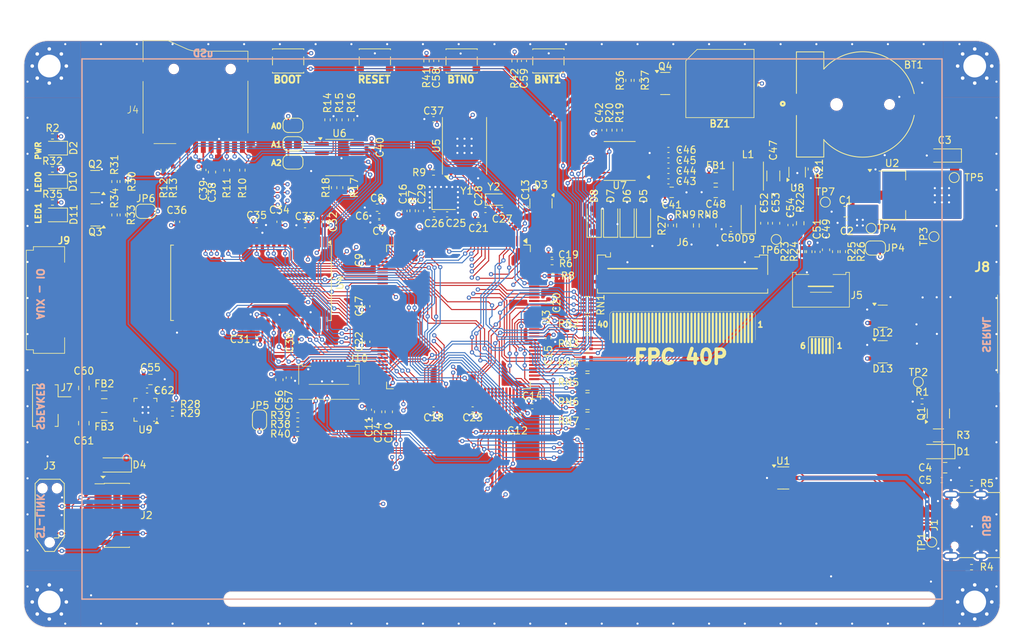
<source format=kicad_pcb>
(kicad_pcb (version 20240108) (generator "pcbnew") (generator_version "8.0")
  (layers (0 "F.Cu" signal) (1 "In1.Cu" signal) (2 "In2.Cu" signal) (31 "B.Cu" signal) (34 "B.Paste" user) (35 "F.Paste" user) (36 "B.SilkS" user "B.Silkscreen") (37 "F.SilkS" user "F.Silkscreen") (38 "B.Mask" user) (39 "F.Mask" user) (44 "Edge.Cuts" user))
  (net 0 "")
  (net 1 "GND")
  (net 2 "/MEMORY_SD_CARD/SD_CLK")
  (net 3 "/MEMORY_SD_CARD/SD_CMD")
  (net 4 "/DISPLAY/CTP_WAKE")
  (net 5 "/DISPLAY/CTP_SDA")
  (net 6 "/DISPLAY/CTP_SCL")
  (net 7 "/DISPLAY/CTP_INT")
  (net 8 "+3V3")
  (net 9 "/IO/IO_3")
  (net 10 "/IO/IO_6")
  (net 11 "/IO/IO_0")
  (net 12 "/IO/IO_5")
  (net 13 "/IO/IO_7")
  (net 14 "/IO/IO_4")
  (net 15 "/IO/IO_2")
  (net 16 "/IO/IO_1")
  (net 17 "/DISPLAY/RTP_CS")
  (net 18 "/DISPLAY/RTP_IRQ")
  (net 19 "VBAT")
  (net 20 "Net-(J6-Pin_31)")
  (net 21 "Net-(J6-Pin_23)")
  (net 22 "Net-(J6-Pin_32)")
  (net 23 "Net-(J6-Pin_33)")
  (net 24 "Net-(J6-Pin_30)")
  (net 25 "Net-(J6-Pin_14)")
  (net 26 "Net-(J6-Pin_15)")
  (net 27 "Net-(J6-Pin_17)")
  (net 28 "Net-(J6-Pin_13)")
  (net 29 "Net-(J6-Pin_26)")
  (net 30 "Net-(J6-Pin_25)")
  (net 31 "Net-(J6-Pin_21)")
  (net 32 "Net-(J6-Pin_29)")
  (net 33 "Net-(J6-Pin_24)")
  (net 34 "Net-(J6-Pin_16)")
  (net 35 "Net-(J6-Pin_22)")
  (net 36 "/MCU/XIN")
  (net 37 "/MCU/XOUT")
  (net 38 "/MCU/OSC32_IN")
  (net 39 "/MCU/OSC32_OUT")
  (net 40 "/MCU/NRST")
  (net 41 "VDD_LCD")
  (net 42 "Net-(D2-A)")
  (net 43 "VBUS")
  (net 44 "VB")
  (net 45 "/USB_POWER/D+")
  (net 46 "/USB_POWER/D-")
  (net 47 "/MEMORY_FMC/~{SDRAM_RAS}")
  (net 48 "/IO/BTN_0")
  (net 49 "/MEMORY_FMC/SDRAM_CKE")
  (net 50 "/MCU/SD_D3")
  (net 51 "/IO/BTN_1")
  (net 52 "/MEMORY_FMC/SDRAM_BA1")
  (net 53 "/DISPLAY/G0")
  (net 54 "/DISPLAY/B1")
  (net 55 "/DISPLAY/B2")
  (net 56 "/DISPLAY/R0")
  (net 57 "/DISPLAY/RTP_BUSY")
  (net 58 "/DISPLAY/RTP_CLK")
  (net 59 "/DISPLAY/RTP_MISO")
  (net 60 "/DISPLAY/RTP_MOSI")
  (net 61 "Net-(JP1-A)")
  (net 62 "Net-(JP2-A)")
  (net 63 "Net-(JP3-A)")
  (net 64 "VDD")
  (net 65 "VEXT")
  (net 66 "Net-(BZ1--)")
  (net 67 "Net-(Q2-B)")
  (net 68 "Net-(Q3-B)")
  (net 69 "/MCU/BOOT0")
  (net 70 "/MEMORY_FLASH/~{NOR_CS}")
  (net 71 "/MCU/SDRAM_ADD12")
  (net 72 "/MEMORY_FMC/SDRAM_LDQM")
  (net 73 "/MEMORY_FMC/~{SDRAM_WE}")
  (net 74 "/MEMORY_FMC/~{SDRAM_CS}")
  (net 75 "/MCU/SWDIO")
  (net 76 "/MCU/SDRAM_DQ2")
  (net 77 "/MCU/SD_D2")
  (net 78 "/MCU/SDRAM_DQ4")
  (net 79 "/MCU/SDRAM_ADD5")
  (net 80 "/MCU/SDRAM_ADD10")
  (net 81 "/MCU/SDRAM_ADD4")
  (net 82 "/MCU/SDRAM_DQ7")
  (net 83 "/MEMORY_FMC/SDRAM_BA0")
  (net 84 "/MCU/SDRAM_ADD1")
  (net 85 "/MCU/SDRAM_DQ1")
  (net 86 "/MEMORY_FMC/SDRAM_UDQM")
  (net 87 "/MCU/SDRAM_DQ8")
  (net 88 "/MCU/SDRAM_DQ10")
  (net 89 "/MCU/SDRAM_DQ3")
  (net 90 "/MCU/SDRAM_DQ12")
  (net 91 "/MCU/SDRAM_ADD11")
  (net 92 "/MCU/SDRAM_ADD9")
  (net 93 "/MCU/ST_LINK_TX")
  (net 95 "/MCU/SDRAM_ADD0")
  (net 96 "/MCU/SDRAM_DQ15")
  (net 97 "/MCU/SDRAM_ADD6")
  (net 98 "/MCU/SDRAM_DQ13")
  (net 99 "/MCU/SDRAM_DQ14")
  (net 101 "/MCU/SDRAM_ADD8")
  (net 102 "/MEMORY_FMC/~{SDRAM_CAS}")
  (net 103 "/MCU/SWCLK")
  (net 104 "/MEMORY_FMC/SDRAM_CLK")
  (net 105 "/MCU/SD_D1")
  (net 106 "/MCU/SDRAM_DQ5")
  (net 107 "/MCU/SDRAM_DQ11")
  (net 108 "/MCU/ST_LINK_RX")
  (net 109 "/MCU/SD_D0")
  (net 110 "/MCU/SDRAM_ADD3")
  (net 111 "/MCU/SDRAM_DQ0")
  (net 112 "/MCU/SDRAM_ADD2")
  (net 113 "/MCU/SDRAM_DQ6")
  (net 114 "/MCU/SDRAM_DQ9")
  (net 115 "/MCU/SDRAM_ADD7")
  (net 116 "/MEMORY_FLASH/NOR_IO3")
  (net 117 "/MEMORY_FLASH/NOR_DI(IO0)")
  (net 118 "/MEMORY_FLASH/NOR_CLK")
  (net 119 "/MEMORY_FLASH/NOR_IO2")
  (net 120 "/MEMORY_FLASH/NOR_DO(IO1)")
  (net 121 "Net-(C10-Pad1)")
  (net 122 "/DISPLAY/XR")
  (net 123 "/DISPLAY/YD")
  (net 124 "/DISPLAY/XL")
  (net 125 "/DISPLAY/YU")
  (net 126 "/DISPLAY/LED_A")
  (net 127 "/DISPLAY/LED_K")
  (net 128 "Net-(D4-A)")
  (net 129 "/DISPLAY/SW")
  (net 130 "Net-(D10-A)")
  (net 131 "Net-(D10-K)")
  (net 132 "Net-(D11-K)")
  (net 133 "Net-(D11-A)")
  (net 134 "/IO/SERIAL_TX")
  (net 135 "/IO/SERIAL_RX")
  (net 136 "Net-(J1-CC2)")
  (net 139 "Net-(J1-CC1)")
  (net 146 "/MEMORY_SD_CARD/SD_DET")
  (net 147 "/DISPLAY/LCD_R5")
  (net 148 "/DISPLAY/LCD_G5")
  (net 149 "/DISPLAY/LCD_HSYNC")
  (net 150 "/DISPLAY/LCD_G0")
  (net 151 "/DISPLAY/LCD_R4")
  (net 152 "/DISPLAY/LCD_RST")
  (net 153 "/DISPLAY/LCD_R3")
  (net 154 "/DISPLAY/LCD_R6")
  (net 155 "/DISPLAY/LCD_B6")
  (net 157 "/DISPLAY/LCD_B5")
  (net 158 "/DISPLAY/LCD_B3")
  (net 159 "/DISPLAY/LCD_B1")
  (net 160 "/DISPLAY/LCD_B7")
  (net 161 "/DISPLAY/LCD_G2")
  (net 162 "/DISPLAY/LCD_B2")
  (net 163 "/DISPLAY/LCD_R0")
  (net 164 "/DISPLAY/LCD_R2")
  (net 165 "/DISPLAY/LCD_R1")
  (net 166 "/DISPLAY/LCD_B0")
  (net 167 "/DISPLAY/LCD_G1")
  (net 168 "/DISPLAY/LCD_VSYNC")
  (net 169 "/DISPLAY/LCD_CLK")
  (net 170 "/DISPLAY/LCD_DE")
  (net 171 "/DISPLAY/LCD_G3")
  (net 172 "/DISPLAY/LCD_G7")
  (net 173 "/DISPLAY/LCD_R7")
  (net 174 "/DISPLAY/LCD_G4")
  (net 175 "/DISPLAY/LCD_B4")
  (net 176 "/DISPLAY/LCD_G6")
  (net 177 "Net-(J7-Pin_2)")
  (net 178 "Net-(J7-Pin_1)")
  (net 179 "Net-(Q4-B)")
  (net 180 "Net-(U3-PDR_ON)")
  (net 181 "/MEMORY_EEPROM/EE_SDA")
  (net 182 "/MEMORY_EEPROM/EE_SCL")
  (net 183 "/DISPLAY/LCD_BLK")
  (net 184 "Net-(U9-~{SD_MODE})")
  (net 185 "/OUTPUT_SPEAKER/~{SD_MODE}")
  (net 186 "/OUTPUT_SPEAKER/GAIN_SLOT")
  (net 187 "/IO/LED0")
  (net 188 "Net-(JP6-A)")
  (net 189 "/IO/BUZZER")
  (net 194 "/OUTPUT_SPEAKER/I2S2_CLK")
  (net 196 "/OUTPUT_SPEAKER/I2S2_SDO")
  (net 198 "/OUTPUT_SPEAKER/I2S2_WS")
  (net 200 "/DISPLAY/R2")
  (net 201 "/DISPLAY/R1")
  (net 202 "/DISPLAY/B0")
  (net 203 "/DISPLAY/G1")
  (net 204 "Net-(J6-Pin_9)")
  (net 205 "Net-(J6-Pin_8)")
  (net 206 "Net-(J6-Pin_11)")
  (net 207 "Net-(J6-Pin_7)")
  (net 208 "/DISPLAY/CTP_RST")
  (net 209 "Net-(JP4-A)")
  (net 210 "Net-(JP5-A)")
  (net 211 "Net-(U9-OUTP)")
  (net 212 "Net-(U9-OUTN)")
  (footprint "Resistor_SMD:R_0402_1005Metric" (layer "F.Cu") (at 96.1214 72.1614 90)
    (property "Reference" "R12")
    (property "Value" "10K")
  )
  (footprint "TestPoint:TestPoint_Pad_D1.0mm" (layer "F.Cu") (at 182.2958 81.915)
    (property "Reference" "TP6")
    (property "Value" "TestPoint")
  )
  (footprint "Resistor_SMD:R_0402_1005Metric" (layer "F.Cu") (at 90.3424 73.7616 -90)
    (property "Reference" "R30")
    (property "Value" "1K")
  )
  (footprint "Capacitor_SMD:C_0402_1005Metric" (layer "F.Cu") (at 167.132 72.263)
    (property "Reference" "C44")
    (property "Value" "100n")
  )
  (footprint "Capacitor_SMD:C_0805_2012Metric" (layer "F.Cu") (at 84.8868 102.808 90)
    (property "Reference" "C60")
    (property "Value" "220pF")
  )
  (footprint "Capacitor_SMD:C_0402_1005Metric" (layer "F.Cu") (at 134.0918 105.8164 180)
    (property "Reference" "C18")
    (property "Value" "100n")
  )
  (footprint "Connector_FPC:Conn_FPC_10P_0.5mm_OMRON_XF2M-1015-1A" (layer "F.Cu") (at 119.3662 99.4018)
    (property "Reference" "J10")
    (property "Value" "CTP_10P")
  )
  (footprint "TestPoint:TestPoint_Pad_D1.0mm" (layer "F.Cu") (at 204.4954 81.5086 90)
    (property "Reference" "TP3")
    (property "Value" "TestPoint")
  )
  (footprint "Capacitor_SMD:C_0805_2012Metric" (layer "F.Cu") (at 94.2522 101.6143)
    (property "Reference" "C55")
    (property "Value" "10u")
  )
  (footprint "Capacitor_SMD:C_0402_1005Metric" (layer "F.Cu") (at 118.8072 79.4258 90)
    (property "Reference" "C32")
    (property "Value" "100n")
  )
  (footprint "Capacitor_SMD:C_0402_1005Metric" (layer "F.Cu") (at 112.4072 79.4258 90)
    (property "Reference" "C34")
    (property "Value" "100n")
  )
  (footprint "Resistor_SMD:R_0402_1005Metric" (layer "F.Cu") (at 162.687 59.5294 -90)
    (property "Reference" "R37")
    (property "Value" "10K")
  )
  (footprint "Resistor_SMD:R_0402_1005Metric" (layer "F.Cu") (at 186.944 83.6278 90)
    (property "Reference" "R24")
    (property "Value" "10K")
  )
  (footprint "MountingHole:MountingHole_3.2mm_M3_Pad_Via" (layer "F.Cu") (at 80.0244 57.5134)
    (property "Reference" "H1" (hide yes))
    (property "Value" "MountingHole_Pad")
  )
  (footprint "Button_Switch_SMD:SW_SPST_PTS810" (layer "F.Cu") (at 125.8316 56.7944 180)
    (property "Reference" "SW2" (hide yes))
    (property "Value" "SW_Push")
  )
  (footprint "Resistor_SMD:R_0402_1005Metric" (layer "F.Cu") (at 97.3491 105.1275)
    (property "Reference" "R28")
    (property "Value" "1M")
  )
  (footprint "Resistor_SMD:R_Array_Convex_4x0402" (layer "F.Cu") (at 155.7448 104.670465 180)
    (property "Reference" "RN6")
    (property "Value" "50")
  )
  (footprint "Inductor_SMD:L_0805_2012Metric" (layer "F.Cu") (at 87.757 103.758 180)
    (property "Reference" "FB2")
    (property "Value" "FerriteBead")
  )
  (footprint "Resistor_SMD:R_0402_1005Metric" (layer "F.Cu") (at 119.1717 65.078 90)
    (property "Reference" "R14")
    (property "Value" "2K2")
  )
  (footprint "SMD-Buzzer:active-MLT-9650" (layer "F.Cu") (at 174.3744 59.9694 -90)
    (property "Reference" "BZ1")
    (property "Value" "MLT-9650")
  )
  (footprint "Capacitor_SMD:C_0402_1005Metric" (layer "F.Cu") (at 188.1124 83.6578 90)
    (property "Reference" "C51")
    (property "Value" "100n")
  )
  (footprint "Capacitor_SMD:C_0402_1005Metric" (layer "F.Cu") (at 98.0072 79.4258 90)
    (property "Reference" "C36")
    (property "Value" "100n")
  )
  (footprint "Button_Switch_SMD:SW_SPST_PTS810" (layer "F.Cu") (at 150.242934 56.7944 180)
    (property "Reference" "SW4" (hide yes))
    (property "Value" "RST")
  )
  (footprint "Resistor_SMD:R_0402_1005Metric" (layer "F.Cu") (at 209.7786 128.016 180)
    (property "Reference" "R4")
    (property "Value" "5K1")
  )
  (footprint "Diode_SMD:D_SOD-123" (layer "F.Cu") (at 156.6926 79.248 90)
    (property "Reference" "D8")
    (property "Value" "MMSZ5226BT1G")
  )
  (footprint "Jumper:SolderJumper-2_P1.3mm_Open_RoundedPad1.0x1.5mm" (layer "F.Cu") (at 114.3076 65.8538 180)
    (property "Reference" "JP1" (hide yes))
    (property "Value" "JMP")
  )
  (footprint "Resistor_SMD:R_0402_1005Metric" (layer "F.Cu") (at 80.4738 72.0598)
    (property "Reference" "R32")
    (property "Value" "2K")
  )
  (footprint "Resistor_SMD:R_0402_1005Metric" (layer "F.Cu") (at 114.9838 106.6546)
    (property "Reference" "R39")
    (property "Value" "2K2")
  )
  (footprint "CR1220-Batt-conn-S8411-45R:CR1220-Batt-conn-S8411-45R" (layer "F.Cu") (at 194.5132 62.9158 -90)
    (property "Reference" "BT1")
    (property "Value" "S8411-45R")
  )
  (footprint "Resistor_SMD:R_0402_1005Metric" (layer "F.Cu") (at 121.699 74.6284 90)
    (property "Reference" "R17")
    (property "Value" "2K2")
  )
  (footprint "Package_TO_SOT_SMD:SOT-23" (layer "F.Cu") (at 197.2841 92.7134)
    (property "Reference" "D12")
    (property "Value" "BAT54S")
  )
  (footprint "Button_Switch_SMD:SW_SPST_PTS810" (layer "F.Cu") (at 113.625934 56.7944 180)
    (property "Reference" "SW1" (hide yes))
    (property "Value" "SW_Push")
  )
  (footprint "Crystal:Crystal_SMD_2012-2Pin_2.0x1.2mm" (layer "F.Cu") (at 142.5702 76.3016)
    (property "Reference" "Y2")
    (property "Value" "32.768KHz")
  )
  (footprint "Connector_FPC:Conn_FPC_10P_1mm_G-SWITCH_GT-F1008SR20-10SMT01" (layer "F.Cu") (at 82.6862 90.4296 -90)
    (property "Reference" "J9")
    (property "Value" "AUX_IO")
  )
  (footprint "Capacitor_SMD:C_0402_1005Metric" (layer "F.Cu") (at 129.9972 77.9044 90)
    (property "Reference" "C16")
    (property "Value" "100n")
  )
  (footprint "Capacitor_SMD:C_0402_1005Metric" (layer "F.Cu") (at 124.9934 105.8646 -90)
    (property "Reference" "C11")
    (property "Value" "100n")
  )
  (footprint "Resistor_SMD:R_0402_1005Metric" (layer "F.Cu") (at 190.6016 83.6278 -90)
    (property "Reference" "R25")
    (property "Value" "2K2")
  )
  (footprint "MountingHole:MountingHole_3.2mm_M3_Pad_Via" (layer "F.Cu") (at 80.0244 132.9134)
    (property "Reference" "H2" (hide yes))
    (property "Value" "MountingHole_Pad")
  )
  (footprint "Resistor_SMD:R_0402_1005Metric" (layer "F.Cu") (at 80.4738 67.4116 180)
    (property "Reference" "R2")
    (property "Value" "2K")
  )
  (footprint "Diode_SMD:D_SOD-123" (layer "F.Cu") (at 161.3154 79.248 90)
    (property "Reference" "D6")
    (property "Value" "MMSZ5226BT1G")
  )
  (footprint "Capacitor_SMD:C_0402_1005Metric" (layer "F.Cu") (at 141.3902 77.7748 180)
    (property "Reference" "C28")
    (property "Value" "10p")
  )
  (footprint "Capacitor_SMD:C_0402_1005Metric" (layer "F.Cu") (at 146.812 56.7944 90)
    (property "Reference" "C59")
    (property "Value" "100n")
  )
  (footprint "Resistor_SMD:R_0402_1005Metric" (layer "F.Cu") (at 133.096 56.7944 -90)
    (property "Reference" "R41")
    (property "Value" "10K")
  )
  (footprint "Package_TO_SOT_SMD:SOT-23" (layer "F.Cu") (at 197.2841 97.7134)
    (property "Reference" "D13")
    (property "Value" "BAT54S")
  )
  (footprint "Resistor_SMD:R_0402_1005Metric" (layer "F.Cu") (at 122.4991 65.078 90)
    (property "Reference" "R16")
    (property "Value" "2K2")
  )
  (footprint "LED_SMD:LED_0805_2012Metric" (layer "F.Cu") (at 80.9013 73.7616 180)
    (property "Reference" "D10")
    (property "Value" "RED")
  )
  (footprint "Package_TO_SOT_SMD:SOT-23" (layer "F.Cu") (at 166.6771 59.9694)
    (property "Reference" "Q4")
    (property "Value" "MMBT3904")
  )
  (footprint "Package_TO_SOT_SMD:SOT-23" (layer "F.Cu") (at 149.1996 76.835 -90)
    (property "Reference" "D3")
    (property "Value" "BAT54CW")
  )
  (footprint "Capacitor_SMD:C_0603_1608Metric" (layer "F.Cu") (at 112.395 101.6482 -90)
    (property "Reference" "C56")
    (property "Value" "1u")
  )
  (footprint "Capacitor_SMD:C_0603_1608Metric" (layer "F.Cu") (at 189.3062 83.3628 90)
    (property "Reference" "C49")
    (property "Value" "1u")
  )
  (footprint "Capacitor_SMD:C_0603_1608Metric" (layer "F.Cu") (at 127.7874 106.1596 -90)
    (property "Reference" "C10")
    (property "Value" "2u2")
  )
  (footprint "Capacitor_Tantalum_SMD:CP_EIA-3216-18_Kemet-A" (layer "F.Cu") (at 206.0448 70.104 180)
    (property "Reference" "C3")
    (property "Value" "10uF")
  )
  (footprint "Resistor_SMD:R_0402_1005Metric" (layer "F.Cu") (at 167.4622 79.9318 -90)
    (property "Reference" "R27")
    (property "Value" "10K")
  )
  (footprint "Capacitor_SMD:C_0402_1005Metric" (layer "F.Cu") (at 136.0004 78.3844)
    (property "Reference" "C25")
    (property "Value" "16p")
  )
  (footprint "Resistor_SMD:R_0402_1005Metric" (layer "F.Cu") (at 104.9938 72.1634 90)
    (property "Reference" "R11")
    (property "Value" "10K")
  )
  (footprint "MountingHole:MountingHole_3.2mm_M3_Pad_Via" (layer "F.Cu") (at 210.2244 57.5134)
    (property "Reference" "H3" (hide yes))
    (property "Value" "MountingHole_Pad")
  )
  (footprint "Inductor_SMD:L_Abracon_ASPI-4030S" (layer "F.Cu") (at 178.3744 72.9982 -90)
    (property "Reference" "L1")
    (property "Value" "4.7u")
  )
  (footprint "Resistor_SMD:R_0402_1005Metric" (layer "F.Cu") (at 160.2465 66.5354 -90)
    (property "Reference" "R19")
    (property "Value" "10K")
  )
  (footprint "Jumper:SolderJumper-2_P1.3mm_Open_RoundedPad1.0x1.5mm" (layer "F.Cu") (at 114.3076 71.0184 180)
    (property "Reference" "JP3" (hide yes))
    (property "Value" "JMP")
  )
  (footprint "Package_TO_SOT_SMD:SOT-23-6" (layer "F.Cu") (at 183.2864 115.4684)
    (property "Reference" "U1")
    (property "Value" "USBLC6-2SC6")
  )
  (footprint "Resistor_SMD:R_0402_1005Metric" (layer "F.Cu") (at 120.8354 65.078 90)
    (property "Reference" "R15")
    (property "Value" "2K2")
  )
  (footprint "Capacitor_SMD:C_0402_1005Metric" (layer "F.Cu") (at 184.3024 79.883 90)
    (property "Reference" "C54")
    (property "Value" "100n")
  )
  (footprint "Capacitor_SMD:C_0402_1005Metric" (layer "F.Cu") (at 167.132 73.7362)
    (property "Reference" "C43")
    (property "Value" "100n")
  )
  (footprint "Capacitor_SMD:C_0402_1005Metric" (layer "F.Cu") (at 143.7502 77.7748)
    (property "Reference" "C27")
    (property "Value" "10p")
  )
  (footprint "TestPoint:TestPoint_Pad_D1.0mm" (layer "F.Cu") (at 189.2046 76.6572)
    (property "Reference" "TP7")
    (property "Value" "TestPoint")
  )
  (footprint "Resistor_SMD:R_0402_1005Metric" (layer "F.Cu") (at 97.3491 106.3895)
    (property "Reference" "R29")
    (property "Value" "100K")
  )
  (footprint "TestPoint:TestPoint_Pad_D1.0mm" (layer "F.Cu") (at 202.2856 101.9556 90)
    (property "Reference" "TP2")
    (property "Value" "TestPoint")
  )
  (footprint "MountingHole:MountingHole_3.2mm_M3_Pad_Via" (layer "F.Cu") (at 210.2244 132.9134)
    (property "Reference" "H4" (hide yes))
    (property "Value" "MountingHole_Pad")
  )
  (footprint "Package_SO:SOIC-8_3.9x4.9mm_P1.27mm" (layer "F.Cu") (at 120.8532 70.3834)
    (property "Reference" "U6")
    (property "Value" "CAT24C256")
  )
  (footprint "Package_SO:TSSOP-16_4.4x5mm_P0.65mm" (layer "F.Cu") (at 160.274 70.866 180)
    (property "Reference" "U7")
    (property "Value" "XPT2046TS")
  )
  (footprint "Capacitor_SMD:C_0402_1005Metric" (layer "F.Cu") (at 116.0072 79.9058 180)
    (property "Reference" "C33")
    (property "Value" "100n")
  )
  (footprint "Resistor_SMD:R_0402_1005Metric" (layer "F.Cu") (at 209.7786 116.205 180)
    (property "Reference" "R5")
    (property "Value" "5K1")
  )
  (footprint "Capacitor_SMD:C_0402_1005Metric" (layer "F.Cu") (at 134.0866 64.9906 180)
    (property "Reference" "C37")
    (property "Value" "100n")
  )
  (footprint "Package_TO_SOT_SMD:SOT-23" (layer "F.Cu") (at 86.5093 78.4606 180)
    (property "Reference" "Q3")
    (property "Value" "MMBT3904")
  )
  (footprint "Capacitor_SMD:C_0402_1005Metric" (layer "F.Cu") (at 150.253 95.8116 -90)
    (property "Reference" "C15")
    (property "Value" "100n")
  )
  (footprint "Resistor_SMD:R_Array_Convex_4x0402" (layer "F.Cu") (at 155.7448 107.3818 180)
    (property "Reference" "RN7")
    (property "Value" "50")
  )
  (footprint "Resistor_SMD:R_0402_1005Metric" (layer "F.Cu") (at 107.1938 72.1634 90)
    (property "Reference" "R10")
    (property "Value" "10K")
  )
  (footprint "Capacitor_SMD:C_0402_1005Metric" (layer "F.Cu") (at 126.4438 78.613 180)
    (property "Reference" "C6")
    (property "Value" "100n")
  )
  (footprint "Resistor_SMD:R_Array_Convex_4x0402" (layer "F.Cu") (at 169.4688 79.9418 90)
    (property "Reference" "RN9")
    (property "Value" "10K_Pack")
  )
  (footprint "Capacitor_SMD:C_0603_1608Metric" (layer "F.Cu") (at 180.6222 79.6274 90)
    (property "Reference" "C52")
    (property "Value" "1u")
  )
  (footprint "Connector:Tag-Connect_TC2050-IDC-NL_2x05_P1.27mm_Vertical" (layer "F.Cu") (at 80.0862 120.7262 90)
    (property "Reference" "J3")
    (property "Value" "Conn_ARM_JTAG_SWD_10")
  )
  (footprint "Inductor_SMD:L_0805_2012Metric" (layer "F.Cu") (at 87.757 106.808)
    (property "Reference" "FB3")
    (property "Value" "FerriteBead")
  )
  (footprint "Capacitor_SMD:C_0402_1005Metric" (layer "F.Cu") (at 124.7648 91.3116 90)
    (property "Reference" "C17")
    (property "Value" "100n")
  )
  (footprint "Capacitor_SMD:C_0402_1005Metric" (layer "F.Cu") (at 147.9804 105.3846)
    (property "Reference" "C14")
    (property "Value" "100n")
  )
  (footprint "Capacitor_SMD:C_0402_1005Metric" (layer "F.Cu") (at 93.7822 103.1637)
    (property "Reference" "C62")
    (property "Value" "100n")
  )
  (footprint "Jumper:SolderJumper-2_P1.3mm_Open_RoundedPad1.0x1.5mm" (layer "F.Cu") (at 109.601 107.3046 -90)
    (property "Reference" "JP5")
    (property "Value" "JMP")
  )
  (footprint "Capacitor_SMD:C_0402_1005Metric" (layer "F.Cu") (at 139.5918 105.8164 180)
    (property "Reference" "C23")
    (property "Value" "100n")
  )
  (footprint "Capacitor_SMD:C_0603_1608Metric" (layer "F.Cu") (at 145.8722 106.5914 -90)
    (property "Reference" "C12")
    (property "Value" "2u2")
  )
  (footprint "Resistor_SMD:R_0402_1005Metric" (layer "F.Cu") (at 187.1726 72.0082 -90)
    (property "Reference" "R21")
    (property "Value" "10K")
  )
  (footprint "Capacitor_SMD:C_0402_1005Metric" (layer "F.Cu") (at 205.5974 115.7732)
    (property "Reference" "C5")
    (property "Value" "100n")
  )
  (footprint "Resistor_SMD:R_0402_1005Metric" (layer "F.Cu") (at 145.4912 56.7944 -90)
    (property "Reference" "R42")
    (property "Value" "10K")
  )
  (footprint "Capacitor_SMD:C_0805_2012Metric" (layer "F.Cu") (at 84.8868 107.758 -90)
    (property "Reference" "C61")
    (property "Value" "220pF")
  )
  (footprint "Capacitor_SMD:C_0805_2012Metric" (layer "F.Cu") (at 192.0646 78.0034 180)
    (property "Reference" "C1")
    (property "Value" "10u")
  )
  (footprint "Capacitor_SMD:C_0402_1005Metric" (layer "F.Cu") (at 134.1654 78.3844 180)
    (property "Reference" "C26")
    (property "Value" "16p")
  )
  (footprint "Resistor_SMD:R_0402_1005Metric" (layer "F.Cu") (at 150.878 87.0616)
    (property "Reference" "R8")
    (property "Value" "10K")
  )
  (footprint "Diode_SMD:D_SOD-123" (layer "F.Cu") (at 159.004 79.248 90)
    (property "Reference" "D7")
    (property "Value" "MMSZ5226BT1G")
  )
  (footprint "Resistor_SMD:R_0402_1005Metric" (layer "F.Cu") (at 97.4598 72.1614 90)
    (property "Reference" "R13")
    (property "Value" "10K")
  )
  (footprint "Capacitor_SMD:C_0402_1005Metric" (layer "F.Cu") (at 167.132 70.7898)
    (property "Reference" "C45")
    (property "Value" "100n")
  )
  (footprint "Jumper:SolderJumper-2_P1.3mm_Open_RoundedPad1.0x1.5mm" (layer "F.Cu") (at 114.3076 68.453 180)
    (property "Reference" "JP2" (hide yes))
    (property "Value" "JMP")
  )
  (footprint "Connector_PinHeader_1.27mm:PinHeader_2x07_P1.27mm_Vertical_SMD" (layer "F.Cu") (at 89.535 120.7262)
    (property "Reference" "J2")
    (property "Value" "SWD")
  )
  (footprint "TestPoint:TestPoint_Pad_D1.0mm" (layer "F.Cu") (at 207.3402 73.2028)
    (property "Reference" "TP5")
    (property "Value" "TestPoint")
  )
  (footprint "Resistor_SMD:R_0402_1005Metric" (layer "F.Cu") (at 134.0866 72.4906)
    (property "Reference" "R9")
    (property "Value" "10K")
  )
  (footprint "Resistor_SMD:R_0402_1005Metric" (layer "F.Cu") (at 89.2017 78.4606 90)
    (property "Reference" "R34")
    (property "Value" "10K")
  )
  (footprint "Resistor_SMD:R_Array_Convex_4x0402" (layer "F.Cu") (at 155.7448 93.825133 180)
    (property "Reference" "RN2")
    (property "Value" "50")
  )
  (footprint "Capacitor_SMD:C_0402_1005Metric" (layer "F.Cu") (at 150.733 84.0616)
    (property "Reference" "C19")
    (property "Value" "100n")
  )
  (footprint "Capacitor_SMD:C_0402_1005Metric" (layer "F.Cu") (at 101.7016 72.1334 -90)
    (property "Reference" "C39")
    (property "Value" "100n")
  )
  (footprint "Capacitor_SMD:C_0402_1005Metric" (layer "F.Cu") (at 109.2072 95.9612 180)
    (property "Reference" "C31")
    (property "Value" "100n")
  )
  (footprint "Capacitor_SMD:C_1206_3216Metric" (layer "F.Cu") (at 181.8894 72.9732 -90)
    (property "Reference" "C47")
    (property "Value" "10u/1206")
  )
  (footprint "Capacitor_SMD:C_0402_1005Metric" (layer "F.Cu") (at 124.7648 84.8116 90)
    (property "Reference" "C9")
    (property "Value" "100n")
  )
  (footprint "Connector_FPC:Conn_FPC_6P_0.5mm_XUNPU_FPC-05FB-6PH20" (layer "F.Cu") (at 188.589 86.539)
    (property "Reference" "J5")
    (property "Value" "CTP_6P")
  )
  (footprint "Capacitor_SMD:C_0805_2012Metric" (layer "F.Cu") (at 206.0674 114.0206)
    (property "Reference" "C4")
    (property "Value" "4u7/0805")
  )
  (footprint "Capacitor_SMD:C_0402_1005Metric" (layer "F.Cu") (at 126.4438 79.5274 180)
    (property "Reference" "C7")
    (property "Value" "100n")
  )
  (footprint "Package_SON:WSON-8-1EP_8x6mm_P1.27mm_EP3.4x4.3mm" (layer "F.Cu") (at 138.4407 68.7406 90)
    (property "Reference" "U5")
    (property "Value" "MT25Q")
  )
  (footprint "Package_SO:TSOP-II-54_22.2x10.16mm_P0.8mm" (layer "F.Cu") (at 108.4072 88.011 -90)
    (property "Reference" "U4")
    (property "Value" "MT48LC16M16A2P")
  )
  (footprint "Capacitor_SMD:C_0805_2012Metric" (layer "F.Cu") (at 173.7868 75.2856 180)
    (property "Reference" "C48")
    (property "Value" "10u")
  )
  (footprint "S4B-XH-SM4-TB_LF__SN:S4BXHSM4TBLFSN" (layer "F.Cu") (at 209.1726 95.2134 90)
    (property "Reference" "J8")
    (property "Value" "Serial" (hide yes))
  )
  (footprint "Resistor_SMD:R_0402_1005Metric" (layer "F.Cu") (at 161.5186 59.5294 90)
    (property "Reference" "R36")
    (property "Value" "1K")
  )
  (footprint "LED_SMD:LED_0805_2012Metric" (layer "F.Cu") (at 80.9013 78.4606 180)
    (property "Reference" "D11")
    (property "Value" "RED")
  )
  (footprint "Capacitor_SMD:C_0805_2012Metric" (layer "F.Cu") (at 167.5892 75.2856)
    (property "Reference" "C41")
    (property "Value" "10u")
  )
  (footprint "TestPoint:TestPoint_Pad_D1.0mm" (layer "F.Cu") (at 204.1906 124.4978 90)
    (property "Reference" "TP1")
    (property "Value" "TestPoint")
  )
  (footprint "Capacitor_SMD:C_0402_1005Metric" (layer "F.Cu") (at 140.4138 79.1718)
    (property "Reference" "C21")
    (property "Value" "100n")
  )
  (footprint "Resistor_SMD:R_0402_1005Metric" (layer "F.Cu") (at 185.9534 83.6278 90)
    (property "Reference" "R23")
    (property "Value" "10K")
  )
  (footprint "Capacitor_SMD:C_0402_1005Metric" (layer "F.Cu") (at 124.7648 96.3116 90)
    (property "Reference" "C22")
    (property "Value" "100n")
  )
  (footprint "Resistor_SMD:R_Array_Convex_4x0402" (layer "F.Cu") (at 155.7448 99.247799 180)
    (property "Reference" "RN4")
    (property "Value" "50")
  )
  (footprint "Capacitor_SMD:C_0603_1608Metric" (layer "F.Cu") (at 126.1488 77.4446 180)
    (property "Reference" "C8")
    (property "Value" "1u")
  )
  (footprint "Resistor_SMD:R_0402_1005Metric" (layer "F.Cu") (at 150.763 85.0955 180)
    (property "Reference" "R6")
    (property "Value" "10K")
  )
  (footprint "Resistor_SMD:R_0402_1005Metric" (layer "F.Cu") (at 191.6684 83.6278 -90)
    (property "Reference" "R26")
    (property "Value" "2K2")
  )
  (footprint "Package_DFN_QFN:TQFN-16-1EP_3x3mm_P0.5mm_EP1.23x1.23mm" (layer "F.Cu") (at 93.5522 105.8775 180)
    (property "Reference" "U9")
    (property "Value" "MAX98357A")
  )
  (footprint "Package_TO_SOT_SMD:SOT-223-3_TabPin2" (layer "F.Cu") (at 198.6022 75.692)
    (property "Reference" "U2")
    (property "Value" "AMS1117-3.3")
  )
  (footprint "Capacitor_SMD:C_0402_1005Metric" (layer "F.Cu") (at 134.4676 56.7944 90)
    (property "Reference" "C58")
    (property "Value" "100n")
  )
  (footprint "Diode_SMD:D_SOD-123" (layer "F.Cu") (at 178.3744 78.7524 90)
    (property "Reference" "D9")
    (property "Value" "MBR0540")
  )
  (footprint "Capacitor_SMD:C_0402_1005Metric" (layer "F.Cu") (at 192.2298 79.5782 180)
    (property "Reference" "C2")
    (property "Value" "100n")
  )
  (footprint "Capacitor_SMD:C_0402_1005Metric" (layer "F.Cu") (at 132.334 77.9044 90)
    (property "Reference" "C29")
    (property "Value" "100n")
  )
  (footprint "Resistor_SMD:R_Array_Convex_4x0402" (layer "F.Cu") (at 155.7448 101.959132 180)
    (property "Reference" "RN5")
    (property "Value" "50")
  )
  (footprint "Capacitor_SMD:C_0402_1005Metric" (layer "F.Cu") (at 113.7158 101.3688 -90)
    (property "Reference" "C57")
    (property "Value" "100n")
  )
  (footprint "Connector_Hirose:Hirose_DF13C_CL535-0402-2-51_1x02-1MP_P1.25mm_Vertical" (layer "F.Cu") (at 80.719 105.283 -90)
    (property "Reference" "J7")
    (property "Value" "Conn_01x02_MountingPin")
  )
  (footprint "Capacitor_SMD:C_0603_1608Metric" (layer "F.Cu") (at 182.281666 79.6274 90)
    (property "Reference" "C53")
    (property "Value" "1u")
  )
  (footprint "Capacitor_SMD:C_0603_1608Metric" (layer "F.Cu") (at 102.9208 72.4284 -90)
    (property "Reference" "C38")
    (property "Value" "1u")
  )
  (footprint "Jumper:SolderJumper-2_P1.3mm_Open_RoundedPad1.0x1.5mm" (layer "F.Cu") (at 196.2658 83.1178)
    (property "Reference" "JP4")
    (property "Value" "JMP")
  )
  (footprint "Resistor_SMD:R_0402_1005Metric" (layer "F.Cu") (at 202.817 104.6988 180)
    (property "Reference" "R1")
    (property "Value" "10K")
  )
  (footprint "Capacitor_SMD:C_0402_1005Metric" (layer "F.Cu") (at 150.253 90.8116 -90)
    (property "Reference" "C20")
    (property "Value" "100n")
  )
  (footprint "Capacitor_SMD:C_0402_1005Metric" (layer "F.Cu") (at 125.382 68.9584 -90)
    (property "Reference" "C40")
    (property "Value" "100n")
  )
  (footprint "Resistor_SMD:R_0402_1005Metric" (layer "F.Cu") (at 114.9838 107.9246)
    (property "Reference" "R38")
    (property "Value" "2K2")
  )
  (footprint "Resistor_SMD:R_1206_3216Metric" (layer "F.Cu") (at 205.1174 109.474)
    (property "Reference" "R3")
    (property "Value" "0")
  )
  (footprint "Resistor_SMD:R_0402_1005Metric" (layer "F.Cu") (at 158.824 66.5354 -90)
    (property "Reference" "R20")
    (property "Value" "10K")
  )
  (footprint "Capacitor_SMD:C_0402_1005Metric" (layer "F.Cu") (at 109.2072 79.9058)
    (property "Reference" "C35")
    (property "Value" "100n")
  )
  (footprint "Capacitor_SMD:C_0402_1005Metric" (layer "F.Cu") (at 167.132 69.3166)
    (property "Reference" "C46")
    (property "Value" "100n")
  )
  (footprint "Resistor_SMD:R_0402_1005Metric" (layer "F.Cu") (at 114.9838 109.2962 180)
    (property "Reference" "R40")
    (property "Value" "10K")
  )
  (footprint "Diode_SMD:D_SOD-123" (layer "F.Cu") (at 89.2302 113.6396 180)
    (property "Reference" "D4")
    (property "Value" "B5819WS")
  )
  (footprint "TestPoint:TestPoint_Pad_D1.0mm" (layer "F.Cu") (at 195.6562 80.3402)
    (property "Reference" "TP4")
    (property "Value" "TestPoint")
  )
  (footprint "Package_TO_SOT_SMD:SOT-353_SC-70-5" (layer "F.Cu") (at 185.2422 72.4482 90)
    (property "Reference" "U8")
    (property "Value" "TPS61169")
  )
  (footprint "Package_QFP:LQFP-144_20x20mm_P0.5mm" (layer "F.Cu") (at 137.5918 92.8116 -90)
    (property "Reference" "U3")
    (property "Value" "STM32H743ZITx")
  )
  (footprint "Connector_USB:USB_C_Receptacle_G-Switch_GT-USB-7010ASV" (layer "F.Cu") (at 210.012 122.0978 90)
    (property "Reference" "J1")
    (property "Value" "USB_C_Receptacle_USB2.0_16P")
  )
  (footprint "Crystal:Crystal_SMD_2520-4Pin_2.5x2.0mm" (layer "F.Cu") (at 135.5204 76.3016)
    (property "Reference" "Y1")
    (property "Value" "25MHz")
  )
  (footprint "Resistor_SMD:R_0402_1005Metric" (layer "F.Cu") (at 120.0988 74.6284 90)
    (property "Reference" "R18")
    (property "Value" "2K2")
  )
  (footprint "Capacitor_SMD:C_0402_1005Metric" (layer "F.Cu") (at 175.9204 80.4418 180)
    (property "Reference" "C50")
    (property "Value" "100n")
  )
  (footprint "Diode_SMD:D_SOD-123" (layer "F.Cu") (at 205.0949 111.76 180)
    (property "Reference" "D1")
    (property "Value" "B5819W")
  )
  (footprint "Capacitor_SMD:C_0805_2012Metric" (layer "F.Cu") (at 173.7868 73.2536)
    (property "Reference" "FB1")
    (property "Value" "600R/100MHz")
  )
  (footprint "Button_Switch_SMD:SW_SPST_PTS810" (layer "F.Cu") (at 138.037266 56.7944 180)
    (property "Reference" "SW3" (hide yes))
    (property "Value" "BOOT0")
  )
  (footprint "Jumper:SolderJumper-2_P1.3mm_Open_RoundedPad1.0x1.5mm" (layer "F.Cu") (at 93.599 77.9506)
    (property "Reference" "JP6")
    (property "Value" "JMP")
  )
  (footprint "Resistor_SMD:R_0402_1005Metric" (layer "F.Cu") (at 90.3701 78.4606 -90)
    (property "Reference" "R33")
    (property "Value" "1K")
  )
  (footprint "Resistor_SMD:R_0402_1005Metric" (layer "F.Cu") (at 80.4738 76.708)
    (property "Reference" "R35")
    (property "Value" "2K")
  )
  (footprint "Capacitor_SMD:C_0402_1005Metric" (layer "F.Cu") (at 157.4115 66.5354 90)
    (property "Reference" "C42")
    (property "Value" "100n")
  )
  (footprint "Connector_FFC-FPC:Omron_XF2M-4015-1A_1x40-1MP_P0.5mm_Horizontal" (layer "F.Cu") (at 169.1244 86.0134)
    (property "Reference" "J6")
    (property "Value" "LCD_40P")
  )
  (footprint "Resistor_SMD:R_Array_Convex_4x0402" (layer "F.Cu") (at 155.7448 96.536466 180)
    (property "Reference" "RN3")
    (property "Value" "50")
  )
  (footprint "Resistor_SMD:R_0402_1005Metric" (layer "F.Cu") (at 131.1402 77.8744 90)
    (property "Reference" "R7")
    (property "Value" "10K")
  )
  (footprint "Capacitor_SMD:C_0402_1005Metric" (layer "F.Cu") (at 147.0152 77.2925 90)
    (property "Reference" "C13")
    (property "Value" "100n")
  )
  (footprint "TF-115:SD-TF-115" (layer "F.Cu") (at 100.5938 63.6778 180)
    (property "Reference" "J4")
    (property "Value" "Micro_SD_Card_Det1")
  )
  (footprint "Resistor_SMD:R_0603_1608Metric" (layer "F.Cu") (at 185.674 79.6274 90)
    (property "Reference" "R22")
    (property "Value" "4.7R")
  )
  (footprint "Capacitor_SMD:C_0402_1005Metric" (layer "F.Cu") (at 114.8072 96.4412 -90)
    (property "Reference" "C30")
    (property "Value" "100n")
  )
  (footprint "Resistor_SMD:R_Array_Convex_4x0402" (layer "F.Cu") (at 172.6438 79.9418 90)
    (property "Reference" "RN8")
    (property "Value" "10K_Pack")
  )
  (footprint "Resistor_SMD:R_Array_Convex_4x0402" (layer "F.Cu") (at 155.7448 91.1138)
    (property "Reference" "RN1")
    (property "Value" "50")
  )
  (footprint "Capacitor_SMD:C_0603_1608Metric" (layer "F.Cu") (at 126.2888 106.1596 -90)
    (property "Reference" "C24")
    (property "Value" "4u7")
  )
  (footprint "Package_TO_SOT_SMD:SOT-23" (layer "F.Cu") (at 205.1174 106.4006 90)
    (property "Reference" "Q1")
    (property "Value" "DMG3415")
  )
  (footprint "Diode_SMD:D_SOD-123" (layer "F.Cu") (at 163.6268 79.248 90)
    (property "Reference" "D5")
    (property "Value" "MMSZ5226BT1G")
  )
  (footprint "LED_SMD:LED_0805_2012Metric" (layer "F.Cu") (at 80.9013 69.0626 180)
    (property "Reference" "D2")
    (property "Value" "GREEN")
  )
  (footprint "Package_TO_SOT_SMD:SOT-23" (layer "F.Cu") (at 86.4816 73.7616 180)
    (property "Reference" "Q2")
    (property "Value" "MMBT3904")
  )
  (footprint "Resistor_SMD:R_0402_1005Metric" (layer "F.Cu") (at 89.1994 73.7616 90)
    (property "Reference" "R31")
    (property "Value" "10K")
  )
  (gr_line (start 84.6244 132.5134) (end 205.6244 132.5134) (stroke (width 0.2)) (layer "B.SilkS"))
  (gr_line (start 84.6244 56.5134) (end 205.6244 56.5134) (stroke (width 0.2)) (layer "B.SilkS"))
  (gr_line (start 84.6244 56.5134) (end 84.6244 132.5134) (stroke (width 0.2)) (layer "B.SilkS"))
  (gr_line (start 205.6244 56.5134) (end 205.6244 132.5134) (stroke (width 0.2)) (layer "B.SilkS"))
  (gr_line (start 178.8744 92.3544) (end 178.8744 96.3544) (stroke (width 0.3)) (layer "F.SilkS"))
  (gr_line (start 159.8744 92.3544) (end 159.8744 96.3544) (stroke (width 0.3)) (layer "F.SilkS"))
  (gr_line (start 165.3744 92.3544) (end 165.3744 96.3544) (stroke (width 0.3)) (layer "F.SilkS"))
  (gr_line (start 170.8744 92.3544) (end 170.8744 96.3544) (stroke (width 0.3)) (layer "F.SilkS"))
  (gr_line (start 167.3744 92.3544) (end 167.3744 96.3544) (stroke (width 0.3)) (layer "F.SilkS"))
  (gr_line (start 179.6244 86.0134) (end 158.6244 86.0134) (stroke (width 0.2)) (layer "F.SilkS"))
  (gr_line (start 168.8744 92.3544) (end 168.8744 96.3544) (stroke (width 0.3)) (layer "F.SilkS"))
  (gr_line (start 164.8744 92.3544) (end 164.8744 96.3544) (stroke (width 0.3)) (layer "F.SilkS"))
  (gr_line (start 159.3744 92.0496) (end 178.8744 92.0496) (stroke (width 0.05)) (layer "F.SilkS"))
  (gr_line (start 187.0744 95.6052) (end 190.0744 95.6052) (stroke (width 0.1)) (layer "F.SilkS"))
  (gr_arc (start 178.8744 92.0496) (mid 179.227953 92.196047) (end 179.3744 92.5496) (stroke (width 0.05)) (layer "F.SilkS"))
  (gr_line (start 172.3744 92.3544) (end 172.3744 96.3544) (stroke (width 0.3)) (layer "F.SilkS"))
  (gr_line (start 179.3744 92.5496) (end 179.3744 96.0496) (stroke (width 0.05)) (layer "F.SilkS"))
  (gr_line (start 178.3744 92.3544) (end 178.3744 96.3544) (stroke (width 0.3)) (layer "F.SilkS"))
  (gr_line (start 164.3744 92.3544) (end 164.3744 96.3544) (stroke (width 0.3)) (layer "F.SilkS"))
  (gr_line (start 171.8744 92.3544) (end 171.8744 96.3544) (stroke (width 0.3)) (layer "F.SilkS"))
  (gr_line (start 169.3744 92.3544) (end 169.3744 96.3544) (stroke (width 0.3)) (layer "F.SilkS"))
  (gr_line (start 186.8244 95.8552) (end 186.8244 97.9052) (stroke (width 0.1)) (layer "F.SilkS"))
  (gr_line (start 173.3744 92.3544) (end 173.3744 96.3544) (stroke (width 0.3)) (layer "F.SilkS"))
  (gr_line (start 169.8744 92.3544) (end 169.8744 96.3544) (stroke (width 0.3)) (layer "F.SilkS"))
  (gr_line (start 163.3744 92.3544) (end 163.3744 96.3544) (stroke (width 0.3)) (layer "F.SilkS"))
  (gr_line (start 159.3744 92.3544) (end 159.3744 96.3544) (stroke (width 0.3)) (layer "F.SilkS"))
  (gr_arc (start 158.8744 92.5496) (mid 159.020847 92.196047) (end 159.3744 92.0496) (stroke (width 0.05)) (layer "F.SilkS"))
  (gr_line (start 190.3244 95.8552) (end 190.3244 97.9052) (stroke (width 0.1)) (layer "F.SilkS"))
  (gr_line (start 163.8744 92.3544) (end 163.8744 96.3544) (stroke (width 0.3)) (layer "F.SilkS"))
  (gr_line (start 166.3744 92.3544) (end 166.3744 96.3544) (stroke (width 0.3)) (layer "F.SilkS"))
  (gr_line (start 158.8744 92.5496) (end 158.8744 96.0496) (stroke (width 0.05)) (layer "F.SilkS"))
  (gr_arc (start 186.8244 95.8552) (mid 186.897623 95.678423) (end 187.0744 95.6052) (stroke (width 0.1)) (layer "F.SilkS"))
  (gr_line (start 170.3744 92.3544) (end 170.3744 96.3544) (stroke (width 0.3)) (layer "F.SilkS"))
  (gr_line (start 175.8744 92.3544) (end 175.8744 96.3544) (stroke (width 0.3)) (layer "F.SilkS"))
  (gr_line (start 175.3744 92.3544) (end 175.3744 96.3544) (stroke (width 0.3)) (layer "F.SilkS"))
  (gr_line (start 162.8744 92.3544) (end 162.8744 96.3544) (stroke (width 0.3)) (layer "F.SilkS"))
  (gr_line (start 160.8744 92.3544) (end 160.8744 96.3544) (stroke (width 0.3)) (layer "F.SilkS"))
  (gr_line (start 161.3744 92.3544) (end 161.3744 96.3544) (stroke (width 0.3)) (layer "F.SilkS"))
  (gr_line (start 171.3744 92.3544) (end 171.3744 96.3544) (stroke (width 0.3)) (layer "F.SilkS"))
  (gr_line (start 162.3744 92.3544) (end 162.3744 96.3544) (stroke (width 0.3)) (layer "F.SilkS"))
  (gr_line (start 188.3244 95.9052) (end 188.3244 97.9052) (stroke (width 0.3)) (layer "F.SilkS"))
  (gr_line (start 165.8744 92.3544) (end 165.8744 96.3544) (stroke (width 0.3)) (layer "F.SilkS"))
  (gr_line (start 160.3744 92.3544) (end 160.3744 96.3544) (stroke (width 0.3)) (layer "F.SilkS"))
  (gr_line (start 172.8744 92.3544) (end 172.8744 96.3544) (stroke (width 0.3)) (layer "F.SilkS"))
  (gr_line (start 188.8244 95.9052) (end 188.8244 97.9052) (stroke (width 0.3)) (layer "F.SilkS"))
  (gr_arc (start 190.0744 95.6052) (mid 190.251177 95.678423) (end 190.3244 95.8552) (stroke (width 0.1)) (layer "F.SilkS"))
  (gr_line (start 189.3244 95.9052) (end 189.3244 97.9052) (stroke (width 0.3)) (layer "F.SilkS"))
  (gr_line (start 176.8744 92.3544) (end 176.8744 96.3544) (stroke (width 0.3)) (layer "F.SilkS"))
  (gr_line (start 176.3744 92.3544) (end 176.3744 96.3544) (stroke (width 0.3)) (layer "F.SilkS"))
  (gr_line (start 190.3244 88.5134) (end 186.8244 88.5134) (stroke (width 0.2)) (layer "F.SilkS"))
  (gr_line (start 187.3244 95.9052) (end 187.3244 97.9052) (stroke (width 0.3)) (layer "F.SilkS"))
  (gr_line (start 174.3744 92.3544) (end 174.3744 96.3544) (stroke (width 0.3)) (layer "F.SilkS"))
  (gr_line (start 177.8744 92.3544) (end 177.8744 96.3544) (stroke (width 0.3)) (layer "F.SilkS"))
  (gr_line (start 161.8744 92.3544) (end 161.8744 96.3544) (stroke (width 0.3)) (layer "F.SilkS"))
  (gr_line (start 174.8744 92.3544) (end 174.8744 96.3544) (stroke (width 0.3)) (layer "F.SilkS"))
  (gr_line (start 177.3744 92.3544) (end 177.3744 96.3544) (stroke (width 0.3)) (layer "F.SilkS"))
  (gr_line (start 166.8744 92.3544) (end 166.8744 96.3544) (stroke (width 0.3)) (layer "F.SilkS"))
  (gr_poly (pts (xy 87.9914 115.1636) (xy 87.1786 115.1636) (xy 87.585 115.57)) (fill solid) (layer "F.SilkS"))
  (gr_line (start 173.8744 92.3544) (end 173.8744 96.3544) (stroke (width 0.3)) (layer "F.SilkS"))
  (gr_line (start 167.8744 92.3544) (end 167.8744 96.3544) (stroke (width 0.3)) (layer "F.SilkS"))
  (gr_line (start 189.8244 95.9052) (end 189.8244 97.9052) (stroke (width 0.3)) (layer "F.SilkS"))
  (gr_line (start 168.3744 92.3544) (end 168.3744 96.3544) (stroke (width 0.3)) (layer "F.SilkS"))
  (gr_line (start 187.8244 95.9052) (end 187.8244 97.9052) (stroke (width 0.3)) (layer "F.SilkS"))
  (gr_arc (start 210.4244 53.9134) (mid 212.828563 54.909237) (end 213.8244 57.3134) (stroke (width 0.05)) (layer "Edge.Cuts"))
  (gr_arc (start 105.6244 133.5134) (mid 104.6244 132.5134) (end 105.6244 131.5134) (stroke (width 0.05)) (layer "Edge.Cuts"))
  (gr_arc (start 203.6244 131.5134) (mid 204.6244 132.5134) (end 203.6244 133.5134) (stroke (width 0.05)) (layer "Edge.Cuts"))
  (gr_arc (start 76.4244 57.3134) (mid 77.420237 54.909237) (end 79.8244 53.9134) (stroke (width 0.05)) (layer "Edge.Cuts"))
  (gr_line (start 123.6244 133.5134) (end 105.6244 133.5134) (stroke (width 0.05)) (layer "Edge.Cuts"))
  (gr_line (start 79.8244 136.5134) (end 210.4244 136.5134) (stroke (width 0.05)) (layer "Edge.Cuts"))
  (gr_line (start 123.6244 131.5134) (end 105.6244 131.5134) (stroke (width 0.05)) (layer "Edge.Cuts"))
  (gr_line (start 123.6244 133.5134) (end 203.6244 133.5134) (stroke (width 0.05)) (layer "Edge.Cuts"))
  (gr_line (start 210.4244 53.9134) (end 79.8244 53.9134) (stroke (width 0.05)) (layer "Edge.Cuts"))
  (gr_line (start 123.6244 131.5134) (end 203.6244 131.5134) (stroke (width 0.05)) (layer "Edge.Cuts"))
  (gr_line (start 76.4244 133.1134) (end 76.4244 57.3134) (stroke (width 0.05)) (layer "Edge.Cuts"))
  (gr_line (start 213.8244 133.1134) (end 213.8244 57.3134) (stroke (width 0.05)) (layer "Edge.Cuts"))
  (gr_arc (start 213.8244 133.1134) (mid 212.828563 135.517563) (end 210.4244 136.5134) (stroke (width 0.05)) (layer "Edge.Cuts"))
  (gr_arc (start 79.8244 136.5134) (mid 77.420237 135.517563) (end 76.4244 133.1134) (stroke (width 0.05)) (layer "Edge.Cuts"))
  (gr_text "NEXTRON8048X050" (at 84.8106 130.7592 0) (layer "F.Cu") (effects (font (size 2.5 2.5) (thickness 0.5) (bold yes)) (justify left bottom)))
  (gr_text "USB" (at 211.2518 123.8728 270) (layer "B.SilkS") (effects (font (size 1 1) (thickness 0.25) (bold yes)) (justify left bottom mirror)))
  (gr_text "AUX - IO" (at 78.1558 93.301473 270) (layer "B.SilkS") (effects (font (size 1 1) (thickness 0.25) (bold yes)) (justify left bottom mirror)))
  (gr_text "ST-LINK" (at 78.1558 124.144057 -90) (layer "B.SilkS") (effects (font (size 1 1) (thickness 0.25) (bold yes)) (justify left bottom mirror)))
  (gr_text "SERIAL" (at 211.2518 97.9884 -90) (layer "B.SilkS") (effects (font (size 1 1) (thickness 0.25) (bold yes)) (justify left bottom mirror)))
  (gr_text "SPEAKER" (at 78.1558 108.867524 270) (layer "B.SilkS") (effects (font (size 1 1) (thickness 0.25) (bold yes)) (justify left bottom mirror)))
  (gr_text "uSD" (at 103.262971 56.3118 0) (layer "B.SilkS") (effects (font (size 1 1) (thickness 0.25) (bold yes)) (justify left bottom mirror)))
  (gr_text "LED1" (at 78.9432 79.817067 90) (layer "F.SilkS") (effects (font (size 0.8 0.8) (thickness 0.2) (bold yes)) (justify left bottom)))
  (gr_text "FPC 40P" (at 162.0066 99.6188 0) (layer "F.SilkS") (effects (font (size 2 2) (thickness 0.5) (bold yes)) (justify left bottom)))
  (gr_text "BNT1" (at 148.086982 59.9948 0) (layer "F.SilkS") (effects (font (size 1 1) (thickness 0.25) (bold yes)) (justify left bottom)))
  (gr_text "RESET" (at 123.294695 59.9948 0) (layer "F.SilkS") (effects (font (size 1 1) (thickness 0.25) (bold yes)) (justify left bottom)))
  (gr_text "BTN0" (at 135.881314 59.9948 0) (layer "F.SilkS") (effects (font (size 1 1) (thickness 0.25) (bold yes)) (justify left bottom)))
  (gr_text "LED0" (at 78.9432 75.423691 90) (layer "F.SilkS") (effects (font (size 0.8 0.8) (thickness 0.2) (bold yes)) (justify left bottom)))
  (gr_text "40" (at 157.0028 94.3356 0) (layer "F.SilkS") (effects (font (size 0.8 0.8) (thickness 0.2) (bold yes)) (justify left bottom)))
  (gr_text "PWR" (at 78.9432 70.820791 90) (layer "F.SilkS") (effects (font (size 0.8 0.8) (thickness 0.2) (bold yes)) (justify left bottom)))
  (gr_text "A0" (at 111.125 66.4348 0) (layer "F.SilkS") (effects (font (size 0.8 0.8) (thickness 0.2) (bold yes)) (justify left bottom)))
  (gr_text "BOOT" (at 111.422363 59.9948 0) (layer "F.SilkS") (effects (font (size 1 1) (thickness 0.25) (bold yes)) (justify left bottom)))
  (gr_text "1" (at 179.558 94.3544 0) (layer "F.SilkS") (effects (font (size 0.8 0.8) (thickness 0.2) (bold yes)) (justify left bottom)))
  (gr_text "A2" (at 111.125 71.5994 0) (layer "F.SilkS") (effects (font (size 0.8 0.8) (thickness 0.2) (bold yes)) (justify left bottom)))
  (gr_text "1" (at 190.7032 97.3328 0) (layer "F.SilkS") (effects (font (size 0.8 0.8) (thickness 0.2) (bold yes)) (justify left bottom)))
  (gr_text "A1" (at 111.125 69.0171 0) (layer "F.SilkS") (effects (font (size 0.8 0.8) (thickness 0.2) (bold yes)) (justify left bottom)))
  (gr_text "6" (at 185.547 97.3582 0) (layer "F.SilkS") (effects (font (size 0.8 0.8) (thickness 0.2) (bold yes)) (justify left bottom)))
  (segment (start 126.9293 96.0616) (end 124.9948 96.0616) (width 0.2) (layer "F.Cu") (net 1))
  (segment (start 133.8418 103.4741) (end 133.8418 105.5864) (width 0.2) (layer "F.Cu") (net 1))
  (segment (start 150.023 96.0616) (end 150.253 96.2916) (width 0.2) (layer "F.Cu") (net 1))
  (segment (start 182.1489 115.4684) (end 181.0004 115.4684) (width 0.6) (layer "F.Cu") (net 1))
  (segment (start 145.8418 103.4741) (end 145.8418 102.668836) (width 0.25) (layer "F.Cu") (net 1))
  (segment (start 124.9948 84.5616) (end 124.7648 84.3316) (width 0.2) (layer "F.Cu") (net 1))
  (segment (start 148.2543 96.0616) (end 150.023 96.0616) (width 0.2) (layer "F.Cu") (net 1))
  (segment (start 150.023 91.0616) (end 150.253 91.2916) (width 0.2) (layer "F.Cu") (net 1))
  (segment (start 133.8418 105.5864) (end 133.6118 105.8164) (width 0.2) (layer "F.Cu") (net 1))
  (segment (start 146.6838 102.4116) (end 148.463 104.1908) (width 0.25) (layer "F.Cu") (net 1))
  (segment (start 131.3418 82.1491) (end 131.3418 83.4882) (width 0.25) (layer "F.Cu") (net 1))
  (segment (start 148.463 104.1908) (end 148.463 104.5718) (width 0.25) (layer "F.Cu") (net 1))
  (segment (start 139.3418 103.4741) (end 139.3418 105.5864) (width 0.2) (layer "F.Cu") (net 1))
  (segment (start 145.8418 102.668836) (end 146.099036 102.4116) (width 0.25) (layer "F.Cu") (net 1))
  (segment (start 108.4072 93.761) (end 108.4072 95.6412) (width 0.25) (layer "F.Cu") (net 1))
  (segment (start 108.4072 95.6412) (end 108.7272 95.9612) (width 0.25) (layer "F.Cu") (net 1))
  (segment (start 124.9948 91.0616) (end 124.7648 90.8316) (width 0.2) (layer "F.Cu") (net 1))
  (segment (start 139.3418 105.5864) (end 139.1118 105.8164) (width 0.2) (layer "F.Cu") (net 1))
  (segment (start 148.2543 91.0616) (end 150.023 91.0616) (width 0.2) (layer "F.Cu") (net 1))
  (segment (start 140.3457 72.4906) (end 140.3457 73.2897) (width 0.25) (layer "F.Cu") (net 1))
  (segment (start 126.9293 84.5616) (end 124.9948 84.5616) (width 0.2) (layer "F.Cu") (net 1))
  (segment (start 140.3457 73.2897) (end 140.3604 73.3044) (width 0.25) (layer "F.Cu") (net 1))
  (segment (start 124.9948 96.0616) (end 124.7648 95.8316) (width 0.2) (layer "F.Cu") (net 1))
  (segment (start 126.9293 91.0616) (end 124.9948 91.0616) (width 0.2) (layer "F.Cu") (net 1))
  (segment (start 131.3418 83.4882) (end 131.3434 83.4898) (width 0.25) (layer "F.Cu") (net 1))
  (segment (start 146.099036 102.4116) (end 146.6838 102.4116) (width 0.25) (layer "F.Cu") (net 1))
  (via (at 76.962 90.151852) (size 0.6) (drill 0.3) (layers "F.Cu" "B.Cu") (net 1))
  (via (at 133.5532 74.5236) (size 0.6) (drill 0.3) (layers "F.Cu" "B.Cu") (net 1))
  (via (at 116.459 100.1776) (size 0.6) (drill 0.3) (layers "F.Cu" "B.Cu") (net 1))
  (via (at 123.952 90.8558) (size 0.6) (drill 0.3) (layers "F.Cu" "B.Cu") (net 1))
  (via (at 76.962 110.44282) (size 0.6) (drill 0.3) (layers "F.Cu" "B.Cu") (net 1))
  (via (at 208.0768 114.0206) (size 0.6) (drill 0.3) (layers "F.Cu" "B.Cu") (net 1))
  (via (at 190.0174 129.3114) (size 0.6) (drill 0.3) (layers "F.Cu" "B.Cu") (net 1))
  (via (at 124.9934 107.1118) (size 0.6) (drill 0.3) (layers "F.Cu" "B.Cu") (net 1))
  (via (at 164.4904 69.7484) (size 0.6) (drill 0.3) (layers "F.Cu" "B.Cu") (net 1))
  (via (at 138.4407 69.7406) (size 0.6) (drill 0.3) (layers "F.Cu" "B.Cu") (net 1))
  (via (at 213.2838 59.7154) (size 0.6) (drill 0.3) (layers "F.Cu" "B.Cu") (net 1))
  (via (at 137.4407 69.7406) (size 0.6) (drill 0.3) (layers "F.Cu" "B.Cu") (net 1))
  (via (at 108.7628 96.6978) (size 0.6) (drill 0.3) (layers "F.Cu" "B.Cu") (net 1))
  (via (at 137.8966 55.753) (size 0.6) (drill 0.3) (layers "F.Cu" "B.Cu") (net 1))
  (via (at 182.2704 77.8764) (size 0.6) (drill 0.3) (layers "F.Cu" "B.Cu") (net 1))
  (via (at 142.657576 54.4322) (size 0.6) (drill 0.3) (layers "F.Cu" "B.Cu") (net 1))
  (via (at 208.0768 135.9662) (size 0.6) (drill 0.3) (layers "F.Cu" "B.Cu") (net 1))
  (via (at 206.8068 90.0176) (size 0.6) (drill 0.3) (layers "F.Cu" "B.Cu") (net 1))
  (via (at 114.6048 101.8032) (size 0.6) (drill 0.3) (layers "F.Cu" "B.Cu") (net 1))
  (via (at 151.2062 96.3168) (size 0.6) (drill 0.3) (layers "F.Cu" "B.Cu") (net 1))
  (via (at 169.4688 78.5876) (size 0.6) (drill 0.3) (layers "F.Cu" "B.Cu") (net 1))
  (via (at 132.59308 135.9662) (size 0.6) (drill 0.3) (layers "F.Cu" "B.Cu") (net 1))
  (via (at 213.2838 100.297336) (size 0.6) (drill 0.3) (layers "F.Cu" "B.Cu") (net 1))
  (via (at 202.0824 96.5708) (size 0.6) (drill 0.3) (layers "F.Cu" "B.Cu") (net 1))
  (via (at 136.72312 74.5236) (size 0.6) (drill 0.3) (layers "F.Cu" "B.Cu") (net 1))
  (via (at 76.962 105.370078) (size 0.6) (drill 0.3) (layers "F.Cu" "B.Cu") (net 1))
  (via (at 213.2838 120.588304) (size 0.6) (drill 0.3) (layers "F.Cu" "B.Cu") (net 1))
  (via (at 203.4794 70.104) (size 0.6) (drill 0.3) (layers "F.Cu" "B.Cu") (net 1))
  (via (at 126.5936 69.469) (size 0.6) (drill 0.3) (layers "F.Cu" "B.Cu") (net 1))
  (via (at 203.044552 54.4322) (size 0.6) (drill 0.3) (layers "F.Cu" "B.Cu") (net 1))
  (via (at 172.6438 78.5876) (size 0.6) (drill 0.3) (layers "F.Cu" "B.Cu") (net 1))
  (via (at 137.5156 75.97648) (size 0.6) (drill 0.3) (layers "F.Cu" "B.Cu") (net 1))
  (via (at 127.560832 54.4322) (size 0.6) (drill 0.3) (layers "F.Cu" "B.Cu") (net 1))
  (via (at 117.496336 54.4322) (size 0.6) (drill 0.3) (layers "F.Cu" "B.Cu") (net 1))
  (via (at 107.43184 54.4322) (size 0.6) (drill 0.3) (layers "F.Cu" "B.Cu") (net 1))
  (via (at 168.7576 69.3166) (size 0.6) (drill 0.3) (layers "F.Cu" "B.Cu") (net 1))
  (via (at 76.962 125.661046) (size 0.6) (drill 0.3) (layers "F.Cu" "B.Cu") (net 1))
  (via (at 120.015 64.5668) (size 0.6) (drill 0.3) (layers "F.Cu" "B.Cu") (net 1))
  (via (at 112.464088 135.9662) (size 0.6) (drill 0.3) (layers "F.Cu" "B.Cu") (net 1))
  (via (at 171.8056 75.2602) (size 0.6) (drill 0.3) (layers "F.Cu" "B.Cu") (net 1))
  (via (at 198.012304 54.4322) (size 0.6) (drill 0.3) (layers "F.Cu" "B.Cu") (net 1))
  (via (at 187.1726 73.279) (size 0.6) (drill 0.3) (layers "F.Cu" "B.Cu") (net 1))
  (via (at 98.7044 106.4006) (size 0.6) (drill 0.3) (layers "F.Cu" "B.Cu") (net 1))
  (via (at 118.3894 101.8794) (size 0.6) (drill 0.3) (layers "F.Cu" "B.Cu") (net 1))
  (via (at 174.625 80.4672) (size 0.6) (drill 0.3) (layers "F.Cu" "B.Cu") (net 1))
  (via (at 172.851064 135.9662) (size 0.6) (drill 0.3) (layers "F.Cu" "B.Cu") (net 1))
  (via (at 108.3564 92.456) (size 0.6) (drill 0.3) (layers "F.Cu" "B.Cu") (net 1))
  (via (at 140.3604 73.3044) (size 0.6) (drill 0.3) (layers "F.Cu" "B.Cu") (net 1))
  (via (at 157.861 77.5716) (size 0.6) (drill 0.3) (layers "F.Cu" "B.Cu") (net 1))
  (via (at 157.75432 135.9662) (size 0.6) (drill 0.3) (layers "F.Cu" "B.Cu") (net 1))
  (via (at 152.722072 135.9662) (size 0.6) (drill 0.3) (layers "F.Cu" "B.Cu") (net 1))
  (via (at 142.657576 135.9662) (size 0.6) (drill 0.3) (layers "F.Cu" "B.Cu") (net 1))
  (via (at 117.7544 78.9432) (size 0.6) (drill 0.3) (layers "F.Cu" "B.Cu") (net 1))
  (via (at 114.7826 79.9084) (size 0.6) (drill 0.3) (layers "F.Cu" "B.Cu") (net 1))
  (via (at 163.6522 76.6318) (size 0.6) (drill 0.3) (layers "F.Cu" "B.Cu") (net 1))
  (via (at 203.044552 135.9662) (size 0.6) (drill 0.3) (layers "F.Cu" "B.Cu") (net 1))
  (via (at 195.0974 96.7486) (size 0.6) (drill 0.3) (layers "F.Cu" "B.Cu") (net 1))
  (via (at 93.1561 105.5005) (size 0.6) (drill 0.3) (layers "F.Cu" "B.Cu") (net 1))
  (via (at 93.1561 106.3005) (size 0.6) (drill 0.3) (layers "F.Cu" "B.Cu") (net 1))
  (via (at 137.625328 135.9662) (size 0.6) (drill 0.3) (layers "F.Cu" "B.Cu") (net 1))
  (via (at 137.5156 76.70292) (size 0.6) (drill 0.3) (layers "F.Cu" "B.Cu") (net 1))
  (via (at 177.883312 135.9662) (size 0.6) (drill 0.3) (layers "F.Cu" "B.Cu") (net 1))
  (via (at 119.8372 101.8794) (size 0.6) (drill 0.3) (layers "F.Cu" "B.Cu") (net 1))
  (via (at 110.5154 79.883) (size 0.6) (drill 0.3) (layers "F.Cu" "B.Cu") (net 1))
  (via (at 132.59308 54.4322) (size 0.6) (drill 0.3) (layers "F.Cu" "B.Cu") (net 1))
  (via (at 213.2838 115.515562) (size 0.6) (drill 0.3) (layers "F.Cu" "B.Cu") (net 1))
  (via (at 192.980056 54.4322) (size 0.6) (drill 0.3) (layers "F.Cu" "B.Cu") (net 1))
  (via (at 209.8294 122.2756) (size 0.6) (drill 0.3) (layers "F.Cu" "B.Cu") (net 1))
  (via (at 135.13816 74.5236) (size 0.6) (drill 0.3) (layers "F.Cu" "B.Cu") (net 1))
  (via (at 138.4407 67.7406) (size 0.6) (drill 0.3) (layers "F.Cu" "B.Cu") (net 1))
  (via (at 213.2838 85.07911) (size 0.6) (drill 0.3) (layers "F.Cu" "B.Cu") (net 1))
  (via (at 76.962 69.860884) (size 0.6) (drill 0.3) (layers "F.Cu" "B.Cu") (net 1))
  (via (at 213.2838 74.933626) (size 0.6) (drill 0.3) (layers "F.Cu" "B.Cu") (net 1))
  (via (at 159.004 76.6318) (size 0.6) (drill 0.3) (layers "F.Cu" "B.Cu") (net 1))
  (via (at 93.8022 108.6358) (size 0.6) (drill 0.3) (layers "F.Cu" "B.Cu") (net 1))
  (via (at 117.496336 135.9662) (size 0.6) (drill 0.3) (layers "F.Cu" "B.Cu") (net 1))
  (via (at 197.5612 70.0532) (size 0.6) (drill 0.3) (layers "F.Cu" "B.Cu") (net 1))
  (via (at 185.6994 77.9018) (size 0.6) (drill 0.3) (layers "F.Cu" "B.Cu") (net 1))
  (via (at 112.4204 78.232) (size 0.6) (drill 0.3) (layers "F.Cu" "B.Cu") (net 1))
  (via (at 103.9114 67.7672) (size 0.6) (drill 0.3) (layers "F.Cu" "B.Cu") (net 1))
  (via (at 87.4522 76.708) (size 0.6) (drill 0.3) (layers "F.Cu" "B.Cu") (net 1))
  (via (at 187.947808 135.9662) (size 0.6) (drill 0.3) (layers "F.Cu" "B.Cu") (net 1))
  (via (at 133.6294 106.6292) (size 0.6) (drill 0.3) (layers "F.Cu" "B.Cu") (net 1))
  (via (at 164.8714 82.8294) (size 0.6) (drill 0.3) (layers "F.Cu" "B.Cu") (net 1))
  (via (at 213.2838 95.224594) (size 0.6) (drill 0.3) (layers "F.Cu" "B.Cu") (net 1))
  (via (at 182.91556 54.4322) (size 0.6) (drill 0.3) (layers "F.Cu" "B.Cu") (net 1))
  (via (at 139.4407 69.7406) (size 0.6) (drill 0.3) (layers "F.Cu" "B.Cu") (net 1))
  (via (at 112.4204 92.5068) (size 0.6) (drill 0.3) (layers "F.Cu" "B.Cu") (net 1))
  (via (at 137.5156 74.5236) (size 0.6) (drill 0.3) (layers "F.Cu" "B.Cu") (net 1))
  (via (at 161.3154 76.6826) (size 0.6) (drill 0.3) (layers "F.Cu" "B.Cu") (net 1))
  (via (at 174.0408 82.7278) (size 0.6) (drill 0.3) (layers "F.Cu" "B.Cu") (net 1))
  (via (at 184.9628 74.3458) (size 0.6) (drill 0.3) (layers "F.Cu" "B.Cu") (net 1))
  (via (at 76.962 64.788142) (size 0.6) (drill 0.3) (layers "F.Cu" "B.Cu") (net 1))
  (via (at 123.952 84.328) (size 0.6) (drill 0.3) (layers "F.Cu" "B.Cu") (net 1))
  (via (at 137.5156 78.1558) (size 0.6) (drill 0.3) (layers "F.Cu" "B.Cu") (net 1))
  (via (at 102.399592 54.4322) (size 0.6) (drill 0.3) (layers "F.Cu" "B.Cu") (net 1))
  (via (at 190.9318 79.5782) (size 0.6) (drill 0.3) (layers "F.Cu" "B.Cu") (net 1))
  (via (at 190.0936 78.0034) (size 0.6) (drill 0.3) (layers "F.Cu" "B.Cu") (net 1))
  (via (at 205.0542 118.7196) (size 0.6) (drill 0.3) (layers "F.Cu" "B.Cu") (net 1))
  (via (at 125.1966 78.5876) (size 0.6) (drill 0.3) (layers "F.Cu" "B.Cu") (net 1))
  (via (at 202.0316 93.853) (size 0.6) (drill 0.3) (layers "F.Cu" "B.Cu") (net 1))
  (via (at 123.9012 95.9104) (size 0.6) (drill 0.3) (layers "F.Cu" "B.Cu") (net 1))
  (via (at 168.7576 73.7362) (size 0.6) (drill 0.3) (layers "F.Cu" "B.Cu") (net 1))
  (via (at 196.2658 72.0598) (size 0.6) (drill 0.3) (layers "F.Cu" "B.Cu") (net 1))
  (via (at 87.4268 72.0344) (size 0.6) (drill 0.3) (layers "F.Cu" "B.Cu") (net 1))
  (via (at 151.257 91.6178) (size 0.6) (drill 0.3) (layers "F.Cu" "B.Cu") (net 1))
  (via (at 76.962 130.7338) (size 0.6) (drill 0.3) (layers "F.Cu" "B.Cu") (net 1))
  (via (at 189.3316 81.6356) (size 0.6) (drill 0.3) (layers "F.Cu" "B.Cu") (net 1))
  (via (at 168.7576 70.7898) (size 0.6) (drill 0.3) (layers "F.Cu" "B.Cu") (net 1))
  (via (at 169.672 75.2856) (size 0.6) (drill 0.3) (layers "F.Cu" "B.Cu") (net 1))
  (via (at 185.2676 72.5678) (size 0.6) (drill 0.3) (layers "F.Cu" "B.Cu") (net 1))
  (via (at 159.9692 79.756) (size 0.6) (drill 0.3) (layers "F.Cu" "B.Cu") (net 1))
  (via (at 126.2888 107.823) (size 0.6) (drill 0.3) (layers "F.Cu" "B.Cu") (net 1))
  (via (at 97.9932 95.0214) (size 0.6) (drill 0.3) (layers "F.Cu" "B.Cu") (net 1))
  (via (at 213.2838 90.151852) (size 0.6) (drill 0.3) (layers "F.Cu" "B.Cu") (net 1))
  (via (at 198.012304 135.9662) (size 0.6) (drill 0.3) (layers "F.Cu" "B.Cu") (net 1))
  (via (at 204.0636 130.048) (size 0.6) (drill 0.3) (layers "F.Cu" "B.Cu") (net 1))
  (via (at 92.335096 135.9662) (size 0.6) (drill 0.3) (layers "F.Cu" "B.Cu") (net 1))
  (via (at 132.7912 64.9732) (size 0.6) (drill 0.3) (layers "F.Cu" "B.Cu") (net 1))
  (via (at 87.302848 54.4322) (size 0.6) (drill 0.3) (layers "F.Cu" "B.Cu") (net 1))
  (via (at 138.4407 68.7406) (size 0.6) (drill 0.3) (layers "F.Cu" "B.Cu") (net 1))
  (via (at 167.818816 135.9662) (size 0.6) (drill 0.3) (layers "F.Cu" "B.Cu") (net 1))
  (via (at 213.2838 105.370078) (size 0.6) (drill 0.3) (layers "F.Cu" "B.Cu") (net 1))
  (via (at 124.4092 77.4192) (size 0.6) (drill 0.3) (layers "F.Cu" "B.Cu") (net 1))
  (via (at 181.9148 75.5396) (size 0.6) (drill 0.3) (layers "F.Cu" "B.Cu") (net 1))
  (via (at 213.2838 69.860884) (size 0.6) (drill 0.3) (layers "F.Cu" "B.Cu") (net 1))
  (via (at 96.266 101.5746) (size 0.6) (drill 0.3) (layers "F.Cu" "B.Cu") (net 1))
  (via (at 137.5156 77.42936) (size 0.6) (drill 0.3) (layers "F.Cu" "B.Cu") (net 1))
  (via (at 187.947808 54.4322) (size 0.6) (drill 0.3) (layers "F.Cu" "B.Cu") (net 1))
  (via (at 76.962 95.224594) (size 0.6) (drill 0.3) (layers "F.Cu" "B.Cu") (net 1))
  (via (at 131.3434 83.4898) (size 0.6) (drill 0.3) (layers "F.Cu" "B.Cu") (net 1))
  (via (at 82.2706 135.9662) (size 0.6) (drill 0.3) (layers "F.Cu" "B.Cu") (net 1))
  (via (at 93.9561 106.3005) (size 0.6) (drill 0.3) (layers "F.Cu" "B.Cu") (net 1))
  (via (at 192.980056 135.9662) (size 0.6) (drill 0.3) (layers "F.Cu" "B.Cu") (net 1))
  (via (at 177.8762 85.1154) (size 0.6) (drill 0.3) (layers "F.Cu" "B.Cu") (net 1))
  (via (at 76.962 100.297336) (size 0.6) (drill 0.3) (layers "F.Cu" "B.Cu") (net 1))
  (via (at 76.962 80.006368) (size 0.6) (drill 0.3) (layers "F.Cu" "B.Cu") (net 1))
  (via (at 135.93064 74.5236) (size 0.6) (drill 0.3) (layers "F.Cu" "B.Cu") (net 1))
  (via (at 112.464088 54.4322) (size 0.6) (drill 0.3) (layers "F.Cu" "B.Cu") (net 1))
  (via (at 172.851064 54.4322) (size 0.6) (drill 0.3) (layers "F.Cu" "B.Cu") (net 1))
  (via (at 147.689824 135.9662) (size 0.6) (drill 0.3) (layers "F.Cu" "B.Cu") (net 1))
  (via (at 147.689824 54.4322) (size 0.6) (drill 0.3) (layers "F.Cu" "B.Cu") (net 1))
  (via (at 202.8952 90.0684) (size 0.6) (drill 0.3) (layers "F.Cu" "B.Cu") (net 1))
  (via (at 97.367344 54.4322) (size 0.6) (drill 0.3) (layers "F.Cu" "B.Cu") (net 1))
  (via (at 188.1124 82.3722) (size 0.6) (drill 0.3) (layers "F.Cu" "B.Cu") (net 1))
  (via (at 133.5532 77.4446) (size 0.6) (drill 0.3) (layers "F.Cu" "B.Cu") (net 1))
  (via (at 157.75432 54.4322) (size 0.6) (drill 0.3) (layers "F.Cu" "B.Cu") (net 1))
  (via (at 76.962 120.588304) (size 0.6) (drill 0.3) (layers "F.Cu" "B.Cu") (net 1))
  (via (at 93.9561 105.5005) (size 0.6) (drill 0.3) (layers "F.Cu" "B.Cu") (net 1))
  (via (at 76.962 115.515562) (size 0.6) (drill 0.3) (layers "F.Cu" "B.Cu") (net 1))
  (via (at 137.625328 54.4322) (size 0.6) (drill 0.3) (layers "F.Cu" "B.Cu") (net 1))
  (via (at 125.8316 55.7276) (size 0.6) (drill 0.3) (layers "F.Cu" "B.Cu") (net 1))
  (via (at 168.7576 72.263) (size 0.6) (drill 0.3) (layers "F.Cu" "B.Cu") (net 1))
  (via (at 87.302848 135.9662) (size 0.6) (drill 0.3) (layers "F.Cu" "B.Cu") (net 1))
  (via (at 81.7626 120.7008) (size 0.6) (drill 0.3) (layers "F.Cu" "B.Cu") (net 1))
  (via (at 122.528584 135.9662) (size 0.6) (drill 0.3) (layers "F.Cu" "B.Cu") (net 1))
  (via (at 133.5532 75.25385) (size 0.6) (drill 0.3) (layers "F.Cu" "B.Cu") (net 1))
  (via (at 121.1326 70.485) (size 0.6) (drill 0.3) (layers "F.Cu" "B.Cu") (net 1))
  (via (at 139.1158 106.6292) (size 0.6) (drill 0.3) (layers "F.Cu" "B.Cu") (net 1))
  (via (at 122.528584 54.4322) (size 0.6) (drill 0.3) (layers "F.Cu" "B.Cu") (net 1))
  (via (at 137.4407 67.7406) (size 0.6) (drill 0.3) (layers "F.Cu" "B.Cu") (net 1))
  (via (at 116.8654 72.2884) (size 0.6) (drill 0.3) (layers "F.Cu" "B.Cu") (net 1))
  (via (at 205.105 125.3998) (size 0.6) (drill 0.3) (layers "F.Cu" "B.Cu") (net 1))
  (via (at 81.8134 118.2116) (size 0.6) (drill 0.3) (layers "F.Cu" "B.Cu") (net 1))
  (via (at 79.7814 112.4204) (size 0.6) (drill 0.3) (layers "F.Cu" "B.Cu") (net 1))
  (via (at 202.8444 59.8678) (size 0.6) (drill 0.3) (layers "F.Cu" "B.Cu") (net 1))
  (via (at 133.5532 76.71435) (size 0.6) (drill 0.3) (layers "F.Cu" "B.Cu") (net 1))
  (via (at 145.8722 108.331) (size 0.6) (drill 0.3) (layers "F.Cu" "B.Cu") (net 1))
  (via (at 125.1966 79.5274) (size 0.6) (drill 0.3) (layers "F.Cu" "B.Cu") (net 1))
  (via (at 101.7016 73.3806) (size 0.6) (drill 0.3) (layers "F.Cu" "B.Cu") (net 1))
  (via (at 127.7874 107.823) (size 0.6) (drill 0.3) (layers "F.Cu" "B.Cu") (net 1))
  (via (at 213.2838 125.661046) (size 0.6) (drill 0.3) (layers "F.Cu" "B.Cu") (net 1))
  (via (at 137.4407 68.7406) (size 0.6) (drill 0.3) (layers "F.Cu" "B.Cu") (net 1))
  (via (at 199.6186 61.849) (size 0.6) (drill 0.3) (layers "F.Cu" "B.Cu") (net 1))
  (via (at 184.3024 78.613) (size 0.6) (drill 0.3) (layers "F.Cu" "B.Cu") (net 1))
  (via (at 213.2838 110.44282) (size 0.6) (drill 0.3) (layers "F.Cu" "B.Cu") (net 1))
  (via (at 133.5532 75.9841) (size 0.6) (drill 0.3) (layers "F.Cu" "B.Cu") (net 1))
  (via (at 116.7892 92.1512) (size 0.6) (drill 0.3) (layers "F.Cu" "B.Cu") (net 1))
  (via (at 167.818816 54.4322) (size 0.6) (drill 0.3) (layers "F.Cu" "B.Cu") (net 1))
  (via (at 206.883 115.7732) (size 0.6) (drill 0.3) (layers "F.Cu" "B.Cu") (net 1))
  (via (at 76.962 85.07911) (size 0.6) (drill 0.3) (layers "F.Cu" "B.Cu") (net 1))
  (via (at 97.367344 135.9662) (size 0.6) (drill 0.3) (layers "F.Cu" "B.Cu") (net 1))
  (via (at 82.2706 54.4322) (size 0.6) (drill 0.3) (layers "F.Cu" "B.Cu") (net 1))
  (via (at 213.2838 80.006368) (size 0.6) (drill 0.3) (layers "F.Cu" "B.Cu") (net 1))
  (via (at 162.786568 135.9662) (size 0.6) (drill 0.3) (layers "F.Cu" "B.Cu") (net 1))
  (via (at 213.2838 64.788142) (size 0.6) (drill 0.3) (layers "F.Cu" "B.Cu") (net 1))
  (via (at 110.0074 80.9752) (size 0.6) (drill 0.3) (layers "F.Cu" "B.Cu") (net 1))
  (via (at 195.0974 91.7702) (size 0.6) (drill 0.3) (layers "F.Cu" "B.Cu") (net 1))
  (via (at 127.560832 135.9662) (size 0.6) (drill 0.3) (layers "F.Cu" "B.Cu") (net 1))
  (via (at 95.0722 103.1748) (size 0.6) (drill 0.3) (layers "F.Cu" "B.Cu") (net 1))
  (via (at 204.9018 95.1992) (size 0.6) (drill 0.3) (layers "F.Cu" "B.Cu") (net 1))
  (via (at 112.4204 104.4194) (size 0.6) (drill 0.3) (layers "F.Cu" "B.Cu") (net 1))
  (via (at 181.0004 115.4684) (size 0.6) (drill 0.3) (layers "F.Cu" "B.Cu") (net 1))
  (via (at 162.786568 54.4322) (size 0.6) (drill 0.3) (layers "F.Cu" "B.Cu") (net 1))
  (via (at 182.91556 135.9662) (size 0.6) (drill 0.3) (layers "F.Cu" "B.Cu") (net 1))
  (via (at 170.3832 82.6262) (size 0.6) (drill 0.3) (layers "F.Cu" "B.Cu") (net 1))
  (via (at 201.4982 104.7242) (size 0.6) (drill 0.3) (layers "F.Cu" "B.Cu") (net 1))
  (via (at 76.962 59.7154) (size 0.6) (drill 0.3) (layers "F.Cu" "B.Cu") (net 1))
  (via (at 150.2918 55.7276) (size 0.6) (drill 0.3) (layers "F.Cu" "B.Cu") (net 1))
  (via (at 76.962 74.933626) (size 0.6) (drill 0.3) (layers "F.Cu" "B.Cu") (net 1))
  (via (at 161.3662 85.1154) (size 0.6) (drill 0.3) (layers "F.Cu" "B.Cu") (net 1))
  (via (at 139.4407 68.7406) (size 0.6) (drill 0.3) (layers "F.Cu" "B.Cu") (net 1))
  (via (at 102.9208 74.1934) (size 0.6) (drill 0.3) (layers "F.Cu" "B.Cu") (net 1))
  (via (at 148.463 104.5718) (size 0.6) (drill 0.3) (layers "F.Cu" "B.Cu") (net 1))
  (via (at 137.5156 75.25004) (size 0.6) (drill 0.3) (layers "F.Cu" "B.Cu") (net 1))
  (via (at 107.43184 135.9662) (size 0.6) (drill 0.3) (layers "F.Cu" "B.Cu") (net 1))
  (via (at 85.9028 131.9784) (size 0.6) (drill 0.3) (layers "F.Cu" "B.Cu") (net 1))
  (via (at 152.722072 54.4322) (size 0.6) (drill 0.3) (layers "F.Cu" "B.Cu") (net 1))
  (via (at 186.6138 86.5378) (size 0.6) (drill 0.3) (layers "F.Cu" "B.Cu") (net 1))
  (via (at 139.4407 67.7406) (size 0.6) (drill 0.3) (layers "F.Cu" "B.Cu") (net 1))
  (via (at 102.399592 135.9662) (size 0.6) (drill 0.3) (layers "F.Cu" "B.Cu") (net 1))
  (via (at 180.6194 77.8764) (size 0.6) (drill 0.3) (layers "F.Cu" "B.Cu") (net 1))
  (via (at 204.8764 90.043) (size 0.6) (drill 0.3) (layers "F.Cu" "B.Cu") (net 1))
  (via (at 208.0768 54.4322) (size 0.6) (drill 0.3) (layers "F.Cu" "B.Cu") (net 1))
  (via (at 134.34568 74.5236) (size 0.6) (drill 0.3) (layers "F.Cu" "B.Cu") (net 1))
  (via (at 213.2838 130.7338) (size 0.6) (drill 0.3) (layers "F.Cu" "B.Cu") (net 1))
  (via (at 92.335096 54.4322) (size 0.6) (drill 0.3) (layers "F.Cu" "B.Cu") (net 1))
  (via (at 177.883312 54.4322) (size 0.6) (drill 0.3) (layers "F.Cu" "B.Cu") (net 1))
  (via (at 123.3678 64.5414) (size 0.6) (drill 0.3) (layers "F.Cu" "B.Cu") (net 1))
  (segment (start 102.7938 68.9278) (end 102.7938 70.231) (width 0.15) (layer "F.Cu") (net 2))
  (segment (start 132.3594 84.717969) (end 133.3418 83.735569) (width 0.15) (layer "F.Cu") (net 2))
  (segment (start 133.3418 83.735569) (end 133.3418 82.1491) (width 0.15) (layer "F.Cu") (net 2))
  (via (at 102.7938 70.231) (size 0.6) (drill 0.3) (layers "F.Cu" "B.Cu") (net 2))
  (via (at 132.3594 84.717969) (size 0.6) (drill 0.3) (layers "F.Cu" "B.Cu") (net 2))
  (segment (start 132.3594 84.717969) (end 130.489495 86.587874) (width 0.15) (layer "B.Cu") (net 2))
  (segment (start 124.7902 69.8246) (end 109.994374 69.8246) (width 0.15) (layer "B.Cu") (net 2))
  (segment (start 107.7468 70.8914) (end 106.3336 69.4782) (width 0.15) (layer "B.Cu") (net 2))
  (segment (start 125.9332 73.646975) (end 125.9332 70.9676) (width 0.15) (layer "B.Cu") (net 2))
  (segment (start 103.164643 70.596757) (end 103.1621 70.5993) (width 0.15) (layer "B.Cu") (net 2))
  (segment (start 104.913113 69.4782) (end 103.794557 70.596757) (width 0.15) (layer "B.Cu") (net 2))
  (segment (start 103.1621 70.5993) (end 102.7938 70.231) (width 0.15) (layer "B.Cu") (net 2))
  (segment (start 125.9332 70.9676) (end 124.7902 69.8246) (width 0.15) (layer "B.Cu") (net 2))
  (segment (start 130.489495 86.587874) (end 121.284274 86.587874) (width 0.15) (layer "B.Cu") (net 2))
  (segment (start 106.3336 69.4782) (end 104.913113 69.4782) (width 0.15) (layer "B.Cu") (net 2))
  (segment (start 120.1836 80.5688) (end 120.1836 79.396575) (width 0.15) (layer "B.Cu") (net 2))
  (segment (start 120.1836 79.396575) (end 125.9332 73.646975) (width 0.15) (layer "B.Cu") (net 2))
  (segment (start 119.1458 84.4494) (end 119.1458 81.6066) (width 0.15) (layer "B.Cu") (net 2))
  (segment (start 119.1458 81.6066) (end 120.1836 80.5688) (width 0.15) (layer "B.Cu") (net 2))
  (segment (start 109.994374 69.8246) (end 108.927574 70.8914) (width 0.15) (layer "B.Cu") (net 2))
  (segment (start 121.284274 86.587874) (end 119.1458 84.4494) (width 0.15) (layer "B.Cu") (net 2))
  (segment (start 108.927574 70.8914) (end 107.7468 70.8914) (width 0.15) (layer "B.Cu") (net 2))
  (segment (start 103.794557 70.596757) (end 103.164643 70.596757) (width 0.15) (layer "B.Cu") (net 2))
  (segment (start 96.1214 68.6484) (end 97.6122 67.1576) (width 0.15) (layer "F.Cu") (net 3))
  (segment (start 100.5938 68.9278) (end 100.5938 70.2154) (width 0.15) (layer "F.Cu") (net 3))
  (segment (start 99.949 67.1576) (end 100.5938 67.8024) (width 0.15) (layer "F.Cu") (net 3))
  (segment (start 129.8418 82.1491) (end 129.8418 81.2262) (width 0.15) (layer "F.Cu") (net 3))
  (segment (start 129.5908 80.9752) (end 128.1938 80.9752) (width 0.15) (layer "F.Cu") (net 3))
  (segment (start 96.1214 71.6514) (end 96.1214 68.6484) (width 0.15) (layer "F.Cu") (net 3))
  (segment (start 100.5938 67.8024) (end 100.5938 68.9278) (width 0.15) (layer "F.Cu") (net 3))
  (segment (start 97.6122 67.1576) (end 99.949 67.1576) (width 0.15) (layer "F.Cu") (net 3))
  (segment (start 129.8418 81.2262) (end 129.5908 80.9752) (width 0.15) (layer "F.Cu") (net 3))
  (segment (start 100.5938 70.2154) (end 100.6094 70.231) (width 0.15) (layer "F.Cu") (net 3))
  (via (at 100.6094 70.231) (size 0.6) (drill 0.3) (layers "F.Cu" "B.Cu") (net 3))
  (via (at 128.1938 80.9752) (size 0.6) (drill 0.3) (layers "F.Cu" "B.Cu") (net 3))
  (segment (start 126.354526 85.887874) (end 128.1938 84.0486) (width 0.15) (layer "B.Cu") (net 3))
  (segment (start 103.083427 69.1282) (end 107.3368 69.1282) (width 0.15) (layer "B.Cu") (net 3))
  (segment (start 128.1938 84.0486) (end 128.1938 80.9752) (width 0.15) (layer "B.Cu") (net 3))
  (segment (start 119.8458 84.159452) (end 121.574222 85.887874) (width 0.15) (layer "B.Cu") (net 3))
  (segment (start 107.3404 69.1246) (end 125.08015 69.1246) (width 0.15) (layer "B.Cu") (net 3))
  (segment (start 120.8836 80.858749) (end 119.8458 81.896549) (width 0.15) (layer "B.Cu") (net 3))
  (segment (start 101.599627 70.612) (end 103.083427 69.1282) (width 0.15) (layer "B.Cu") (net 3))
  (segment (start 107.3368 69.1282) (end 107.3404 69.1246) (width 0.15) (layer "B.Cu") (net 3))
  (segment (start 121.574222 85.887874) (end 126.354526 85.887874) (width 0.15) (layer "B.Cu") (net 3))
  (segment (start 125.08015 69.1246) (end 126.6332 70.67765) (width 0.15) (layer "B.Cu") (net 3))
  (segment (start 100.6094 70.231) (end 100.9904 70.612) (width 0.15) (layer "B.Cu") (net 3))
  (segment (start 100.9904 70.612) (end 101.599627 70.612) (width 0.15) (layer "B.Cu") (net 3))
  (segment (start 120.8836 79.686525) (end 120.8836 80.858749) (width 0.15) (layer "B.Cu") (net 3))
  (segment (start 126.6332 70.67765) (end 126.6332 73.936925) (width 0.15) (layer "B.Cu") (net 3))
  (segment (start 126.6332 73.936925) (end 120.8836 79.686525) (width 0.15) (layer "B.Cu") (net 3))
  (segment (start 119.8458 81.896549) (end 119.8458 84.159452) (width 0.15) (layer "B.Cu") (net 3))
  (segment (start 123.3678 111.6076) (end 120.911425 109.151225) (width 0.15) (layer "F.Cu") (net 4))
  (segment (start 120.911425 101.254896) (end 120.6162 100.959671) (width 0.15) (layer "F.Cu") (net 4))
  (segment (start 139.76557 110.849282) (end 136.3418 107.425512) (width 0.15) (layer "F.Cu") (net 4))
  (segment (start 139.76557 111.38963) (end 139.5476 111.6076) (width 0.15) (layer "F.Cu") (net 4))
  (segment (start 120.6162 100.959671) (end 120.6162 99.4018) (width 0.15) (layer "F.Cu") (net 4))
  (segment (start 151.0284 111.211524) (end 180.504312 111.211524) (width 0.15) (layer "F.Cu") (net 4))
  (segment (start 180.504312 111.211524) (end 188.339 103.376836) (width 0.15) (layer "F.Cu") (net 4))
  (segment (start 188.339 85.5328) (end 188.339 86.539) (width 0.15) (layer "F.Cu") (net 4))
  (segment (start 188.339 103.376836) (end 188.339 86.539) (width 0.15) (layer "F.Cu") (net 4))
  (segment (start 139.5476 111.6076) (end 123.3678 111.6076) (width 0.15) (layer "F.Cu") (net 4))
  (segment (start 136.3418 107.425512) (end 136.3418 103.4741) (width 0.15) (layer "F.Cu") (net 4))
  (segment (start 186.944 84.1378) (end 188.339 85.5328) (width 0.15) (layer "F.Cu") (net 4))
  (segment (start 120.911425 109.151225) (end 120.911425 101.254896) (width 0.15) (layer "F.Cu") (net 4))
  (segment (start 139.76557 110.849282) (end 139.76557 111.38963) (width 0.15) (layer "F.Cu") (net 4))
  (via (at 151.0284 111.211524) (size 0.6) (drill 0.3) (layers "F.Cu" "B.Cu") (net 4))
  (via (at 139.76557 110.849282) (size 0.6) (drill 0.3) (layers "F.Cu" "B.Cu") (net 4))
  (segment (start 139.765575 110.849287) (end 143.386687 110.849287) (width 0.15) (layer "B.Cu") (net 4))
  (segment (start 139.76557 110.849282) (end 139.765575 110.849287) (width 0.15) (layer "B.Cu") (net 4))
  (segment (start 143.748924 111.211524) (end 151.0284 111.211524) (width 0.15) (layer "B.Cu") (net 4))
  (segment (start 143.386687 110.849287) (end 143.748924 111.211524) (width 0.15) (layer "B.Cu") (net 4))
  (segment (start 189.339 86.539) (end 189.339 85.4004) (width 0.15) (layer "F.Cu") (net 5))
  (segment (start 140.6906 110.222974) (end 141.8418 109.071774) (width 0.15) (layer "F.Cu") (net 5))
  (segment (start 189.339 102.87181) (end 189.339 86.539) (width 0.15) (layer "F.Cu") (net 5))
  (segment (start 141.2078 111.423842) (end 140.6906 110.906642) (width 0.15) (layer "F.Cu") (net 5))
  (segment (start 151.8412 111.786524) (end 180.424286 111.786524) (width 0.15) (layer "F.Cu") (net 5))
  (segment (start 189.339 85.4004) (end 190.6016 84.1378) (width 0.15) (layer "F.Cu") (net 5))
  (segment (start 119.1162 104.3022) (end 119.1162 99.4018) (width 0.2) (layer "F.Cu") (net 5))
  (segment (start 140.6906 110.906642) (end 140.6906 110.222974) (width 0.15) (layer "F.Cu") (net 5))
  (segment (start 115.4938 107.9246) (end 119.1162 104.3022) (width 0.2) (layer "F.Cu") (net 5))
  (segment (start 180.424286 111.786524) (end 189.339 102.87181) (width 0.15) (layer "F.Cu") (net 5))
  (segment (start 141.8418 109.071774) (end 141.8418 103.4741) (width 0.15) (layer "F.Cu") (net 5))
  (via (at 141.2078 111.423842) (size 0.6) (drill 0.3) (layers "F.Cu" "B.Cu") (net 5))
  (via (at 151.8412 111.786524) (size 0.6) (drill 0.3) (layers "F.Cu" "B.Cu") (net 5))
  (via (at 119.1162 104.3022) (size 0.6) (drill 0.3) (layers "F.Cu" "B.Cu") (net 5))
  (segment (start 119.982174 109.0732) (end 130.7592 109.0732) (width 0.15) (layer "B.Cu") (net 5))
  (segment (start 134.4676 112.7816) (end 140.4056 112.7816) (width 0.15) (layer "B.Cu") (net 5))
  (segment (start 151.8412 111.786524) (end 143.714324 111.786524) (width 0.15) (layer "B.Cu") (net 5))
  (segment (start 143.714324 111.786524) (end 143.351642 111.423842) (width 0.15) (layer "B.Cu") (net 5))
  (segment (start 119.1162 108.207226) (end 119.982174 109.0732) (width 0.15) (layer "B.Cu") (net 5))
  (segment (start 141.2078 111.9794) (end 141.2078 111.423842) (width 0.15) (layer "B.Cu") (net 5))
  (segment (start 140.4056 112.7816) (end 141.2078 111.9794) (width 0.15) (layer "B.Cu") (net 5))
  (segment (start 119.1162 104.3022) (end 119.1162 108.207226) (width 0.15) (layer "B.Cu") (net 5))
  (segment (start 130.7592 109.0732) (end 134.4676 112.7816) (width 0.15) (layer "B.Cu") (net 5))
  (segment (start 143.351642 111.423842) (end 141.2078 111.423842) (width 0.15) (layer "B.Cu") (net 5))
  (segment (start 189.839 86.539) (end 189.839 85.395374) (width 0.15) (layer "F.Cu") (net 6))
  (segment (start 189.839 85.395374) (end 190.423774 84.8106) (width 0.15) (layer "F.Cu") (net 6))
  (segment (start 141.7828 111.53) (end 141.7828 109.625748) (width 0.15) (layer "F.Cu") (net 6))
  (segment (start 189.839 102.866784) (end 189.839 86.539) (width 0.15) (layer "F.Cu") (net 6))
  (segment (start 190.423774 84.8106) (end 190.9956 84.8106) (width 0.15) (layer "F.Cu") (net 6))
  (segment (start 142.3418 109.066748) (end 142.3418 103.4741) (width 0.15) (layer "F.Cu") (net 6))
  (segment (start 151.0284 112.586526) (end 180.119258 112.586526) (width 0.15) (layer "F.Cu") (net 6))
  (segment (start 141.7828 109.625748) (end 142.3418 109.066748) (width 0.15) (layer "F.Cu") (net 6))
  (segment (start 117.5258 104.6226) (end 117.5258 101.6) (width 0.2) (layer "F.Cu") (net 6))
  (segment (start 117.5258 101.6) (end 118.1162 101.0096) (width 0.2) (layer "F.Cu") (net 6))
  (segment (start 190.9956 84.8106) (end 191.6684 84.1378) (width 0.15) (layer "F.Cu") (net 6))
  (segment (start 142.2668 112.014) (end 141.7828 111.53) (width 0.15) (layer "F.Cu") (net 6))
  (segment (start 115.4938 106.6546) (end 117.5258 104.6226) (width 0.2) (layer "F.Cu") (net 6))
  (segment (start 118.1162 101.0096) (end 118.1162 99.4018) (width 0.2) (layer "F.Cu") (net 6))
  (segment (start 180.119258 112.586526) (end 189.839 102.866784) (width 0.15) (layer "F.Cu") (net 6))
  (via (at 117.5258 104.6226) (size 0.6) (drill 0.3) (layers "F.Cu" "B.Cu") (net 6))
  (via (at 151.0284 112.586526) (size 0.6) (drill 0.3) (layers "F.Cu" "B.Cu") (net 6))
  (via (at 142.2668 112.014) (size 0.6) (drill 0.3) (layers "F.Cu" "B.Cu") (net 6))
  (segment (start 119.8372 109.4232) (end 130.614226 109.4232) (width 0.15) (layer "B.Cu") (net 6))
  (segment (start 143.3068 112.014) (end 142.2668 112.014) (width 0.15) (layer "B.Cu") (net 6))
  (segment (start 117.5258 107.1118) (end 119.8372 109.4232) (width 0.15) (layer "B.Cu") (net 6))
  (segment (start 117.5258 104.6226) (end 117.5258 107.1118) (width 0.15) (layer "B.Cu") (net 6))
  (segment (start 142.2668 112.546) (end 142.2668 112.014) (width 0.15) (layer "B.Cu") (net 6))
  (segment (start 141.6812 113.1316) (end 142.2668 112.546) (width 0.15) (layer "B.Cu") (net 6))
  (segment (start 130.614226 109.4232) (end 134.322626 113.1316) (width 0.15) (layer "B.Cu") (net 6))
  (segment (start 151.0284 112.586526) (end 143.879326 112.586526) (width 0.15) (layer "B.Cu") (net 6))
  (segment (start 134.322626 113.1316) (end 141.6812 113.1316) (width 0.15) (layer "B.Cu") (net 6))
  (segment (start 143.879326 112.586526) (end 143.3068 112.014) (width 0.15) (layer "B.Cu") (net 6))
  (segment (start 180.584338 110.636524) (end 187.839 103.381862) (width 0.15) (layer "F.Cu") (net 7))
  (segment (start 134.480487 109.9566) (end 134.480487 110.160174) (width 0.15) (layer "F.Cu") (net 7))
  (segment (start 134.480487 109.9566) (end 134.480487 109.182087) (width 0.15) (layer "F.Cu") (net 7))
  (segment (start 134.480487 110.160174) (end 134.5946 110.274287) (width 0.15) (layer "F.Cu") (net 7))
  (segment (start 187.839 85.527774) (end 187.839 86.539) (width 0.15) (layer "F.Cu") (net 7))
  (segment (start 185.9534 84.1378) (end 186.6008 84.7852) (width 0.15) (layer "F.Cu") (net 7))
  (segment (start 134.480487 109.182087) (end 132.3418 107.0434) (width 0.15) (layer "F.Cu") (net 7))
  (segment (start 123.512774 111.2576) (end 133.497174 111.2576) (width 0.15) (layer "F.Cu") (net 7))
  (segment (start 151.8158 110.636524) (end 180.584338 110.636524) (width 0.15) (layer "F.Cu") (net 7))
  (segment (start 121.1162 100.964695) (end 121.261425 101.10992) (width 0.15) (layer "F.Cu") (net 7))
  (segment (start 134.5946 110.274287) (end 134.480487 110.274287) (width 0.15) (layer "F.Cu") (net 7))
  (segment (start 121.1162 99.4018) (end 121.1162 100.964695) (width 0.15) (layer "F.Cu") (net 7))
  (segment (start 187.096426 84.7852) (end 187.839 85.527774) (width 0.15) (layer "F.Cu") (net 7))
  (segment (start 121.261425 101.10992) (end 121.261425 109.006251) (width 0.15) (layer "F.Cu") (net 7))
  (segment (start 138.1252 110.274287) (end 134.5946 110.274287) (width 0.15) (layer "F.Cu") (net 7))
  (segment (start 187.839 103.381862) (end 187.839 86.539) (width 0.15) (layer "F.Cu") (net 7))
  (segment (start 133.497174 111.2576) (end 134.480487 110.274287) (width 0.15) (layer "F.Cu") (net 7))
  (segment (start 121.261425 109.006251) (end 123.512774 111.2576) (width 0.15) (layer "F.Cu") (net 7))
  (segment (start 132.3418 107.0434) (end 132.3418 103.4741) (width 0.15) (layer "F.Cu") (net 7))
  (segment (start 186.6008 84.7852) (end 187.096426 84.7852) (width 0.15) (layer "F.Cu") (net 7))
  (segment (start 134.480487 110.274287) (end 134.480487 109.9566) (width 0.15) (layer "F.Cu") (net 7))
  (via (at 151.8158 110.636524) (size 0.6) (drill 0.3) (layers "F.Cu" "B.Cu") (net 7))
  (via (at 138.1252 110.274287) (size 0.6) (drill 0.3) (layers "F.Cu" "B.Cu") (net 7))
  (segment (start 143.732724 110.636524) (end 151.8158 110.636524) (width 0.15) (layer "B.Cu") (net 7))
  (segment (start 143.370487 110.274287) (end 143.732724 110.636524) (width 0.15) (layer "B.Cu") (net 7))
  (segment (start 138.1252 110.274287) (end 143.370487 110.274287) (width 0.15) (layer "B.Cu") (net 7))
  (segment (start 128.1176 78.613) (end 129.1971 79.6925) (width 0.25) (layer "F.Cu") (net 8))
  (segment (start 156.3116 69.1134) (end 156.4392 69.241) (width 0.2) (layer "F.Cu") (net 8))
  (segment (start 147.5004 105.3846) (end 147.5004 104.5744) (width 0.25) (layer "F.Cu") (net 8))
  (segment (start 124.0322 91.7916) (end 124.0282 91.7956) (width 0.2) (layer "F.Cu") (net 8))
  (segment (start 109.6872 96.6878) (end 109.6772 96.6978) (width 0.25) (layer "F.Cu") (net 8))
  (segment (start 98.0072 82.261) (end 98.0072 79.9058) (width 0.25) (layer "F.Cu") (net 8))
  (segment (start 148.2543 84.0616) (end 150.253 84.0616) (width 0.2) (layer "F.Cu") (net 8))
  (segment (start 187.964 84.1378) (end 186.944 83.1178) (width 0.25) (layer "F.Cu") (net 8))
  (segment (start 117.2072 80.6258) (end 116.4872 79.9058) (width 0.25) (layer "F.Cu") (net 8))
  (segment (start 151.273 85.0955) (end 150.253 84.0755) (width 0.25) (layer "F.Cu") (net 8))
  (segment (start 113.7158 100.8888) (end 112.4106 100.8888) (width 0.25) (layer "F.Cu") (net 8))
  (segment (start 126.9238 78.613) (end 126.9238 77.4446) (width 0.25) (layer "F.Cu") (net 8))
  (segment (start 134.3418 105.5864) (end 134.5718 105.8164) (width 0.2) (layer "F.Cu") (net 8))
  (segment (start 120.0988 75.1384) (end 121.699 75.1384) (width 0.15) (layer "F.Cu") (net 8))
  (segment (start 80.9838 76.708) (end 81.7118 76.708) (width 0.25) (layer "F.Cu") (net 8))
  (segment (start 119.606 79.9058) (end 119.6086 79.9084) (width 0.25) (layer "F.Cu") (net 8))
  (segment (start 116.8482 55.7194) (end 116.8654 55.7022) (width 0.25) (layer "F.Cu") (net 8))
  (segment (start 111.550934 55.7194) (end 115.700934 55.7194) (width 0.25) (layer "F.Cu") (net 8))
  (segment (start 84.455 121.8946) (end 83.0834 123.2662) (width 0.25) (layer "F.Cu") (net 8))
  (segment (start 158.824 66.0254) (end 160.2465 66.0254) (width 0.2) (layer "F.Cu") (net 8))
  (segment (start 126.9293 96.5616) (end 124.9948 96.5616) (width 0.2) (layer "F.Cu") (net 8))
  (segment (start 150.253 84.0616) (end 150.253 83.3254) (width 0.2) (layer "F.Cu") (net 8))
  (segment (start 195.4522 75.692) (end 201.7522 75.692) (width 1.3) (layer "F.Cu") (net 8))
  (segment (start 115.700934 55.7194) (end 116.8482 55.7194) (width 0.25) (layer "F.Cu") (net 8))
  (segment (start 129.1971 79.6925) (end 130.0861 79.6925) (width 0.25) (layer "F.Cu") (net 8))
  (segment (start 140.0718 105.8164) (end 140.0718 106.6454) (width 0.2) (layer "F.Cu") (net 8))
  (segment (start 163.1365 73.141) (end 164.4946 73.141) (width 0.3) (layer "F.Cu") (net 8))
  (segment (start 126.9293 101.5616) (end 125.7176 101.5616) (width 0.25) (layer "F.Cu") (net 8))
  (segment (start 110.0072 93.761) (end 110.0072 95.6412) (width 0.25) (layer "F.Cu") (net 8))
  (segment (start 133.096 56.2844) (end 133.096 55.6768) (width 0.15) (layer "F.Cu") (net 8))
  (segment (start 150.253 84.0755) (end 150.253 84.0616) (width 0.25) (layer "F.Cu") (net 8))
  (segment (start 129.9972 78.8924) (end 131.8418 80.737) (width 0.25) (layer "F.Cu") (net 8))
  (segment (start 207.3948 70.104) (end 207.3948 73.1482) (width 1.3) (layer "F.Cu") (net 8))
  (segment (start 188.1124 84.7344) (end 188.839 85.461) (width 0.25) (layer "F.Cu") (net 8))
  (segment (start 113.6576 71.0184) (end 113.6576 68.453) (width 0.25) (layer "F.Cu") (net 8))
  (segment (start 134.5666 64.9906) (end 134.5666 65.7834) (width 0.15) (layer "F.Cu") (net 8))
  (segment (start 110.0072 95.6412) (end 109.6872 95.9612) (width 0.25) (layer "F.Cu") (net 8))
  (segment (start 124.9948 91.5616) (end 124.7648 91.7916) (width 0.2) (layer "F.Cu") (net 8))
  (segment (start 97.4598 72.6714) (end 96.1214 72.6714) (width 0.25) (layer "F.Cu") (net 8))
  (segment (start 139.9338 79.1718) (end 139.9338 78.4208) (width 0.25) (layer "F.Cu") (net 8))
  (segment (start 129.9972 78.3844) (end 129.1844 78.3844) (width 0.25) (layer "F.Cu") (net 8))
  (segment (start 117.6162 100.4682) (end 117.1956 100.8888) (width 0.25) (layer "F.Cu") (net 8))
  (segment (start 101.040925 71.6534) (end 101.031913 71.662412) (width 0.25) (layer "F.Cu") (net 8))
  (segment (start 157.4115 67.0154) (end 157.9043 66.5226) (width 0.2) (layer "F.Cu") (net 8))
  (segment (start 157.9043 66.5226) (end 158.3268 66.5226) (width 0.2) (layer "F.Cu") (net 8))
  (segment (start 124.9934 102.2858) (end 124.9934 105.3846) (width 0.25) (layer "F.Cu") (net 8))
  (segment (start 95.3028 72.6714) (end 95.3008 72.6694) (width 0.25) (layer "F.Cu") (net 8))
  (segment (start 150.023 95.5616) (end 150.253 95.3316) (width 0.2) (layer "F.Cu") (net 8))
  (segment (start 129.9972 78.3844) (end 131.1402 78.3844) (width 0.25) (layer "F.Cu") (net 8))
  (segment (start 80.9838 67.4116) (end 81.6864 67.4116) (width 0.25) (layer "F.Cu") (net 8))
  (segment (start 188.1124 84.1378) (end 188.1124 84.7344) (width 0.25) (layer "F.Cu") (net 8))
  (segment (start 129.794 80.264) (end 130.3418 80.8118) (width 0.25) (layer "F.Cu") (net 8))
  (segment (start 118.8072 79.9058) (end 119.606 79.9058) (width 0.25) (layer "F.Cu") (net 8))
  (segment (start 134.5718 105.8164) (end 134.5718 106.652) (width 0.2) (layer "F.Cu") (net 8))
  (segment (start 126.9293 91.5616) (end 124.9948 91.5616) (width 0.2) (layer "F.Cu") (net 8))
  (segment (start 109.601 107.9546) (end 109.601 108.966) (width 0.2) (layer "F.Cu") (net 8))
  (segment (start 148.2496 75.8975) (end 148.2496 74.61) (width 0.6) (layer "F.Cu") (net 8))
  (segment (start 114.8072 93.761) (end 114.8072 95.9612) (width 0.25) (layer "F.Cu") (net 8))
  (segment (start 150.253 90.3316) (end 150.9684 90.3316) (width 0.2) (layer "F.Cu") (net 8))
  (segment (start 140.0718 106.6454) (end 140.081 106.6546) (width 0.2) (layer "F.Cu") (net 8))
  (segment (start 172.8368 73.2536) (end 172.8368 72.1208) (width 0.3) (layer "F.Cu") (net 8))
  (segment (start 196.9158 83.1178) (end 196.9158 84.3176) (width 0.2) (layer "F.Cu") (net 8))
  (segment (start 111.2618 100.8732) (end 111.252 100.8634) (width 0.25) (layer "F.Cu") (net 8))
  (segment (start 157.4115 67.0154) (end 156.5758 67.0154) (width 0.2) (layer "F.Cu") (net 8))
  (segment (start 134.5718 106.652) (end 134.5692 106.6546) (width 0.2) (layer "F.Cu") (net 8))
  (segment (start 129.9972 78.3844) (end 129.9972 78.8924) (width 0.25) (layer "F.Cu") (net 8))
  (segment (start 139.8418 105.5864) (end 140.0718 105.8164) (width 0.2) (layer "F.Cu") (net 8))
  (segment (start 116.4872 79.0476) (end 116.4844 79.0448) (width 0.25) (layer "F.Cu") (net 8))
  (segment (start 107.1938 72.6734) (end 104.9938 72.6734) (width 0.25) (layer "F.Cu") (net 8))
  (segment (start 124.0298 85.2916) (end 124.0282 85.2932) (width 0.2) (layer "F.Cu") (net 8))
  (segment (start 124.9948 85.0616) (end 124.7648 85.2916) (width 0.2) (layer "F.Cu") (net 8))
  (segment (start 164.4946 73.141) (end 166.6392 75.2856) (width 0.3) (layer "F.Cu") (net 8))
  (segment (start 139.8418 103.4741) (end 139.8418 105.5864) (width 0.2) (layer "F.Cu") (net 8))
  (segment (start 85.7504 118.1862) (end 84.455 119.4816) (width 0.25) (layer "F.Cu") (net 8))
  (segment (start 114.4738 110.105) (end 114.4778 110.109) (width 0.2) (layer "F.Cu") (net 8))
  (segment (start 150.023 90.5616) (end 150.253 90.3316) (width 0.2) (layer "F.Cu") (net 8))
  (segment (start 101.7016 71.6534) (end 102.9208 71.6534) (width 0.25) (layer "F.Cu") (net 8))
  (segment (start 125.382 68.4784) (end 125.382 67.7494) (width 0.25) (layer "F.Cu") (net 8))
  (segment (start 150.9684 90.3316) (end 150.9776 90.3224) (width 0.2) (layer "F.Cu") (net 8))
  (segment (start 103.9408 72.6734) (end 102.9208 71.6534) (width 0.25) (layer "F.Cu") (net 8))
  (segment (start 172.8368 72.1208) (end 172.847 72.1106) (width 0.3) (layer "F.Cu") (net 8))
  (segment (start 156.3116 68.707) (end 156.3116 69.1134) (width 0.2) (layer "F.Cu") (net 8))
  (segment (start 83.0834 123.2662) (end 81.7372 123.2662) (width 0.25) (layer "F.Cu") (net 8))
  (segment (start 117.2072 82.261) (end 117.2072 80.6258) (width 0.25) (layer "F.Cu") (net 8))
  (segment (start 112.395 100.8732) (end 111.2618 100.8732) (width 0.25) (layer "F.Cu") (net 8))
  (segment (start 138.3418 82.1491) (end 138.3418 80.7638) (width 0.25) (layer "F.Cu") (net 8))
  (segment (start 124.7648 91.7916) (end 124.0322 91.7916) (width 0.2) (layer "F.Cu") (net 8))
  (segment (start 134.5666 65.7834) (end 134.5692 65.786) (width 0.15) (layer "F.Cu") (net 8))
  (segment (start 134.3418 103.4741) (end 134.3418 105.5864) (width 0.2) (layer "F.Cu") (net 8))
  (segment (start 156.4276 68.591) (end 156.3116 68.707) (width 0.2) (layer "F.Cu") (net 8))
  (segment (start 117.6162 99.4018) (end 117.6162 100.4682) (width 0.25) (layer "F.Cu") (net 8))
  (segment (start 108.4072 80.2258) (end 108.7272 79.9058) (width 0.25) (layer "F.Cu") (net 8))
  (segment (start 138.3418 80.7638) (end 139.9338 79.1718) (width 0.25) (layer "F.Cu") (net 8))
  (segment (start 121.699 75.1384) (end 122.4482 75.1384) (width 0.15) (layer "F.Cu") (net 8))
  (segment (start 125.7176 101.5616) (end 124.9934 102.2858) (width 0.25) (layer "F.Cu") (net 8))
  (segment (start 113.6576 64.5848) (end 113.6396 64.5668) (width 0.25) (layer "F.Cu") (net 8))
  (segment (start 207.3948 73.1482) (end 207.3402 73.2028) (width 1.3) (layer "F.Cu") (net 8))
  (segment (start 128.8796 80.264) (end 129.794 80.264) (width 0.25) (layer "F.Cu") (net 8))
  (segment (start 196.9158 84.3176) (end 196.9262 84.328) (width 0.2) (layer "F.Cu") (net 8))
  (segment (start 186.944 83.1178) (end 185.9534 83.1178) (width 0.25) (layer "F.Cu") (net 8))
  (segment (start 186.944 83.1178) (end 186.944 82.3976) (width 0.25) (layer "F.Cu") (net 8))
  (segment (start 126.9293 85.0616) (end 124.9948 85.0616) (width 0.2) (layer "F.Cu") (net 8))
  (segment (start 112.4106 100.8888) (end 112.395 100.8732) (width 0.25) (layer "F.Cu") (net 8))
  (segment (start 112.4072 82.261) (end 112.4072 79.9058) (width 0.25) (layer "F.Cu") (net 8))
  (segment (start 122.4482 75.1384) (end 122.4534 75.1332) (width 0.15) (layer "F.Cu") (net 8))
  (segment (start 124.9948 96.5616) (end 124.7648 96.7916) (width 0.2) (layer "F.Cu") (net 8))
  (segment (start 150.9722 95.3316) (end 150.9776 95.3262) (width 0.2) (layer "F.Cu") (net 8))
  (segment (start 150.253 95.3316) (end 150.9722 95.3316) (width 0.2) (layer "F.Cu") (net 8))
  (segment (start 130.3418 80.8118) (end 130.3418 82.1491) (width 0.25) (layer "F.Cu") (net 8))
  (segment (start 123.3282 68.4784) (end 125.382 68.4784) (width 0.25) (layer "F.Cu") (net 8))
  (segment (start 196.3466 93.6634) (end 195.1228 93.6634) (width 0.6) (layer "F.Cu") (net 8))
  (segment (start 109.6872 95.9612) (end 109.6872 96.6878) (width 0.25) (layer "F.Cu") (net 8))
  (segment (start 101.6938 71.6456) (end 101.7016 71.6534) (width 0.25) (layer "F.Cu") (net 8))
  (segment (start 108.4072 82.261) (end 108.4072 80.2258) (width 0.25) (layer "F.Cu") (net 8))
  (segment (start 166.6392 75.2856) (end 166.6392 76.4692) (width 0.3) (layer "F.Cu") (net 8))
  (segment (start 157.4115 67.0154) (end 157.4115 68.591) (width 0.2) (layer "F.Cu") (net 8))
  (segment (start 125.382 67.7494) (end 125.3744 67.7418) (width 0.25) (layer "F.Cu") (net 8))
  (segment (start 116.4872 79.9058) (end 116.4872 79.0476) (width 0.25) (layer "F.Cu") (net 8))
  (segment (start 114.4738 109.2962) (end 114.4738 110.105) (width 0.2) (layer "F.Cu") (net 8))
  (segment (start 84.455 119.4816) (end 84.455 121.8946) (width 0.25) (layer "F.Cu") (net 8))
  (segment (start 124.9934 105.3846) (end 124.0282 105.3846) (width 0.25) (layer "F.Cu") (net 8))
  (segment (start 80.7212 123.2662) (end 81.7372 123.2662) (width 0.25) (layer "F.Cu") (net 8))
  (segment (start 130.0861 79.6925) (end 130.8418 80.4482) (width 0.25) (layer "F.Cu") (net 8))
  (segment (start 148.2543 95.5616) (end 150.023 95.5616) (width 0.2) (layer "F.Cu") (net 8))
  (segment (start 147.5004 104.5744) (end 147.4978 104.5718) (width 0.25) (layer "F.Cu") (net 8))
  (segment (start 124.9934 105.3846) (end 126.2888 105.3846) (width 0.25) (layer "F.Cu") (net 8))
  (segment (start 146.3418 104.6858) (end 147.0406 105.3846) (width 0.25) (layer "F.Cu") (net 8))
  (segment (start 87.585 118.1862) (end 85.7504 118.1862) (width 0.25) (layer "F.Cu") (net 8))
  (segment (start 188.1124 84.1378) (end 187.964 84.1378) (width 0.25) (layer "F.Cu") (net 8))
  (segment (start 146.3418 103.4741) (end 146.3418 104.6858) (width 0.25) (layer "F.Cu") (net 8))
  (segment (start 126.9238 79.5274) (end 126.9238 80.3402) (width 0.25) (layer "F.Cu") (net 8))
  (segment (start 101.6938 68.9278) (end 101.6938 71.6456) (width 0.25) (layer "F.Cu") (net 8))
  (segment (start 150.253 83.3254) (end 150.2664 83.312) (width 0.2) (layer "F.Cu") (net 8))
  (segment (start 108.7272 79.1312) (end 108.7374 79.121) (width 0.25) (layer "F.Cu") (net 8))
  (segment (start 131.8418 80.737) (end 131.8418 82.1491) (width 0.25) (layer "F.Cu") (net 8))
  (segment (start 96.1214 72.6714) (end 95.3028 72.6714) (width 0.25) (layer "F.Cu") (net 8))
  (segment (start 156.5758 67.0154) (end 156.5656 67.0052) (width 0.2) (layer "F.Cu") (net 8))
  (segment (start 133.5766 72.4906) (end 133.5766 71.6554) (width 0.15) (layer "F.Cu") (net 8))
  (segment (start 113.6576 68.453) (end 113.6576 65.8538) (width 0.25) (layer "F.Cu") (net 8))
  (segment (start 124.7648 96.7916) (end 124.036 96.7916) (width 0.2) (layer "F.Cu") (net 8))
  (segment (start 124.7648 85.2916) (end 124.0298 85.2916) (width 0.2) (layer "F.Cu") (net 8))
  (segment (start 133.5766 71.6554) (end 133.5786 71.6534) (width 0.15) (layer "F.Cu") (net 8))
  (segment (start 126.9238 79.5274) (end 128.143 79.5274) (width 0.25) (layer "F.Cu") (net 8))
  (segment (start 166.6392 76.4692) (end 166.6494 76.4794) (width 0.3) (layer "F.Cu") (net 8))
  (segment (start 98.0072 79.9058) (end 97.1576 79.9058) (width 0.25) (layer "F.Cu") (net 8))
  (segment (start 157.4115 68.591) (end 156.4276 68.591) (width 0.2) (layer "F.Cu") (net 8))
  (segment (start 188.1124 84.1378) (end 189.3062 84.1378) (width 0.25) (layer "F.Cu") (net 8))
  (segment (start 158.3268 66.5226) (end 158.824 66.0254) (width 0.2) (layer "F.Cu") (net 8))
  (segment (start 112.4072 79.9058) (end 113.2104 79.9058) (width 0.25) (layer "F.Cu") (net 8))
  (segment (start 156.4392 69.241) (end 157.4115 69.241) (width 0.2) (layer "F.Cu") (net 8))
  (segment (start 80.9838 72.0598) (end 81.6864 72.0598) (width 0.25) (layer "F.Cu") (net 8))
  (segment (start 126.9238 77.4446) (end 126.9238 76.454) (width 0.25) (layer "F.Cu") (net 8))
  (segment (start 104.9938 72.6734) (end 103.9408 72.6734) (width 0.25) (layer "F.Cu") (net 8))
  (segment (start 113.6576 65.8538) (end 113.6576 64.5848) (width 0.25) (layer "F.Cu") (net 8))
  (segment (start 145.4912 56.2844) (end 145.4912 55.499) (width 0.15) (layer "F.Cu") (net 8))
  (segment (start 147.0406 105.3846) (end 147.5004 105.3846) (width 0.25) (layer "F.Cu") (net 8))
  (segment (start 113.2104 79.9058) (end 113.2332 79.883) (width 0.25) (layer "F.Cu") (net 8))
  (segment (start 130.8418 80.4482) (end 130.8418 82.1491) (width 0.25) (layer "F.Cu") (net 8))
  (segment (start 148.2543 90.5616) (end 150.023 90.5616) (width 0.2) (layer "F.Cu") (net 8))
  (segment (start 114.8072 95.9612) (end 115.5192 95.9612) (width 0.25) (layer "F.Cu") (net 8))
  (segment (start 124.036 96.7916) (end 124.0282 96.7994) (width 0.2) (layer "F.Cu") (net 8))
  (segment (start 188.839 85.461) (end 188.839 86.539) (width 0.25) (layer "F.Cu") (net 8))
  (segment (start 148.2496 74.61) (end 148.2598 74.5998) (width 0.6) (layer "F.Cu") (net 8))
  (segment (start 126.9238 78.613) (end 128.1176 78.613) (width 0.25) (layer "F.Cu") (net 8))
  (segment (start 108.7272 79.9058) (end 108.7272 79.1312) (width 0.25) (layer "F.Cu") (net 8))
  (segment (start 167.4622 79.4218) (end 167.4622 78.74) (width 0.2) (layer "F.Cu") (net 8))
  (segment (start 196.3466 98.6634) (end 195.0974 98.6634) (width 0.6) (layer "F.Cu") (net 8))
  (segment (start 101.7016 71.6534) (end 101.040925 71.6534) (width 0.25) (layer "F.Cu") (net 8))
  (segment (start 97.1576 79.9058) (end 97.155 79.9084) (width 0.25) (layer "F.Cu") (net 8))
  (segment (start 117.1956 100.8888) (end 113.7158 100.8888) (width 0.25) (layer "F.Cu") (net 8))
  (segment (start 139.9338 78.4208) (end 139.9448 78.4098) (width 0.25) (layer "F.Cu") (net 8))
  (segment (start 134.5666 64.9906) (end 136.5357 64.9906) (width 0.15) (layer "F.Cu") (net 8))
  (segment (start 118.8072 82.261) (end 118.8072 79.9058) (width 0.25) (layer "F.Cu") (net 8))
  (segment (start 128.143 79.5274) (end 128.8796 80.264) (width 0.25) (layer "F.Cu") (net 8))
  (via (at 147.4978 104.5718) (size 0.6) (drill 0.3) (layers "F.Cu" "B.Cu") (net 8))
  (via (at 81.6864 72.0598) (size 0.6) (drill 0.3) (layers "F.Cu" "B.Cu") (net 8))
  (via (at 150.2664 83.312) (size 0.6) (drill 0.3) (layers "F.Cu" "B.Cu") (net 8))
  (via (at 134.5692 65.786) (size 0.6) (drill 0.3) (layers "F.Cu" "B.Cu") (net 8))
  (via (at 108.7374 79.121) (size 0.6) (drill 0.3) (layers "F.Cu" "B.Cu") (net 8))
  (via (at 196.9262 84.328) (size 0.6) (drill 0.3) (layers "F.Cu" "B.Cu") (net 8))
  (via (at 148.2598 74.5998) (size 0.6) (drill 0.3) (layers "F.Cu" "B.Cu") (net 8))
  (via (at 109.601 108.966) (size 0.6) (drill 0.3) (layers "F.Cu" "B.Cu") (net 8))
  (via (at 133.5786 71.6534) (size 0.6) (drill 0.3) (layers "F.Cu" "B.Cu") (net 8))
  (via (at 156.5656 67.0052) (size 0.6) (drill 0.3) (layers "F.Cu" "B.Cu") (net 8))
  (via (at 124.0282 91.7956) (size 0.6) (drill 0.3) (layers "F.Cu" "B.Cu") (net 8))
  (via (at 109.6772 96.6978) (size 0.6) (drill 0.3) (layers "F.Cu" "B.Cu") (net 8))
  (via (at 124.0282 105.3846) (size 0.6) (drill 0.3) (layers "F.Cu" "B.Cu") (net 8))
  (via (at 166.6494 76.4794) (size 0.6) (drill 0.3) (layers "F.Cu" "B.Cu") (net 8))
  (via (at 113.2332 79.883) (size 0.6) (drill 0.3) (layers "F.Cu" "B.Cu") (net 8))
  (via (at 119.6086 79.9084) (size 0.6) (drill 0.3) (layers "F.Cu" "B.Cu") (net 8))
  (via (at 115.5192 95.9612) (size 0.6) (drill 0.3) (layers "F.Cu" "B.Cu") (net 8))
  (via (at 206.613 75.692) (size 0.6) (drill 0.3) (layers "F.Cu" "B.Cu") (net 8))
  (via (at 113.6396 64.5668) (size 0.6) (drill 0.3) (layers "F.Cu" "B.Cu") (net 8))
  (via (at 205.613 75.692) (size 0.6) (drill 0.3) (layers "F.Cu" "B.Cu") (net 8))
  (via (at 172.847 72.1106) (size 0.6) (drill 0.3) (layers "F.Cu" "B.Cu") (net 8))
  (via (at 205.613 74.692) (size 0.6) (drill 0.3) (layers "F.Cu" "B.Cu") (net 8))
  (via (at 150.9776 90.3224) (size 0.6) (drill 0.3) (layers "F.Cu" "B.Cu") (net 8))
  (via (at 204.613 76.692) (size 0.6) (drill 0.3) (layers "F.Cu" "B.Cu") (net 8))
  (via (at 126.9238 80.3402) (size 0.6) (drill 0.3) (layers "F.Cu" "B.Cu") (net 8))
  (via (at 195.0974 98.6634) (size 0.6) (drill 0.3) (layers "F.Cu" "B.Cu") (net 8))
  (via (at 133.096 55.6768) (size 0.6) (drill 0.3) (layers "F.Cu" "B.Cu") (net 8))
  (via (at 186.944 82.3976) (size 0.6) (drill 0.3) (layers "F.Cu" "B.Cu") (net 8))
  (via (at 97.155 79.9084) (size 0.6) (drill 0.3) (layers "F.Cu" "B.Cu") (net 8))
  (via (at 125.3744 67.7418) (size 0.6) (drill 0.3) (layers "F.Cu" "B.Cu") (net 8))
  (via (at 114.4778 110.109) (size 0.6) (drill 0.3) (layers "F.Cu" "B.Cu") (net 8))
  (via (at 116.8654 55.7022) (size 0.6) (drill 0.3) (layers "F.Cu" "B.Cu") (net 8))
  (via (at 81.6864 67.4116) (size 0.6) (drill 0.3) (layers "F.Cu" "B.Cu") (net 8))
  (via (at 204.613 75.692) (size 0.6) (drill 0.3) (layers "F.Cu" "B.Cu") (net 8))
  (via (at 134.5692 106.6546) (size 0.6) (drill 0.3) (layers "F.Cu" "B.Cu") (net 8))
  (via (at 81.7118 76.708) (size 0.6) (drill 0.3) (layers "F.Cu" "B.Cu") (net 8))
  (via (at 206.613 76.692) (size 0.6) (drill 0.3) (layers "F.Cu" "B.Cu") (net 8))
  (via (at 101.031913 71.662412) (size 0.6) (drill 0.3) (layers "F.Cu" "B.Cu") (net 8))
  (via (at 124.0282 96.7994) (size 0.6) (drill 0.3) (layers "F.Cu" "B.Cu") (net 8))
  (via (at 122.4534 75.1332) (size 0.6) (drill 0.3) (layers "F.Cu" "B.Cu") (net 8))
  (via (at 204.613 74.692) (size 0.6) (drill 0.3) (layers "F.Cu" "B.Cu") (net 8))
  (via (at 126.9238 76.454) (size 0.6) (drill 0.3) (layers "F.Cu" "B.Cu") (net 8))
  (via (at 205.613 76.692) (size 0.6) (drill 0.3) (layers "F.Cu" "B.Cu") (net 8))
  (via (at 145.4912 55.499) (size 0.6) (drill 0.3) (layers "F.Cu" "B.Cu") (net 8))
  (via (at 139.9448 78.4098) (size 0.6) (drill 0.3) (layers "F.Cu" "B.Cu") (net 8))
  (via (at 195.1228 93.6634) (size 0.6) (drill 0.3) (layers "F.Cu" "B.Cu") (net 8))
  (via (at 206.613 74.692) (size 0.6) (drill 0.3) (layers "F.Cu" "B.Cu") (net 8))
  (via (at 129.1844 78.3844) (size 0.6) (drill 0.3) (layers "F.Cu" "B.Cu") (net 8))
  (via (at 140.081 106.6546) (size 0.6) (drill 0.3) (layers "F.Cu" "B.Cu") (net 8))
  (via (at 167.4622 78.74) (size 0.6) (drill 0.3) (layers "F.Cu" "B.Cu") (net 8))
  (via (at 124.0282 85.2932) (size 0.6) (drill 0.3) (layers "F.Cu" "B.Cu") (net 8))
  (via (at 111.252 100.8634) (size 0.6) (drill 0.3) (layers "F.Cu" "B.Cu") (net 8))
  (via (at 116.4844 79.0448) (size 0.6) (drill 0.3) (layers "F.Cu" "B.Cu") (net 8))
  (via (at 150.9776 95.3262) (size 0.6) (drill 0.3) (layers "F.Cu" "B.Cu") (net 8))
  (via (at 81.7372 123.2662) (size 0.6) (drill 0.3) (layers "F.Cu" "B.Cu") (net 8))
  (via (at 95.3008 72.6694) (size 0.6) (drill 0.3) (layers "F.Cu" "B.Cu") (net 8))
  (segment (start 159.18547 72.491) (end 157.4115 72.491) (width 0.15) (layer "F.Cu") (net 17))
  (segment (start 160.2465 67.0454) (end 160.2465 71.42997) (width 0.15) (layer "F.Cu") (net 17))
  (segment (start 146.879 96.5616) (end 146.431 96.1136) (width 0.15) (layer "F.Cu") (net 17))
  (segment (start 152.9588 73.9902) (end 153.6954 73.2536) (width 0.15) (layer "F.Cu") (net 17))
  (segment (start 153.6954 73.2536) (end 155.1178 73.2536) (width 0.15) (layer "F.Cu") (net 17))
  (segment (start 160.2465 71.42997) (end 159.18547 72.491) (width 0.15) (layer "F.Cu") (net 17))
  (segment (start 146.431 96.1136) (end 146.431 94.1056) (width 0.15) (layer "F.Cu") (net 17))
  (segment (start 155.8804 72.491) (end 157.4115 72.491) (width 0.15) (layer "F.Cu") (net 17))
  (segment (start 155.1178 73.2536) (end 155.8804 72.491) (width 0.15) (layer "F.Cu") (net 17))
  (segment (start 148.2543 96.5616) (end 146.879 96.5616) (width 0.15) (layer "F.Cu") (net 17))
  (via (at 152.9588 73.9902) (size 0.6) (drill 0.3) (layers "F.Cu" "B.Cu") (net 17))
  (via (at 146.431 94.1056) (size 0.6) (drill 0.3) (layers "F.Cu" "B.Cu") (net 17))
  (segment (start 151.956199 90.9828) (end 147.6248 90.9828) (width 0.15) (layer "B.Cu") (net 17))
  (segment (start 152.9588 75.0824) (end 154.4828 76.6064) (width 0.15) (layer "B.Cu") (net 17))
  (segment (start 154.1618 92.4468) (end 153.420199 92.4468) (width 0.15) (layer "B.Cu") (net 17))
  (segment (start 146.431 92.1766) (end 146.431 94.1056) (width 0.15) (layer "B.Cu") (net 17))
  (segment (start 154.4828 76.6064) (end 154.4828 92.1258) (width 0.15) (layer "B.Cu") (net 17))
  (segment (start 152.9588 73.9902) (end 152.9588 75.0824) (width 0.15) (layer "B.Cu") (net 17))
  (segment (start 154.4828 92.1258) (end 154.1618 92.4468) (width 0.15) (layer "B.Cu") (net 17))
  (segment (start 147.6248 90.9828) (end 146.431 92.1766) (width 0.15) (layer "B.Cu") (net 17))
  (segment (start 153.420199 92.4468) (end 151.956199 90.9828) (width 0.15) (layer "B.Cu") (net 17))
  (segment (start 157.2006 97.8916) (end 153.834775 97.8916) (width 0.15) (layer "F.Cu") (net 18))
  (segment (start 158.824 67.0454) (end 158.824 69.5474) (width 0.2) (layer "F.Cu") (net 18))
  (segment (start 158.824 69.5474) (end 158.4804 69.891) (width 0.2) (layer "F.Cu") (net 18))
  (segment (start 150.131974 97.7194) (end 149.474174 97.0616) (width 0.15) (layer "F.Cu") (net 18))
  (segment (start 158.4804 69.891) (end 157.4115 69.891) (width 0.2) (layer "F.Cu") (net 18))
  (segment (start 149.474174 97.0616) (end 148.2543 97.0616) (width 0.15) (layer "F.Cu") (net 18))
  (segment (start 153.834775 97.8916) (end 153.662575 97.7194) (width 0.15) (layer "F.Cu") (net 18))
  (segment (start 153.662575 97.7194) (end 150.131974 97.7194) (width 0.15) (layer "F.Cu") (net 18))
  (via (at 158.824 69.5474) (size 0.6) (drill 0.3) (layers "F.Cu" "B.Cu") (net 18))
  (via (at 157.2006 97.8916) (size 0.6) (drill 0.3) (layers "F.Cu" "B.Cu") (net 18))
  (segment (start 157.2006 97.8916) (end 157.8356 97.2566) (width 0.15) (layer "B.Cu") (net 18))
  (segment (start 157.8102 96.2406) (end 156.5828 95.0132) (width 0.15) (layer "B.Cu") (net 18))
  (segment (start 156.5828 74.3286) (end 158.824 72.0874) (width 0.15) (layer "B.Cu") (net 18))
  (segment (start 157.8356 97.2566) (end 157.8356 96.2406) (width 0.15) (layer "B.Cu") (net 18))
  (segment (start 158.824 72.0874) (end 158.824 69.5474) (width 0.15) (layer "B.Cu") (net 18))
  (segment (start 157.8356 96.2406) (end 157.8102 96.2406) (width 0.15) (layer "B.Cu") (net 18))
  (segment (start 156.5828 95.0132) (end 156.5828 74.3286) (width 0.15) (layer "B.Cu") (net 18))
  (segment (start 143.8418 82.1491) (end 143.8418 80.9459) (width 0.25) (layer "F.Cu") (net 19))
  (segment (start 143.8418 80.9459) (end 147.0152 77.7725) (width 0.25) (layer "F.Cu") (net 19))
  (segment (start 147.0152 77.7725) (end 149.1996 77.7725) (width 0.25) (layer "F.Cu") (net 19))
  (segment (start 174.3744 90.28905) (end 174.3744 83.9634) (width 0.15) (layer "F.Cu") (net 20))
  (segment (start 159.742985 104.920465) (end 174.3744 90.28905) (width 0.15) (layer "F.Cu") (net 20))
  (segment (start 156.2448 104.920465) (end 159.742985 104.920465) (width 0.15) (layer "F.Cu") (net 20))
  (segment (start 156.2448 99.497799) (end 161.205851 99.497799) (width 0.15) (layer "F.Cu") (net 21))
  (segment (start 170.3744 90.32925) (end 170.3744 83.9634) (width 0.15) (layer "F.Cu") (net 21))
  (segment (start 161.205851 99.497799) (end 170.3744 90.32925) (width 0.15) (layer "F.Cu") (net 21))
  (segment (start 159.73796 105.420465) (end 174.8744 90.284025) (width 0.15) (layer "F.Cu") (net 22))
  (segment (start 156.2448 105.420465) (end 159.73796 105.420465) (width 0.15) (layer "F.Cu") (net 22))
  (segment (start 174.8744 90.284025) (end 174.8744 83.9634) (width 0.15) (layer "F.Cu") (net 22))
  (segment (start 175.3744 90.279) (end 175.3744 83.9634) (width 0.15) (layer "F.Cu") (net 23))
  (segment (start 156.2448 106.6318) (end 159.0216 106.6318) (width 0.15) (layer "F.Cu") (net 23))
  (segment (start 159.0216 106.6318) (end 175.3744 90.279) (width 0.15) (layer "F.Cu") (net 23))
  (segment (start 156.2448 104.420465) (end 159.74801 104.420465) (width 0.15) (layer "F.Cu") (net 24))
  (segment (start 159.74801 104.420465) (end 173.8744 90.294075) (width 0.15) (layer "F.Cu") (net 24))
  (segment (start 173.8744 90.294075) (end 173.8744 83.9634) (width 0.15) (layer "F.Cu") (net 24))
  (segment (start 156.2448 93.575133) (end 162.673745 93.575133) (width 0.15) (layer "F.Cu") (net 25))
  (segment (start 162.673745 93.575133) (end 165.8744 90.374478) (width 0.15) (layer "F.Cu") (net 25))
  (segment (start 165.8744 90.374478) (end 165.8744 83.9634) (width 0.15) (layer "F.Cu") (net 25))
  (segment (start 156.2448 94.075133) (end 162.668719 94.075133) (width 0.15) (layer "F.Cu") (net 26))
  (segment (start 166.3744 90.369452) (end 166.3744 83.9634) (width 0.15) (layer "F.Cu") (net 26))
  (segment (start 162.668719 94.075133) (end 166.3744 90.369452) (width 0.15) (layer "F.Cu") (net 26))
  (segment (start 156.2448 95.786466) (end 161.947334 95.786466) (width 0.15) (layer "F.Cu") (net 27))
  (segment (start 161.947334 95.786466) (end 167.3744 90.3594) (width 0.15) (layer "F.Cu") (net 27))
  (segment (start 167.3744 90.3594) (end 167.3744 83.9634) (width 0.15) (layer "F.Cu") (net 27))
  (segment (start 156.2448 93.075133) (end 162.678771 93.075133) (width 0.15) (layer "F.Cu") (net 28))
  (segment (start 162.678771 93.075133) (end 165.3744 90.379504) (width 0.15) (layer "F.Cu") (net 28))
  (segment (start 165.3744 90.379504) (end 165.3744 83.9634) (width 0.15) (layer "F.Cu") (net 28))
  (segment (start 171.8744 90.314175) (end 171.8744 83.9634) (width 0.15) (layer "F.Cu") (net 29))
  (segment (start 160.479443 101.709132) (end 171.8744 90.314175) (width 0.15) (layer "F.Cu") (net 29))
  (segment (start 156.2448 101.709132) (end 160.479443 101.709132) (width 0.15) (layer "F.Cu") (net 29))
  (segment (start 171.3744 90.3192) (end 171.3744 83.9634) (width 0.15) (layer "F.Cu") (net 30))
  (segment (start 160.484468 101.209132) (end 171.3744 90.3192) (width 0.15) (layer "F.Cu") (net 30))
  (segment (start 156.2448 101.209132) (end 160.484468 101.209132) (width 0.15) (layer "F.Cu") (net 30))
  (segment (start 156.2448 98.497799) (end 161.215901 98.497799) (width 0.15) (layer "F.Cu") (net 31))
  (segment (start 161.215901 98.497799) (end 169.3744 90.3393) (width 0.15) (layer "F.Cu") (net 31))
  (segment (start 169.3744 90.3393) (end 169.3744 83.9634) (width 0.15) (layer "F.Cu") (net 31))
  (segment (start 173.3744 90.2991) (end 173.3744 83.9634) (width 0.15) (layer "F.Cu") (net 32))
  (segment (start 159.753035 103.920465) (end 173.3744 90.2991) (width 0.15) (layer "F.Cu") (net 32))
  (segment (start 156.2448 103.920465) (end 159.753035 103.920465) (width 0.15) (layer "F.Cu") (net 32))
  (segment (start 170.8744 90.324225) (end 170.8744 83.9634) (width 0.15) (layer "F.Cu") (net 33))
  (segment (start 156.2448 99.997799) (end 161.200826 99.997799) (width 0.15) (layer "F.Cu") (net 33))
  (segment (start 161.200826 99.997799) (end 170.8744 90.324225) (width 0.15) (layer "F.Cu") (net 33))
  (segment (start 156.2448 94.575133) (end 162.663693 94.575133) (width 0.15) (layer "F.Cu") (net 34))
  (segment (start 166.8744 90.364426) (end 166.8744 83.9634) (width 0.15) (layer "F.Cu") (net 34))
  (segment (start 162.663693 94.575133) (end 166.8744 90.364426) (width 0.15) (layer "F.Cu") (net 34))
  (segment (start 169.8744 90.334275) (end 169.8744 83.9634) (width 0.15) (layer "F.Cu") (net 35))
  (segment (start 156.2448 98.997799) (end 161.210876 98.997799) (width 0.15) (layer "F.Cu") (net 35))
  (segment (start 161.210876 98.997799) (end 169.8744 90.334275) (width 0.15) (layer "F.Cu") (net 35))
  (segment (start 136.2852 75.6016) (end 135.5204 76.3664) (width 0.2) (layer "F.Cu") (net 36))
  (segment (start 135.3418 82.1491) (end 135.3418 78.563) (width 0.2) (layer "F.Cu") (net 36))
  (segment (start 136.3954 75.6016) (end 136.2852 75.6016) (width 0.2) (layer "F.Cu") (net 36))
  (segment (start 135.5204 76.3664) (end 135.5204 78.3844) (width 0.2) (layer "F.Cu") (net 36))
  (segment (start 135.3418 78.563) (end 135.5204 78.3844) (width 0.2) (layer "F.Cu") (net 36))
  (segment (start 134.8418 82.1491) (end 134.8418 78.5808) (width 0.2) (layer "F.Cu") (net 37))
  (segment (start 134.8418 78.5808) (end 134.6454 78.3844) (width 0.2) (layer "F.Cu") (net 37))
  (segment (start 134.6454 78.3844) (end 134.6454 77.0016) (width 0.2) (layer "F.Cu") (net 37))
  (segment (start 143.2702 76.3016) (end 143.2702 77.7748) (width 0.2) (layer "F.Cu") (net 38))
  (segment (start 142.8418 78.2032) (end 143.2702 77.7748) (width 0.2) (layer "F.Cu") (net 38))
  (segment (start 142.8418 82.1491) (end 142.8418 78.2032) (width 0.2) (layer "F.Cu") (net 38))
  (segment (start 142.3418 82.1491) (end 142.3418 78.2464) (width 0.2) (layer "F.Cu") (net 39))
  (segment (start 142.3418 78.2464) (end 141.8702 77.7748) (width 0.2) (layer "F.Cu") (net 39))
  (segment (start 141.8702 76.3016) (end 141.8702 77.7748) (width 0.2) (layer "F.Cu") (net 39))
  (segment (start 131.1402 77.3644) (end 131.1402 76.581) (width 0.15) (layer "F.Cu") (net 40))
  (segment (start 98.884625 119.1112) (end 97.9846 120.011225) (width 0.15) (layer "F.Cu") (net 40))
  (segment (start 131.1402 65.2018) (end 127.9066 61.9682) (width 0.15) (layer "F.Cu") (net 40))
  (segment (start 97.9846 120.011225) (end 97.9846 120.011226) (width 0.15) (layer "F.Cu") (net 40))
  (segment (start 97.9846 120.011226) (end 94.729626 123.2662) (width 0.15) (layer "F.Cu") (net 40))
  (segment (start 133.5024 79.8576) (end 134.3418 80.697) (width 0.15) (layer "F.Cu") (net 40))
  (segment (start 132.334 79.4766) (end 132.715 79.8576) (width 0.15) (layer "F.Cu") (net 40))
  (segment (start 79.4512 123.2662) (end 78.7146 124.0028) (width 0.15) (layer "F.Cu") (net 40))
  (segment (start 127 119.1112) (end 98.884625 119.1112) (width 0.15) (layer "F.Cu") (net 40))
  (segment (start 132.334 78.3844) (end 132.1602 78.3844) (width 0.15) (layer "F.Cu") (net 40))
  (segment (start 132.715 79.8576) (end 133.5024 79.8576) (width 0.15) (layer "F.Cu") (net 40))
  (segment (start 127.9066 61.9682) (end 127.9066 57.8694) (width 0.15) (layer "F.Cu") (net 40))
  (segment (start 79.6036 125.73) (end 81.788 125.73) (width 0.15) (layer "F.Cu") (net 40))
  (segment (start 132.1602 78.3844) (end 131.1402 77.3644) (width 0.15) (layer "F.Cu") (net 40))
  (segment (start 127.9066 57.8694) (end 123.7566 57.8694) (width 0.15) (layer "F.Cu") (net 40))
  (segment (start 94.729626 123.2662) (end 93.1926 123.2662) (width 0.15) (layer "F.Cu") (net 40))
  (segment (start 91.485 123.2662) (end 93.1926 123.2662) (width 0.15) (layer "F.Cu") (net 40))
  (segment (start 78.7146 124.841) (end 79.6036 125.73) (width 0.15) (layer "F.Cu") (net 40))
  (segment (start 134.3418 80.697) (end 134.3418 82.1491) (width 0.15) (layer "F.Cu") (net 40))
  (segment (start 131.1402 76.581) (end 131.1402 65.2018) (width 0.15) (layer "F.Cu") (net 40))
  (segment (start 132.334 78.3844) (end 132.334 79.4766) (width 0.15) (layer "F.Cu") (net 40))
  (segment (start 78.7146 124.0028) (end 78.7146 124.841) (width 0.15) (layer "F.Cu") (net 40))
  (via (at 81.788 125.73) (size 0.6) (drill 0.3) (layers "F.Cu" "B.Cu") (net 40))
  (via (at 127 119.1112) (size 0.6) (drill 0.3) (layers "F.Cu" "B.Cu") (net 40))
  (via (at 93.1926 123.2662) (size 0.6) (drill 0.3) (layers "F.Cu" "B.Cu") (net 40))
  (via (at 131.1402 76.581) (size 0.6) (drill 0.3) (layers "F.Cu" "B.Cu") (net 40))
  (segment (start 89.2302 123.2662) (end 93.1926 123.2662) (width 0.15) (layer "B.Cu") (net 40))
  (segment (start 81.788 125.73) (end 86.7664 125.73) (width 0.15) (layer "B.Cu") (net 40))
  (segment (start 86.7664 125.73) (end 89.2302 123.2662) (width 0.15) (layer "B.Cu") (net 40))
  (segment (start 177.3744 82.226) (end 176.4004 81.252) (width 0.25) (layer "F.Cu") (net 41))
  (segment (start 176.4004 81.252) (end 176.4004 80.4418) (width 0.25) (layer "F.Cu") (net 41))
  (segment (start 174.7368 75.2856) (end 174.7368 73.2536) (width 0.25) (layer "F.Cu") (net 41))
  (segment (start 174.7368 78.1152) (end 176.4004 79.7788) (width 0.25) (layer "F.Cu") (net 41))
  (segment (start 177.3744 83.9634) (end 177.3744 82.226) (width 0.25) (layer "F.Cu") (net 41))
  (segment (start 176.4004 79.7788) (end 176.4004 80.4418) (width 0.25) (layer "F.Cu") (net 41))
  (segment (start 174.7368 75.2856) (end 174.7368 78.1152) (width 0.25) (layer "F.Cu") (net 41))
  (segment (start 79.9638 67.4116) (end 79.9638 69.0626) (width 0.25) (layer "F.Cu") (net 42))
  (segment (start 203.5302 124.0028) (end 204.0252 124.4978) (width 0.6) (layer "F.Cu") (net 43))
  (segment (start 204.0766 119.6978) (end 203.5302 119.1514) (width 0.6) (layer "F.Cu") (net 43))
  (segment (start 204.1906 124.4978) (end 206.287 124.4978) (width 0.6) (layer "F.Cu") (net 43))
  (segment (start 203.5302 119.1514) (end 203.5302 118.4656) (width 0.6) (layer "F.Cu") (net 43))
  (segment (start 203.5302 123.9012) (end 203.5302 123.2154) (width 0.6) (layer "F.Cu") (net 43))
  (segment (start 203.5302 117.3604) (end 205.1174 115.7732) (width 0.6) (layer "F.Cu") (net 43))
  (segment (start 205.1174 115.7732) (end 205.1174 114.0206) (width 0.6) (layer "F.Cu") (net 43))
  (segment (start 203.5302 123.9012) (end 203.5302 124.0028) (width 0.6) (layer "F.Cu") (net 43))
  (segment (start 203.5302 118.4656) (end 203.5302 117.3604) (width 0.6) (layer "F.Cu") (net 43))
  (segment (start 204.0252 124.4978) (end 204.1906 124.4978) (width 0.6) (layer "F.Cu") (net 43))
  (segment (start 205.1174 114.0206) (end 205.1174 105.4631) (width 0.6) (layer "F.Cu") (net 43))
  (segment (start 206.287 119.6978) (end 204.0766 119.6978) (width 0.6) (layer "F.Cu") (net 43))
  (segment (start 184.4239 115.4684) (end 185.5724 115.4684) (width 0.6) (layer "F.Cu") (net 43))
  (via (at 203.5302 118.4656) (size 0.6) (drill 0.3) (layers "F.Cu" "B.Cu") (net 43))
  (via (at 203.5302 123.2154) (size 0.6) (drill 0.3) (layers "F.Cu" "B.Cu") (net 43))
  (via (at 185.5724 115.4684) (size 0.6) (drill 0.3) (layers "F.Cu" "B.Cu") (net 43))
  (via (at 203.5302 123.9012) (size 0.6) (drill 0.3) (layers "F.Cu" "B.Cu") (net 43))
  (via (at 203.5302 119.1514) (size 0.6) (drill 0.3) (layers "F.Cu" "B.Cu") (net 43))
  (segment (start 203.5302 118.4656) (end 200.533 115.4684) (width 0.6) (layer "B.Cu") (net 43))
  (segment (start 203.5302 123.9012) (end 203.5302 118.4656) (width 0.6) (layer "B.Cu") (net 43))
  (segment (start 200.533 115.4684) (end 185.5724 115.4684) (width 0.6) (layer "B.Cu") (net 43))
  (segment (start 186.5382 58.446) (end 186.5382 62.9158) (width 0.6) (layer "F.Cu") (net 44))
  (segment (start 159.0294 56.6674) (end 184.7596 56.6674) (width 0.6) (layer "F.Cu") (net 44))
  (segment (start 150.1496 65.5472) (end 159.0294 56.6674) (width 0.6) (layer "F.Cu") (net 44))
  (segment (start 184.7596 56.6674) (end 186.5382 58.446) (width 0.6) (layer "F.Cu") (net 44))
  (segment (start 150.1496 75.8975) (end 150.1496 65.5472) (width 0.6) (layer "F.Cu") (net 44))
  (segment (start 144.3168 114.179) (end 145.3812 115.2434) (width 0.2) (layer "F.Cu") (net 45))
  (segment (start 144.3418 103.4741) (end 144.3418 104.580351) (width 0.2) (layer "F.Cu") (net 45))
  (segment (start 205.356999 121.3478) (end 206.287 121.3478) (width 0.2) (layer "F.Cu") (net 45))
  (segment (start 184.4239 114.5184) (end 185.470928 114.5184) (width 0.2) (layer "F.Cu") (net 45))
  (segment (start 180.376871 115.2434) (end 181.101871 114.5184) (width 0.2) (layer "F.Cu") (net 45))
  (segment (start 206.287 121.3478) (end 207.0474 121.3478) (width 0.2) (layer "F.Cu") (net 45))
  (segment (start 207.0474 121.3478) (end 207.264 121.5644) (width 0.2) (layer "F.Cu") (net 45))
  (segment (start 145.3812 115.2434) (end 180.376871 115.2434) (width 0.2) (layer "F.Cu") (net 45))
  (segment (start 182.1489 114.5184) (end 184.4239 114.5184) (width 0.2) (layer "F.Cu") (net 45))
  (segment (start 207.264 121.5644) (end 207.264 122.093) (width 0.2) (layer "F.Cu") (net 45))
  (segment (start 207.264 122.093) (end 207.0092 122.3478) (width 0.2) (layer "F.Cu") (net 45))
  (segment (start 202.3106 121.3728) (end 205.331999 121.3728) (width 0.2) (layer "F.Cu") (net 45))
  (segment (start 144.3168 104.605351) (end 144.3168 114.179) (width 0.2) (layer "F.Cu") (net 45))
  (segment (start 185.470928 114.5184) (end 186.195928 115.2434) (width 0.2) (layer "F.Cu") (net 45))
  (segment (start 196.1812 115.2434) (end 202.3106 121.3728) (width 0.2) (layer "F.Cu") (net 45))
  (segment (start 186.195928 115.2434) (end 196.1812 115.2434) (width 0.2) (layer "F.Cu") (net 45))
  (segment (start 205.331999 121.3728) (end 205.356999 121.3478) (width 0.2) (layer "F.Cu") (net 45))
  (segment (start 144.3418 104.580351) (end 144.3168 104.605351) (width 0.2) (layer "F.Cu") (net 45))
  (segment (start 181.101871 114.5184) (end 182.1489 114.5184) (width 0.2) (layer "F.Cu") (net 45))
  (segment (start 207.0092 122.3478) (end 206.287 122.3478) (width 0.2) (layer "F.Cu") (net 45))
  (segment (start 184.4239 116.4184) (end 185.470928 116.4184) (width 0.2) (layer "F.Cu") (net 46))
  (segment (start 205.331999 121.8228) (end 205.356999 121.8478) (width 0.2) (layer "F.Cu") (net 46))
  (segment (start 205.356999 122.654599) (end 205.356999 121.8478) (width 0.2) (layer "F.Cu") (net 46))
  (segment (start 195.9948 115.6934) (end 202.1242 121.8228) (width 0.2) (layer "F.Cu") (net 46))
  (segment (start 143.8668 114.3654) (end 145.1948 115.6934) (width 0.2) (layer "F.Cu") (net 46))
  (segment (start 202.1242 121.8228) (end 205.331999 121.8228) (width 0.2) (layer "F.Cu") (net 46))
  (segment (start 181.101871 116.4184) (end 182.1489 116.4184) (width 0.2) (layer "F.Cu") (net 46))
  (segment (start 185.470928 116.4184) (end 186.195928 115.6934) (width 0.2) (layer "F.Cu") (net 46))
  (segment (start 186.195928 115.6934) (end 195.9948 115.6934) (width 0.2) (layer "F.Cu") (net 46))
  (segment (start 145.1948 115.6934) (end 180.376871 115.6934) (width 0.2) (layer "F.Cu") (net 46))
  (segment (start 206.287 122.8478) (end 205.5502 122.8478) (width 0.2) (layer "F.Cu") (net 46))
  (segment (start 205.356999 121.8478) (end 206.287 121.8478) (width 0.2) (layer "F.Cu") (net 46))
  (segment (start 143.8418 103.4741) (end 143.8418 104.580351) (width 0.2) (layer "F.Cu") (net 46))
  (segment (start 182.1489 116.4184) (end 184.4239 116.4184) (width 0.2) (layer "F.Cu") (net 46))
  (segment (start 143.8418 104.580351) (end 143.8668 104.605351) (width 0.2) (layer "F.Cu") (net 46))
  (segment (start 180.376871 115.6934) (end 181.101871 116.4184) (width 0.2) (layer "F.Cu") (net 46))
  (segment (start 205.5502 122.8478) (end 205.356999 122.654599) (width 0.2) (layer "F.Cu") (net 46))
  (segment (start 143.8668 104.605351) (end 143.8668 114.3654) (width 0.2) (layer "F.Cu") (net 46))
  (segment (start 124.733588 89.262813) (end 125.2672 89.796425) (width 0.15) (layer "F.Cu") (net 47))
  (segment (start 125.2672 89.796426) (end 125.532374 90.0616) (width 0.15) (layer "F.Cu") (net 47))
  (segment (start 125.2672 89.796425) (end 125.2672 89.796426) (width 0.15) (layer "F.Cu") (net 47))
  (segment (start 105.2072 83.9212) (end 105.2072 82.261) (width 0.15) (layer "F.Cu") (net 47))
  (segment (start 125.532374 90.0616) (end 126.9293 90.0616) (width 0.15) (layer "F.Cu") (net 47))
  (segment (start 119.768587 89.262813) (end 124.733588 89.262813) (width 0.15) (layer "F.Cu") (net 47))
  (segment (start 105.2068 83.9216) (end 105.2072 83.9212) (width 0.15) (layer "F.Cu") (net 47))
  (via (at 105.2068 83.9216) (size 0.6) (drill 0.3) (layers "F.Cu" "B.Cu") (net 47))
  (via (at 119.768587 89.262813) (size 0.6) (drill 0.3) (layers "F.Cu" "B.Cu") (net 47))
  (segment (start 108.634026 82.9712) (end 107.226426 84.3788) (width 0.15) (layer "B.Cu") (net 47))
  (segment (start 114.1322 83.513052) (end 113.590348 82.9712) (width 0.15) (layer "B.Cu") (net 47))
  (segment (start 119.768587 89.262813) (end 118.257142 89.262813) (width 0.15) (layer "B.Cu") (net 47))
  (segment (start 118.257142 89.262813) (end 114.1322 85.137871) (width 0.15) (layer "B.Cu") (net 47))
  (segment (start 113.590348 82.9712) (end 108.634026 82.9712) (width 0.15) (layer "B.Cu") (net 47))
  (segment (start 114.1322 85.137871) (end 114.1322 83.513052) (width 0.15) (layer "B.Cu") (net 47))
  (segment (start 107.226426 84.3788) (end 105.664 84.3788) (width 0.15) (layer "B.Cu") (net 47))
  (segment (start 105.664 84.3788) (end 105.2068 83.9216) (width 0.15) (layer "B.Cu") (net 47))
  (segment (start 135.1508 57.2744) (end 135.7458 57.8694) (width 0.15) (layer "F.Cu") (net 48))
  (segment (start 134.4676 57.2744) (end 135.1508 57.2744) (width 0.15) (layer "F.Cu") (net 48))
  (segment (start 143.3418 80.356) (end 146.05 77.6478) (width 0.15) (layer "F.Cu") (net 48))
  (segment (start 143.3418 82.1491) (end 143.3418 80.356) (width 0.15) (layer "F.Cu") (net 48))
  (segment (start 146.05 77.6478) (end 146.05 60.1472) (width 0.15) (layer "F.Cu") (net 48))
  (segment (start 143.7722 57.8694) (end 140.112266 57.8694) (width 0.15) (layer "F.Cu") (net 48))
  (segment (start 146.05 60.1472) (end 143.7722 57.8694) (width 0.15) (layer "F.Cu") (net 48))
  (segment (start 133.096 57.3044) (end 134.4376 57.3044) (width 0.15) (layer "F.Cu") (net 48))
  (segment (start 134.4376 57.3044) (end 134.4676 57.2744) (width 0.15) (layer "F.Cu") (net 48))
  (segment (start 135.962266 57.8694) (end 140.112266 57.8694) (width 0.15) (layer "F.Cu") (net 48))
  (segment (start 135.7458 57.8694) (end 135.962266 57.8694) (width 0.15) (layer "F.Cu") (net 48))
  (segment (start 121.9454 88.687813) (end 122.571613 88.0616) (width 0.15) (layer "F.Cu") (net 49))
  (segment (start 105.2072 92.4564) (end 105.2068 92.456) (width 0.15) (layer "F.Cu") (net 49))
  (segment (start 122.571613 88.0616) (end 126.9293 88.0616) (width 0.15) (layer "F.Cu") (net 49))
  (segment (start 105.2072 93.761) (end 105.2072 92.4564) (width 0.15) (layer "F.Cu") (net 49))
  (via (at 121.9454 88.687813) (size 0.6) (drill 0.3) (layers "F.Cu" "B.Cu") (net 49))
  (via (at 105.2068 92.456) (size 0.6) (drill 0.3) (layers "F.Cu" "B.Cu") (net 49))
  (segment (start 120.1906 96.9242) (end 118.6434 95.377) (width 0.15) (layer "B.Cu") (net 49))
  (segment (start 118.6434 95.377) (end 117.602648 95.377) (width 0.15) (layer "B.Cu") (net 49))
  (segment (start 121.9984 96.9242) (end 120.1906 96.9242) (width 0.15) (layer "B.Cu") (net 49))
  (segment (start 122.368 96.5546) (end 121.9984 96.9242) (width 0.15) (layer "B.Cu") (net 49))
  (segment (start 106.4768 91.186) (end 105.2068 92.456) (width 0.15) (layer "B.Cu") (net 49))
  (segment (start 121.945587 88.688) (end 121.945587 93.878587) (width 0.15) (layer "B.Cu") (net 49))
  (segment (start 121.945587 93.878587) (end 122.368 94.301) (width 0.15) (layer "B.Cu") (net 49))
  (segment (start 117.602648 95.377) (end 113.411648 91.186) (width 0.15) (layer "B.Cu") (net 49))
  (segment (start 122.368 94.301) (end 122.368 96.5546) (width 0.15) (layer "B.Cu") (net 49))
  (segment (start 113.411648 91.186) (end 106.4768 91.186) (width 0.15) (layer "B.Cu") (net 49))
  (segment (start 121.9454 88.687813) (end 121.945587 88.688) (width 0.15) (layer "B.Cu") (net 49))
  (segment (start 98.114 67.5076) (end 99.156 67.5076) (width 0.15) (layer "F.Cu") (net 50))
  (segment (start 143.373949 88.028) (end 134.381047 88.028) (width 0.15) (layer "F.Cu") (net 50))
  (segment (start 99.4938 74.0684) (end 99.4938 68.9278) (width 0.15) (layer "F.Cu") (net 50))
  (segment (start 144.119274 88.773325) (end 143.373949 88.028) (width 0.15) (layer "F.Cu") (net 50))
  (segment (start 116.8966 73.424825) (end 116.420575 72.9488) (width 0.15) (layer "F.Cu") (net 50))
  (segment (start 100.4316 75.0062) (end 99.4938 74.0684) (width 0.15) (layer "F.Cu") (net 50))
  (segment (start 116.420575 72.9488) (end 108.0516 72.9488) (width 0.15) (layer "F.Cu") (net 50))
  (segment (start 108.0516 72.9488) (end 105.9942 75.0062) (width 0.15) (layer "F.Cu") (net 50))
  (segment (start 99.4938 67.8454) (end 99.4938 68.9278) (width 0.15) (layer "F.Cu") (net 50))
  (segment (start 144.407548 89.0616) (end 144.119274 88.773325) (width 0.15) (layer "F.Cu") (net 50))
  (segment (start 148.2543 89.0616) (end 144.407548 89.0616) (width 0.15) (layer "F.Cu") (net 50))
  (segment (start 125.60795 80.8284) (end 124.300174 80.8284) (width 0.15) (layer "F.Cu") (net 50))
  (segment (start 133.158523 86.805476) (end 133.158523 86.805475) (width 0.15) (layer "F.Cu") (net 50))
  (segment (start 105.9942 75.0062) (end 100.4316 75.0062) (width 0.15) (layer "F.Cu") (net 50))
  (segment (start 129.62055 84.841) (end 125.60795 80.8284) (width 0.15) (layer "F.Cu") (net 50))
  (segment (start 131.241148 86.4616) (end 129.62055 84.841001) (width 0.15) (layer "F.Cu") (net 50))
  (segment (start 99.156 67.5076) (end 99.4938 67.8454) (width 0.15) (layer "F.Cu") (net 50))
  (segment (start 132.814648 86.4616) (end 131.241148 86.4616) (width 0.15) (layer "F.Cu") (net 50))
  (segment (start 123.310487 79.838713) (end 116.8966 73.424825) (width 0.15) (layer "F.Cu") (net 50))
  (segment (start 134.381047 88.028) (end 133.158523 86.805476) (width 0.15) (layer "F.Cu") (net 50))
  (segment (start 124.300174 80.8284) (end 123.310487 79.838713) (width 0.15) (layer "F.Cu") (net 50))
  (segment (start 97.4598 71.6514) (end 97.4598 68.1618) (width 0.15) (layer "F.Cu") (net 50))
  (segment (start 133.158523 86.805475) (end 132.814648 86.4616) (width 0.15) (layer "F.Cu") (net 50))
  (segment (start 97.4598 68.1618) (end 98.114 67.5076) (width 0.15) (layer "F.Cu") (net 50))
  (segment (start 149.69568 94.27132) (end 149.69568 93.636599) (width 0.15) (layer "F.Cu") (net 51))
  (segment (start 145.4912 57.3044) (end 146.782 57.3044) (width 0.15) (layer "F.Cu") (net 51))
  (segment (start 149.4054 94.5616) (end 149.69568 94.27132) (width 0.15) (layer "F.Cu") (net 51))
  (segment (start 152.317934 57.8694) (end 152.317934 58.820534) (width 0.15) (layer "F.Cu") (net 51))
  (segment (start 146.812 57.2744) (end 147.3936 57.2744) (width 0.15) (layer "F.Cu") (net 51))
  (segment (start 148.167934 57.8694) (end 152.317934 57.8694) (width 0.15) (layer "F.Cu") (net 51))
  (segment (start 147.3936 57.2744) (end 147.9886 57.8694) (width 0.15) (layer "F.Cu") (net 51))
  (segment (start 148.2543 94.5616) (end 149.4054 94.5616) (width 0.15) (layer "F.Cu") (net 51))
  (segment (start 146.782 57.3044) (end 146.812 57.2744) (width 0.15) (layer "F.Cu") (net 51))
  (segment (start 152.317934 58.820534) (end 152.3238 58.8264) (width 0.15) (layer "F.Cu") (net 51))
  (segment (start 147.9886 57.8694) (end 148.167934 57.8694) (width 0.15) (layer "F.Cu") (net 51))
  (via (at 149.69568 93.636599) (size 0.6) (drill 0.3) (layers "F.Cu" "B.Cu") (net 51))
  (via (at 152.3238 58.8264) (size 0.6) (drill 0.3) (layers "F.Cu" "B.Cu") (net 51))
  (segment (start 153.67 75.298626) (end 153.67 73.6092) (width 0.15) (layer "B.Cu") (net 51))
  (segment (start 154.627775 92.4758) (end 154.8328 92.270775) (width 0.15) (layer "B.Cu") (net 51))
  (segment (start 151.8412 92.9894) (end 154.114174 92.9894) (width 0.15) (layer "B.Cu") (net 51))
  (segment (start 154.114174 92.9894) (end 154.627775 92.4758) (width 0.15) (layer "B.Cu") (net 51))
  (segment (start 149.69568 93.636599) (end 150.673079 92.6592) (width 0.15) (layer "B.Cu") (net 51))
  (segment (start 153.1112 71.561373) (end 153.1112 59.6138) (width 0.15) (layer "B.Cu") (net 51))
  (segment (start 154.8328 76.461426) (end 153.67 75.298626) (width 0.15) (layer "B.Cu") (net 51))
  (segment (start 150.673079 92.6592) (end 151.511 92.6592) (width 0.15) (layer "B.Cu") (net 51))
  (segment (start 154.8328 92.270775) (end 154.8328 76.461426) (width 0.15) (layer "B.Cu") (net 51))
  (segment (start 152.781 72.7202) (end 152.781 71.891573) (width 0.15) (layer "B.Cu") (net 51))
  (segment (start 151.511 92.6592) (end 151.8412 92.9894) (width 0.15) (layer "B.Cu") (net 51))
  (segment (start 152.781 71.891573) (end 153.1112 71.561373) (width 0.15) (layer "B.Cu") (net 51))
  (segment (start 153.67 73.6092) (end 152.781 72.7202) (width 0.15) (layer "B.Cu") (net 51))
  (segment (start 153.1112 59.6138) (end 152.3238 58.8264) (width 0.15) (layer "B.Cu") (net 51))
  (segment (start 102.8072 83.9216) (end 102.8072 82.261) (width 0.15) (layer "F.Cu") (net 52))
  (segment (start 137.3418 101.469) (end 137.3418 103.4741) (width 0.15) (layer "F.Cu") (net 52))
  (segment (start 136.841886 99.830741) (end 137.5304 100.519255) (width 0.15) (layer "F.Cu") (net 52))
  (segment (start 137.5304 100.519255) (end 137.5304 101.2804) (width 0.15) (layer "F.Cu") (net 52))
  (segment (start 137.5304 101.2804) (end 137.3418 101.469) (width 0.15) (layer "F.Cu") (net 52))
  (via (at 136.841886 99.830741) (size 0.6) (drill 0.3) (layers "F.Cu" "B.Cu") (net 52))
  (via (at 102.8072 83.9216) (size 0.6) (drill 0.3) (layers "F.Cu" "B.Cu") (net 52))
  (segment (start 172.8744 90.304125) (end 172.8744 83.9634) (width 0.15) (layer "F.Cu") (net 53))
  (segment (start 160.469393 102.709132) (end 172.8744 90.304125) (width 0.15) (layer "F.Cu") (net 53))
  (segment (start 171.8938 81.2666) (end 172.8744 82.2472) (width 0.15) (layer "F.Cu") (net 53))
  (segment (start 156.2448 102.709132) (end 160.469393 102.709132) (width 0.15) (layer "F.Cu") (net 53))
  (segment (start 172.8744 82.2472) (end 172.8744 83.9634) (width 0.15) (layer "F.Cu") (net 53))
  (segment (start 171.8938 80.4418) (end 171.8938 81.2666) (width 0.15) (layer "F.Cu") (net 53))
  (segment (start 168.3744 90.34935) (end 168.3744 83.9634) (width 0.15) (layer "F.Cu") (net 54))
  (segment (start 168.3744 83.9634) (end 168.3744 82.235026) (width 0.15) (layer "F.Cu") (net 54))
  (segment (start 156.2448 96.786466) (end 161.937284 96.786466) (width 0.15) (layer "F.Cu") (net 54))
  (segment (start 169.2188 81.390626) (end 169.2188 80.4418) (width 0.15) (layer "F.Cu") (net 54))
  (segment (start 168.3744 82.235026) (end 169.2188 81.390626) (width 0.15) (layer "F.Cu") (net 54))
  (segment (start 161.937284 96.786466) (end 168.3744 90.34935) (width 0.15) (layer "F.Cu") (net 54))
  (segment (start 156.2448 96.286466) (end 161.942309 96.286466) (width 0.15) (layer "F.Cu") (net 55))
  (segment (start 168.7188 81.395652) (end 168.7188 80.4418) (width 0.15) (layer "F.Cu") (net 55))
  (segment (start 167.8744 90.354375) (end 167.8744 83.9634) (width 0.15) (layer "F.Cu") (net 55))
  (segment (start 167.8744 82.240052) (end 168.7188 81.395652) (width 0.15) (layer "F.Cu") (net 55))
  (segment (start 161.942309 96.286466) (end 167.8744 90.354375) (width 0.15) (layer "F.Cu") (net 55))
  (segment (start 167.8744 83.9634) (end 167.8744 82.240052) (width 0.15) (layer "F.Cu") (net 55))
  (segment (start 173.652113 81.348513) (end 175.023062 81.348513) (width 0.15) (layer "F.Cu") (net 56))
  (segment (start 176.8744 90.263925) (end 176.8744 83.9634) (width 0.15) (layer "F.Cu") (net 56))
  (segment (start 159.006525 108.1318) (end 176.8744 90.263925) (width 0.15) (layer "F.Cu") (net 56))
  (segment (start 173.3938 80.4418) (end 173.3938 81.0902) (width 0.15) (layer "F.Cu") (net 56))
  (segment (start 156.2448 108.1318) (end 159.006525 108.1318) (width 0.15) (layer "F.Cu") (net 56))
  (segment (start 176.8744 83.199851) (end 176.8744 83.9634) (width 0.15) (layer "F.Cu") (net 56))
  (segment (start 173.3938 81.0902) (end 173.652113 81.348513) (width 0.15) (layer "F.Cu") (net 56))
  (segment (start 175.023062 81.348513) (end 176.8744 83.199851) (width 0.15) (layer "F.Cu") (net 56))
  (segment (start 148.2543 98.0616) (end 149.105642 98.0616) (width 0.15) (layer "F.Cu") (net 57))
  (segment (start 149.105642 98.0616) (end 149.746272 98.70223) (width 0.15) (layer "F.Cu") (net 57))
  (segment (start 154.3356 71.191) (end 157.4115 71.191) (width 0.15) (layer "F.Cu") (net 57))
  (segment (start 153.547825 71.978775) (end 154.3356 71.191) (width 0.15) (layer "F.Cu") (net 57))
  (segment (start 153.547825 72.673851) (end 153.547825 71.978775) (width 0.15) (layer "F.Cu") (net 57))
  (via (at 153.547825 72.673851) (size 0.6) (drill 0.3) (layers "F.Cu" "B.Cu") (net 57))
  (via (at 149.746272 98.70223) (size 0.6) (drill 0.3) (layers "F.Cu" "B.Cu") (net 57))
  (segment (start 154.1018 73.227826) (end 154.1018 75.095426) (width 0.15) (layer "B.Cu") (net 57))
  (segment (start 154.1018 75.095426) (end 155.1828 76.176426) (width 0.15) (layer "B.Cu") (net 57))
  (segment (start 154.3425 97.1175) (end 151.344927 97.1175) (width 0.15) (layer "B.Cu") (net 57))
  (segment (start 149.760197 98.70223) (end 149.746272 98.70223) (width 0.15) (layer "B.Cu") (net 57))
  (segment (start 153.547825 72.673851) (end 154.1018 73.227826) (width 0.15) (layer "B.Cu") (net 57))
  (segment (start 155.1828 96.2772) (end 154.3425 97.1175) (width 0.15) (layer "B.Cu") (net 57))
  (segment (start 155.1828 76.176426) (end 155.1828 96.2772) (width 0.15) (layer "B.Cu") (net 57))
  (segment (start 151.344927 97.1175) (end 149.760197 98.70223) (width 0.15) (layer "B.Cu") (net 57))
  (segment (start 155.9641 73.5919) (end 156.415 73.141) (width 0.15) (layer "F.Cu") (net 58))
  (segment (start 150.364626 100.5616) (end 152.174713 98.751513) (width 0.15) (layer "F.Cu") (net 58))
  (segment (start 156.415 73.141) (end 157.4115 73.141) (width 0.15) (layer "F.Cu") (net 58))
  (segment (start 148.2543 100.5616) (end 150.364626 100.5616) (width 0.15) (layer "F.Cu") (net 58))
  (via (at 152.174713 98.751513) (size 0.6) (drill 0.3) (layers "F.Cu" "B.Cu") (net 58))
  (via (at 155.9641 73.5919) (size 0.6) (drill 0.3) (layers "F.Cu" "B.Cu") (net 58))
  (segment (start 152.758726 98.1675) (end 152.174713 98.751513) (width 0.15) (layer "B.Cu") (net 58))
  (segment (start 155.4988 75.007503) (end 156.2328 75.741503) (width 0.15) (layer "B.Cu") (net 58))
  (segment (start 155.9641 73.5919) (end 155.4988 74.0572) (width 0.15) (layer "B.Cu") (net 58))
  (segment (start 156.2328 75.741503) (end 156.2328 96.712124) (width 0.15) (layer "B.Cu") (net 58))
  (segment (start 156.2328 96.712124) (end 154.777424 98.1675) (width 0.15) (layer "B.Cu") (net 58))
  (segment (start 155.4988 74.0572) (end 155.4988 75.007503) (width 0.15) (layer "B.Cu") (net 58))
  (segment (start 154.777424 98.1675) (end 152.758726 98.1675) (width 0.15) (layer "B.Cu") (net 58))
  (segment (start 150.011652 100.1014) (end 151.352721 98.760331) (width 0.15) (layer "F.Cu") (net 59))
  (segment (start 157.4115 70.541) (end 156.1644 70.541) (width 0.15) (layer "F.Cu") (net 59))
  (segment (start 156.1644 70.541) (end 156.1592 70.5358) (width 0.15) (layer "F.Cu") (net 59))
  (segment (start 148.2941 100.1014) (end 150.011652 100.1014) (width 0.15) (layer "F.Cu") (net 59))
  (segment (start 148.2543 100.0616) (end 148.2941 100.1014) (width 0.15) (layer "F.Cu") (net 59))
  (via (at 151.352721 98.760331) (size 0.6) (drill 0.3) (layers "F.Cu" "B.Cu") (net 59))
  (via (at 156.1592 70.5358) (size 0.6) (drill 0.3) (layers "F.Cu" "B.Cu") (net 59))
  (segment (start 152.295552 97.8175) (end 154.63245 97.8175) (width 0.15) (layer "B.Cu") (net 59))
  (segment (start 151.352721 98.760331) (end 152.295552 97.8175) (width 0.15) (layer "B.Cu") (net 59))
  (segment (start 155.8828 75.886477) (end 155.067 75.070677) (width 0.15) (layer "B.Cu") (net 59))
  (segment (start 154.63245 97.8175) (end 155.8828 96.56715) (width 0.15) (layer "B.Cu") (net 59))
  (segment (start 155.067 75.070677) (end 155.067 71.628) (width 0.15) (layer "B.Cu") (net 59))
  (segment (start 155.8828 96.56715) (end 155.8828 75.886477) (width 0.15) (layer "B.Cu") (net 59))
  (segment (start 155.067 71.628) (end 156.1592 70.5358) (width 0.15) (layer "B.Cu") (net 59))
  (segment (start 148.2543 99.5616) (end 149.714 99.5616) (width 0.15) (layer "F.Cu") (net 60))
  (segment (start 149.714 99.5616) (end 150.5458 98.7298) (width 0.15) (layer "F.Cu") (net 60))
  (segment (start 154.4518 72.6786) (end 155.2894 71.841) (width 0.15) (layer "F.Cu") (net 60))
  (segment (start 155.2894 71.841) (end 157.4115 71.841) (width 0.15) (layer "F.Cu") (net 60))
  (via (at 150.5458 98.7298) (size 0.6) (drill 0.3) (layers "F.Cu" "B.Cu") (net 60))
  (via (at 154.4518 72.6786) (size 0.6) (drill 0.3) (layers "F.Cu" "B.Cu") (net 60))
  (segment (start 154.4518 72.6786) (end 154.4518 74.950451) (width 0.15) (layer "B.Cu") (net 60))
  (segment (start 154.487475 97.4675) (end 151.8081 97.4675) (width 0.15) (layer "B.Cu") (net 60))
  (segment (start 154.4518 74.950451) (end 155.5328 76.031451) (width 0.15) (layer "B.Cu") (net 60))
  (segment (start 155.5328 76.031451) (end 155.5328 96.422175) (width 0.15) (layer "B.Cu") (net 60))
  (segment (start 151.8081 97.4675) (end 150.5458 98.7298) (width 0.15) (layer "B.Cu") (net 60))
  (segment (start 155.5328 96.422175) (end 154.487475 97.4675) (width 0.15) (layer "B.Cu") (net 60))
  (segment (start 118.3528 68.5038) (end 116.5606 68.5038) (width 0.15) (layer "F.Cu") (net 61))
  (segment (start 119.1717 65.588) (end 119.1717 66.2229) (width 0.15) (layer "F.Cu") (net 61))
  (segment (start 119.1717 66.2229) (end 118.3782 67.0164) (width 0.15) (layer "F.Cu") (net 61))
  (segment (start 116.5606 68.5038) (end 115.9891 67.9323) (width 0.15) (layer "F.Cu") (net 61))
  (segment (start 115.9891 67.9323) (end 115.9891 66.8853) (width 0.15) (layer "F.Cu") (net 61))
  (segment (start 118.3782 67.0164) (end 118.3782 68.4784) (width 0.15) (layer "F.Cu") (net 61))
  (segment (start 118.3782 68.4784) (end 118.3528 68.5038) (width 0.15) (layer "F.Cu") (net 61))
  (segment (start 115.9891 66.8853) (end 114.9576 65.8538) (width 0.15) (layer "F.Cu") (net 61))
  (segment (start 118.3782 69.7484) (end 116.253 69.7484) (width 0.15) (layer "F.Cu") (net 62))
  (segment (start 116.253 69.7484) (end 114.9576 68.453) (width 0.15) (layer "F.Cu") (net 62))
  (segment (start 119.9642 69.469) (end 119.9642 67.3862) (width 0.15) (layer "F.Cu") (net 62))
  (segment (start 119.6848 69.7484) (end 119.9642 69.469) (width 0.15) (layer "F.Cu") (net 62))
  (segment (start 119.9642 67.3862) (end 120.8354 66.515) (width 0.15) (layer "F.Cu") (net 62))
  (segment (start 120.8354 66.515) (end 120.8354 65.588) (width 0.15) (layer "F.Cu") (net 62))
  (segment (start 118.3782 69.7484) (end 119.6848 69.7484) (width 0.15) (layer "F.Cu") (net 62))
  (segment (start 120.3142 67.7729) (end 122.4991 65.588) (width 0.15) (layer "F.Cu") (net 63))
  (segment (start 118.3782 71.0184) (end 114.9576 71.0184) (width 0.15) (layer "F.Cu") (net 63))
  (segment (start 118.3782 71.0184) (end 119.7356 71.0184) (width 0.15) (layer "F.Cu") (net 63))
  (segment (start 119.7356 71.0184) (end 120.3142 70.4398) (width 0.15) (layer "F.Cu") (net 63))
  (segment (start 120.3142 70.4398) (end 120.3142 67.7729) (width 0.15) (layer "F.Cu") (net 63))
  (segment (start 206.0674 102.7712) (end 210.1596 98.679) (width 0.6) (layer "F.Cu") (net 64))
  (segment (start 206.0674 107.3381) (end 206.0674 102.7712) (width 0.6) (layer "F.Cu") (net 64))
  (segment (start 92.8878 103.7336) (end 93.2768 103.7336) (width 0.25) (layer "F.Cu") (net 64))
  (segment (start 206.5799 108.3581) (end 206.5799 109.474) (width 0.6) (layer "F.Cu") (net 64))
  (segment (start 93.3022 101.6143) (end 93.3022 103.1637) (width 0.5) (layer "F.Cu") (net 64))
  (segment (start 199.136 80.1878) (end 196.215 80.1878) (width 0.6) (layer "F.Cu") (net 64))
  (segment (start 190.246 69.3928) (end 182.626 69.3928) (width 0.6) (layer "F.Cu") (net 64))
  (segment (start 184.5922 71.4982) (end 181.8894 71.4982) (width 0.4) (layer "F.Cu") (net 64))
  (segment (start 193.0146 72.1614) (end 190.246 69.3928) (width 0.6) (layer "F.Cu") (net 64))
  (segment (start 193.0146 78.0034) (end 193.0146 72.1614) (width 0.6) (layer "F.Cu") (net 64))
  (segment (start 92.8022 103.8192) (end 92.8878 103.7336) (width 0.25) (layer "F.Cu") (net 64))
  (segment (start 93.2768 103.7336) (end 93.3022 103.7082) (width 0.25) (layer "F.Cu") (net 64))
  (segment (start 182.626 69.3928) (end 181.8894 70.1294) (width 0.6) (layer "F.Cu") (net 64))
  (segment (start 93.3022 103.7082) (end 93.3022 103.1637) (width 0.25) (layer "F.Cu") (net 64))
  (segment (start 210.1596 91.2114) (end 199.136 80.1878) (width 0.6) (layer "F.Cu") (net 64))
  (segment (start 93.3022 104.44) (end 93.3022 103.7082) (width 0.25) (layer "F.Cu") (net 64))
  (segment (start 90.8802 112.6246) (end 90.8812 112.6236) (width 0.9) (layer "F.Cu") (net 64))
  (segment (start 178.3744 71.4982) (end 181.8894 71.4982) (width 0.6) (layer "F.Cu") (net 64))
  (segment (start 206.7449 109.639) (end 206.5799 109.474) (width 0.6) (layer "F.Cu") (net 64))
  (segment (start 206.7449 111.76) (end 206.7449 109.639) (width 0.6) (layer "F.Cu") (net 64))
  (segment (start 196.215 80.1878) (end 195.4522 79.425) (width 0.6) (layer "F.Cu") (net 64))
  (segment (start 206.0674 107.8456) (end 206.5799 108.3581) (width 0.6) (layer "F.Cu") (net 64))
  (segment (start 90.8802 113.6396) (end 90.8802 112.6246) (width 0.9) (layer "F.Cu") (net 64))
  (segment (start 93.3022 101.6143) (end 93.3022 100.4904) (width 0.5) (layer "F.Cu") (net 64))
  (segment (start 92.8022 104.44) (end 92.8022 103.8192) (width 0.25) (layer "F.Cu") (net 64))
  (segment (start 181.8894 70.1294) (end 181.8894 71.4982) (width 0.6) (layer "F.Cu") (net 64))
  (segment (start 195.4522 79.425) (end 195.4522 77.992) (width 0.6) (layer "F.Cu") (net 64))
  (segment (start 206.0674 107.3381) (end 206.0674 107.8456) (width 0.6) (layer "F.Cu") (net 64))
  (segment (start 210.1596 98.679) (end 210.1596 91.2114) (width 0.6) (layer "F.Cu") (net 64))
  (segment (start 93.3022 100.4904) (end 93.2942 100.4824) (width 0.5) (layer "F.Cu") (net 64))
  (segment (start 178.3744 59.9694) (end 180.2892 59.9694) (width 0.3) (layer "F.Cu") (net 64))
  (via (at 90.8812 112.6236) (size 0.6) (drill 0.3) (layers "F.Cu" "B.Cu") (net 64))
  (via (at 194.475 79.1464) (size 0.6) (drill 0.3) (layers "F.Cu" "B.Cu") (net 64))
  (via (at 193.675 79.1464) (size 0.6) (drill 0.3) (layers "F.Cu" "B.Cu") (net 64))
  (via (at 194.475 79.9464) (size 0.6) (drill 0.3) (layers "F.Cu" "B.Cu") (net 64))
  (via (at 93.2942 100.4824) (size 0.6) (drill 0.3) (layers "F.Cu" "B.Cu") (net 64))
  (via (at 180.2892 59.9694) (size 0.6) (drill 0.3) (layers "F.Cu" "B.Cu") (net 64))
  (via (at 193.675 79.9464) (size 0.6) (drill 0.3) (layers "F.Cu" "B.Cu") (net 64))
  (segment (start 201.3712 101.0412) (end 202.2856 101.9556) (width 0.6) (layer "F.Cu") (net 65))
  (segment (start 201.3458 99.6442) (end 202.0266 98.9634) (width 0.6) (layer "F.Cu") (net 65))
  (segment (start 204.1674 107.3381) (end 204.1674 105.5392) (width 0.6) (layer "F.Cu") (net 65))
  (segment (start 203.327 102.997) (end 202.2856 101.9556) (width 0.6) (layer "F.Cu") (net 65))
  (segment (start 203.327 104.6988) (end 203.327 102.997) (width 0.6) (layer "F.Cu") (net 65))
  (segment (start 203.6549 109.474) (end 203.6549 108.3841) (width 0.6) (layer "F.Cu") (net 65))
  (segment (start 204.1674 105.5392) (end 203.327 104.6988) (width 0.6) (layer "F.Cu") (net 65))
  (segment (start 201.3458 101.0412) (end 201.3712 101.0412) (width 0.6) (layer "F.Cu") (net 65))
  (segment (start 203.4449 109.684) (end 203.6549 109.474) (width 0.6) (layer "F.Cu") (net 65))
  (segment (start 203.4449 111.76) (end 203.4449 109.684) (width 0.6) (layer "F.Cu") (net 65))
  (segment (start 203.6549 108.3841) (end 204.1674 107.8716) (width 0.6) (layer "F.Cu") (net 65))
  (segment (start 204.1674 107.8716) (end 204.1674 107.3381) (width 0.6) (layer "F.Cu") (net 65))
  (segment (start 202.0266 98.9634) (end 204.8976 98.9634) (width 0.6) (layer "F.Cu") (net 65))
  (segment (start 201.3458 101.0412) (end 201.3458 99.6442) (width 0.6) (layer "F.Cu") (net 65))
  (segment (start 167.6146 59.9694) (end 170.3744 59.9694) (width 0.25) (layer "F.Cu") (net 66))
  (segment (start 89.1994 74.2716) (end 90.3424 74.2716) (width 0.25) (layer "F.Cu") (net 67))
  (segment (start 87.4191 74.7116) (end 88.7594 74.7116) (width 0.25) (layer "F.Cu") (net 67))
  (segment (start 88.7594 74.7116) (end 89.1994 74.2716) (width 0.25) (layer "F.Cu") (net 67))
  (segment (start 88.7617 79.4106) (end 89.2017 78.9706) (width 0.25) (layer "F.Cu") (net 68))
  (segment (start 89.2017 78.9706) (end 90.3701 78.9706) (width 0.25) (layer "F.Cu") (net 68))
  (segment (start 87.4468 79.4106) (end 88.7617 79.4106) (width 0.25) (layer "F.Cu") (net 68))
  (segment (start 115.700934 57.8694) (end 116.772 57.8694) (width 0.15) (layer "F.Cu") (net 69))
  (segment (start 148.2543 87.0616) (end 149.7076 87.0616) (width 0.15) (layer "F.Cu") (net 69))
  (segment (start 150.368 87.0616) (end 149.7076 87.0616) (width 0.15) (layer "F.Cu") (net 69))
  (segment (start 111.550934 57.8694) (end 115.700934 57.8694) (width 0.15) (layer "F.Cu") (net 69))
  (segment (start 116.772 57.8694) (end 116.7892 57.8866) (width 0.15) (layer "F.Cu") (net 69))
  (via (at 116.7892 57.8866) (size 0.6) (drill 0.3) (layers "F.Cu" "B.Cu") (net 69))
  (via (at 149.7076 87.0616) (size 0.6) (drill 0.3) (layers "F.Cu" "B.Cu") (net 69))
  (segment (start 153.7828 86.6028) (end 153.324 87.0616) (width 0.15) (layer "B.Cu") (net 69))
  (segment (start 153.324 87.0616) (end 149.7076 87.0616) (width 0.15) (layer "B.Cu") (net 69))
  (segment (start 151.7326 65.4488) (end 151.7326 74.846148) (width 0.15) (layer "B.Cu") (net 69))
  (segment (start 116.7892 57.8866) (end 144.1704 57.8866) (width 0.15) (layer "B.Cu") (net 69))
  (segment (start 153.7828 76.896348) (end 153.7828 86.6028) (width 0.15) (layer "B.Cu") (net 69))
  (segment (start 151.7326 74.846148) (end 153.7828 76.896348) (width 0.15) (layer "B.Cu") (net 69))
  (segment (start 144.1704 57.8866) (end 151.7326 65.4488) (width 0.15) (layer "B.Cu") (net 69))
  (segment (start 148.2543 88.0616) (end 146.8884 88.0616) (width 0.15) (layer "F.Cu") (net 70))
  (segment (start 134.5966 72.4906) (end 136.5357 72.4906) (width 0.15) (layer "F.Cu") (net 70))
  (segment (start 136.5357 73.1627) (end 136.5504 73.1774) (width 0.15) (layer "F.Cu") (net 70))
  (segment (start 136.5357 72.4906) (end 136.5357 73.1627) (width 0.15) (layer "F.Cu") (net 70))
  (segment (start 146.8884 88.0616) (end 146.8882 88.0618) (width 0.15) (layer "F.Cu") (net 70))
  (via (at 136.5504 73.1774) (size 0.6) (drill 0.3) (layers "F.Cu" "B.Cu") (net 70))
  (via (at 146.8882 88.0618) (size 0.6) (drill 0.3) (layers "F.Cu" "B.Cu") (net 70))
  (segment (start 136.5504 73.1774) (end 138.3792 73.1774) (width 0.15) (layer "B.Cu") (net 70))
  (segment (start 145.8976 80.6958) (end 145.8976 87.0712) (width 0.15) (layer "B.Cu") (net 70))
  (segment (start 138.3792 73.1774) (end 145.8976 80.6958) (width 0.15) (layer "B.Cu") (net 70))
  (segment (start 145.8976 87.0712) (end 146.8882 88.0618) (width 0.15) (layer "B.Cu") (net 70))
  (segment (start 135.8418 102.2246) (end 135.8418 103.4741) (width 0.15) (layer "F.Cu") (net 71))
  (segment (start 104.4072 95.0082) (end 104.394 95.0214) (width 0.15) (layer "F.Cu") (net 71))
  (segment (start 104.4072 93.761) (end 104.4072 95.0082) (width 0.15) (layer "F.Cu") (net 71))
  (via (at 104.394 95.0214) (size 0.6) (drill 0.3) (layers "F.Cu" "B.Cu") (net 71))
  (via (at 135.8418 102.2246) (size 0.6) (drill 0.3) (layers "F.Cu" "B.Cu") (net 71))
  (segment (start 115.647975 100.0358) (end 116.909375 98.7744) (width 0.15) (layer "B.Cu") (net 71))
  (segment (start 104.394 95.0214) (end 104.9944 95.6218) (width 0.15) (layer "B.Cu") (net 71))
  (segment (start 104.9944 95.6218) (end 109.909626 95.6218) (width 0.15) (layer "B.Cu") (net 71))
  (segment (start 116.909375 98.7744) (end 125.927 98.7744) (width 0.15) (layer "B.Cu") (net 71))
  (segment (start 110.9076 96.619774) (end 110.9076 99.033148) (width 0.15) (layer "B.Cu") (net 71))
  (segment (start 110.9076 99.033148) (end 111.910252 100.0358) (width 0.15) (layer "B.Cu") (net 71))
  (segment (start 128.874001 101.7214) (end 135.3386 101.7214) (width 0.15) (layer "B.Cu") (net 71))
  (segment (start 109.909626 95.6218) (end 110.9076 96.619774) (width 0.15) (layer "B.Cu") (net 71))
  (segment (start 111.910252 100.0358) (end 115.647975 100.0358) (width 0.15) (layer "B.Cu") (net 71))
  (segment (start 128.447801 101.2952) (end 128.874001 101.7214) (width 0.15) (layer "B.Cu") (net 71))
  (segment (start 135.3386 101.7214) (end 135.8418 102.2246) (width 0.15) (layer "B.Cu") (net 71))
  (segment (start 125.927 98.7744) (end 128.447801 101.2952) (width 0.15) (layer "B.Cu") (net 71))
  (segment (start 112.4852 77.597) (end 111.915714 77.597) (width 0.15) (layer "F.Cu") (net 72))
  (segment (start 111.690714 77.372) (end 108.047999 77.372) (width 0.15) (layer "F.Cu") (net 72))
  (segment (start 113.538 76.447) (end 113.538 76.5442) (width 0.15) (layer "F.Cu") (net 72))
  (segment (start 113.538 76.5442) (end 112.4852 77.597) (width 0.15) (layer "F.Cu") (net 72))
  (segment (start 108.047999 77.372) (end 107.6072 77.812799) (width 0.15) (layer "F.Cu") (net 72))
  (segment (start 147.0008 85.5616) (end 148.2543 85.5616) (width 0.15) (layer "F.Cu") (net 72))
  (segment (start 111.915714 77.597) (end 111.690714 77.372) (width 0.15) (layer "F.Cu") (net 72))
  (segment (start 140.3096 87.376) (end 145.1864 87.376) (width 0.15) (layer "F.Cu") (net 72))
  (segment (start 145.1864 87.376) (end 147.0008 85.5616) (width 0.15) (layer "F.Cu") (net 72))
  (segment (start 107.6072 77.812799) (end 107.6072 82.261) (width 0.15) (layer "F.Cu") (net 72))
  (via (at 140.3096 87.376) (size 0.6) (drill 0.3) (layers "F.Cu" "B.Cu") (net 72))
  (via (at 113.538 76.447) (size 0.6) (drill 0.3) (layers "F.Cu" "B.Cu") (net 72))
  (segment (start 106.8072 84.7092) (end 106.8072 82.261) (width 0.15) (layer "F.Cu") (net 73))
  (segment (start 108.1074 86.0094) (end 106.8072 84.7092) (width 0.15) (layer "F.Cu") (net 73))
  (segment (start 120.6296 86.0094) (end 108.1074 86.0094) (width 0.15) (layer "F.Cu") (net 73))
  (segment (start 121.6818 87.0616) (end 120.6296 86.0094) (width 0.15) (layer "F.Cu") (net 73))
  (segment (start 126.9293 87.0616) (end 121.6818 87.0616) (width 0.15) (layer "F.Cu") (net 73))
  (segment (start 104.4072 82.261) (end 104.4072 84.646) (width 0.15) (layer "F.Cu") (net 74))
  (segment (start 121.686826 87.5616) (end 126.9293 87.5616) (width 0.15) (layer "F.Cu") (net 74))
  (segment (start 104.4072 84.646) (end 106.1206 86.3594) (width 0.15) (layer "F.Cu") (net 74))
  (segment (start 120.484626 86.3594) (end 121.686826 87.5616) (width 0.15) (layer "F.Cu") (net 74))
  (segment (start 106.1206 86.3594) (end 120.484626 86.3594) (width 0.15) (layer "F.Cu") (net 74))
  (segment (start 144.8418 103.4741) (end 144.8418 108.7484) (width 0.15) (layer "F.Cu") (net 75))
  (segment (start 145.2626 109.1692) (end 145.2626 113.4618) (width 0.15) (layer "F.Cu") (net 75))
  (segment (start 83.2612 119.3546) (end 83.2612 120.9294) (width 0.15) (layer "F.Cu") (net 75))
  (segment (start 139.3444 118.1862) (end 141.6812 115.8494) (width 0.15) (layer "F.Cu") (net 75))
  (segment (start 144.8418 108.7484) (end 145.2626 109.1692) (width 0.15) (layer "F.Cu") (net 75))
  (segment (start 91.485 118.1862) (end 139.3444 118.1862) (width 0.15) (layer "F.Cu") (net 75))
  (segment (start 83.2612 120.9294) (end 82.1944 121.9962) (width 0.15) (layer "F.Cu") (net 75))
  (segment (start 84.4296 118.1862) (end 83.2612 119.3546) (width 0.15) (layer "F.Cu") (net 75))
  (segment (start 82.1944 121.9962) (end 80.7212 121.9962) (width 0.15) (layer "F.Cu") (net 75))
  (via (at 145.2626 113.4618) (size 0.6) (drill 0.3) (layers "F.Cu" "B.Cu") (net 75))
  (via (at 84.4296 118.1862) (size 0.6) (drill 0.3) (layers "F.Cu" "B.Cu") (net 75))
  (via (at 93.1926 118.1862) (size 0.6) (drill 0.3) (layers "F.Cu" "B.Cu") (net 75))
  (via (at 141.6812 115.8494) (size 0.6) (drill 0.3) (layers "F.Cu" "B.Cu") (net 75))
  (segment (start 144.6784 114.046) (end 145.2626 113.4618) (width 0.15) (layer "B.Cu") (net 75))
  (segment (start 141.6812 115.8494) (end 143.4846 114.046) (width 0.15) (layer "B.Cu") (net 75))
  (segment (start 143.4846 114.046) (end 144.6784 114.046) (width 0.15) (layer "B.Cu") (net 75))
  (segment (start 84.4296 118.1862) (end 93.1926 118.1862) (width 0.15) (layer "B.Cu") (net 75))
  (segment (start 143.6918 98.3274) (end 144.426 99.0616) (width 0.15) (layer "F.Cu") (net 76))
  (segment (start 139.065 90.103) (end 143.469052 90.103) (width 0.15) (layer "F.Cu") (net 76))
  (segment (start 115.6072 84.746573) (end 115.6072 82.261) (width 0.15) (layer "F.Cu") (net 76))
  (segment (start 121.889088 83.571512) (end 120.1512 85.3094) (width 0.15) (layer "F.Cu") (net 76))
  (segment (start 120.1512 85.3094) (end 116.170027 85.3094) (width 0.15) (layer "F.Cu") (net 76))
  (segment (start 121.889088 83.560488) (end 121.889088 83.571512) (width 0.15) (layer "F.Cu") (net 76))
  (segment (start 143.6918 95.6778) (end 143.6918 98.3274) (width 0.15) (layer "F.Cu") (net 76))
  (segment (start 143.469052 90.103) (end 144.043963 90.677911) (width 0.15) (layer "F.Cu") (net 76))
  (segment (start 116.170027 85.3094) (end 115.6072 84.746573) (width 0.15) (layer "F.Cu") (net 76))
  (segment (start 144.043963 90.677911) (end 144.043963 95.325637) (width 0.15) (layer "F.Cu") (net 76))
  (segment (start 144.043963 95.325637) (end 143.6918 95.6778) (width 0.15) (layer "F.Cu") (net 76))
  (segment (start 144.426 99.0616) (end 148.2543 99.0616) (width 0.15) (layer "F.Cu") (net 76))
  (via (at 121.889088 83.560488) (size 0.6) (drill 0.3) (layers "F.Cu" "B.Cu") (net 76))
  (via (at 139.065 90.103) (size 0.6) (drill 0.3) (layers "F.Cu" "B.Cu") (net 76))
  (segment (start 134.236073 88.378) (end 132.669673 86.8116) (width 0.15) (layer "F.Cu") (net 77))
  (segment (start 98.3938 73.463375) (end 98.3938 68.9278) (width 0.15) (layer "F.Cu") (net 77))
  (segment (start 108.196575 73.2988) (end 106.139175 75.3562) (width 0.15) (layer "F.Cu") (net 77))
  (segment (start 144.412574 89.5616) (end 143.228974 88.378) (width 0.15) (layer "F.Cu") (net 77))
  (segment (start 116.2756 73.2988) (end 108.196575 73.2988) (width 0.15) (layer "F.Cu") (net 77))
  (segment (start 106.139175 75.3562) (end 100.286625 75.3562) (width 0.15) (layer "F.Cu") (net 77))
  (segment (start 131.096174 86.8116) (end 128.2012 83.916625) (width 0.15) (layer "F.Cu") (net 77))
  (segment (start 132.669673 86.8116) (end 131.096174 86.8116) (width 0.15) (layer "F.Cu") (net 77))
  (segment (start 125.462975 81.1784) (end 124.1552 81.1784) (width 0.15) (layer "F.Cu") (net 77))
  (segment (start 148.2543 89.5616) (end 144.412574 89.5616) (width 0.15) (layer "F.Cu") (net 77))
  (segment (start 143.228974 88.378) (end 134.236073 88.378) (width 0.15) (layer "F.Cu") (net 77))
  (segment (start 100.286625 75.3562) (end 98.3938 73.463375) (width 0.15) (layer "F.Cu") (net 77))
  (segment (start 128.2012 83.916625) (end 125.462975 81.1784) (width 0.15) (layer "F.Cu") (net 77))
  (segment (start 124.1552 81.1784) (end 116.2756 73.2988) (width 0.15) (layer "F.Cu") (net 77))
  (segment (start 113.2072 83.8962) (end 113.2072 82.261) (width 0.15) (layer "F.Cu") (net 78))
  (segment (start 121.8048 94.5616) (end 126.9293 94.5616) (width 0.15) (layer "F.Cu") (net 78))
  (segment (start 121.793 94.5734) (end 121.8048 94.5616) (width 0.15) (layer "F.Cu") (net 78))
  (via (at 113.2072 83.8962) (size 0.6) (drill 0.3) (layers "F.Cu" "B.Cu") (net 78))
  (via (at 121.793 94.5734) (size 0.6) (drill 0.3) (layers "F.Cu" "B.Cu") (net 78))
  (segment (start 119.551356 94.304408) (end 119.551356 91.546975) (width 0.15) (layer "B.Cu") (net 78))
  (segment (start 113.2072 85.202819) (end 113.2072 83.8962) (width 0.15) (layer "B.Cu") (net 78))
  (segment (start 119.551356 91.546975) (end 113.2072 85.202819) (width 0.15) (layer "B.Cu") (net 78))
  (segment (start 121.793 94.5734) (end 119.820348 94.5734) (width 0.15) (layer "B.Cu") (net 78))
  (segment (start 119.820348 94.5734) (end 119.551356 94.304408) (width 0.15) (layer "B.Cu") (net 78))
  (segment (start 103.018574 88.1288) (end 99.6072 91.540174) (width 0.15) (layer "F.Cu") (net 79))
  (segment (start 119.059 88.1288) (end 103.018574 88.1288) (width 0.15) (layer "F.Cu") (net 79))
  (segment (start 138.557 83.8962) (end 139.3418 83.1114) (width 0.15) (layer "F.Cu") (net 79))
  (segment (start 139.3418 83.1114) (end 139.3418 82.1491) (width 0.15) (layer "F.Cu") (net 79))
  (segment (start 120.249926 86.937874) (end 119.059 88.1288) (width 0.15) (layer "F.Cu") (net 79))
  (segment (start 138.5316 83.8962) (end 138.557 83.8962) (width 0.15) (layer "F.Cu") (net 79))
  (segment (start 99.6072 91.540174) (end 99.6072 93.761) (width 0.15) (layer "F.Cu") (net 79))
  (via (at 138.5316 83.8962) (size 0.6) (drill 0.3) (layers "F.Cu" "B.Cu") (net 79))
  (via (at 120.249926 86.937874) (size 0.6) (drill 0.3) (layers "F.Cu" "B.Cu") (net 79))
  (segment (start 133.081049 84.8416) (end 132.876024 85.046625) (width 0.15) (layer "B.Cu") (net 79))
  (segment (start 130.984776 86.937874) (end 120.249926 86.937874) (width 0.15) (layer "B.Cu") (net 79))
  (segment (start 132.876024 85.046625) (end 132.876024 85.046626) (width 0.15) (layer "B.Cu") (net 79))
  (segment (start 132.876024 85.046626) (end 130.984776 86.937874) (width 0.15) (layer "B.Cu") (net 79))
  (segment (start 138.5316 83.8962) (end 137.5862 84.8416) (width 0.15) (layer "B.Cu") (net 79))
  (segment (start 137.5862 84.8416) (end 133.081049 84.8416) (width 0.15) (layer "B.Cu") (net 79))
  (segment (start 120.735401 91.627001) (end 120.126356 91.627001) (width 0.15) (layer "F.Cu") (net 80))
  (segment (start 102.0072 83.9216) (end 102.0072 82.261) (width 0.15) (layer "F.Cu") (net 80))
  (segment (start 122.67 93.5616) (end 120.735401 91.627001) (width 0.15) (layer "F.Cu") (net 80))
  (segment (start 126.9293 93.5616) (end 122.67 93.5616) (width 0.15) (layer "F.Cu") (net 80))
  (via (at 102.0072 83.9216) (size 0.6) (drill 0.3) (layers "F.Cu" "B.Cu") (net 80))
  (via (at 120.126356 91.627001) (size 0.6) (drill 0.3) (layers "F.Cu" "B.Cu") (net 80))
  (segment (start 102.0072 83.9216) (end 102.0072 83.934773) (width 0.15) (layer "B.Cu") (net 80))
  (segment (start 113.445373 83.3212) (end 113.7822 83.658027) (width 0.15) (layer "B.Cu") (net 80))
  (segment (start 107.3714 84.7288) (end 108.779 83.3212) (width 0.15) (layer "B.Cu") (net 80))
  (segment (start 113.7822 85.282845) (end 120.126356 91.627001) (width 0.15) (layer "B.Cu") (net 80))
  (segment (start 102.0072 83.934773) (end 102.801227 84.7288) (width 0.15) (layer "B.Cu") (net 80))
  (segment (start 113.7822 83.658027) (end 113.7822 85.282845) (width 0.15) (layer "B.Cu") (net 80))
  (segment (start 108.779 83.3212) (end 113.445373 83.3212) (width 0.15) (layer "B.Cu") (net 80))
  (segment (start 102.801227 84.7288) (end 107.3714 84.7288) (width 0.15) (layer "B.Cu") (net 80))
  (segment (start 139.8418 83.46467) (end 139.8418 82.1491) (width 0.15) (layer "F.Cu") (net 81))
  (segment (start 98.8072 91.8452) (end 98.8072 93.761) (width 0.15) (layer "F.Cu") (net 81))
  (segment (start 139.402735 83.903735) (end 139.8418 83.46467) (width 0.15) (layer "F.Cu") (net 81))
  (segment (start 118.7958 87.5538) (end 103.0986 87.5538) (width 0.15) (layer "F.Cu") (net 81))
  (segment (start 103.0986 87.5538) (end 98.8072 91.8452) (width 0.15) (layer "F.Cu") (net 81))
  (via (at 139.402735 83.903735) (size 0.6) (drill 0.3) (layers "F.Cu" "B.Cu") (net 81))
  (via (at 118.7958 87.5538) (size 0.6) (drill 0.3) (layers "F.Cu" "B.Cu") (net 81))
  (segment (start 120.447173 87.5538) (end 120.713099 87.287874) (width 0.15) (layer "B.Cu") (net 81))
  (segment (start 118.7958 87.5538) (end 120.447173 87.5538) (width 0.15) (layer "B.Cu") (net 81))
  (segment (start 138.11487 85.1916) (end 139.402735 83.903735) (width 0.15) (layer "B.Cu") (net 81))
  (segment (start 133.226024 85.1916) (end 138.11487 85.1916) (width 0.15) (layer "B.Cu") (net 81))
  (segment (start 131.12975 87.287874) (end 133.226024 85.1916) (width 0.15) (layer "B.Cu") (net 81))
  (segment (start 120.713099 87.287874) (end 131.12975 87.287874) (width 0.15) (layer "B.Cu") (net 81))
  (segment (start 109.2072 83.909) (end 109.2072 82.261) (width 0.15) (layer "F.Cu") (net 82))
  (segment (start 123.2408 97.409) (end 125.04818 97.409) (width 0.15) (layer "F.Cu") (net 82))
  (segment (start 125.3498 97.10738) (end 125.3498 97.1034) (width 0.15) (layer "F.Cu") (net 82))
  (segment (start 122.181 96.3492) (end 123.2408 97.409) (width 0.15) (layer "F.Cu") (net 82))
  (segment (start 109.1946 83.9216) (end 109.2072 83.909) (width 0.15) (layer "F.Cu") (net 82))
  (segment (start 125.04818 97.409) (end 125.3498 97.10738) (width 0.15) (layer "F.Cu") (net 82))
  (segment (start 121.158 96.3492) (end 122.181 96.3492) (width 0.15) (layer "F.Cu") (net 82))
  (segment (start 125.3916 97.0616) (end 126.9293 97.0616) (width 0.15) (layer "F.Cu") (net 82))
  (segment (start 125.3498 97.1034) (end 125.3916 97.0616) (width 0.15) (layer "F.Cu") (net 82))
  (via (at 109.1946 83.9216) (size 0.6) (drill 0.3) (layers "F.Cu" "B.Cu") (net 82))
  (via (at 121.158 96.3492) (size 0.6) (drill 0.3) (layers "F.Cu" "B.Cu") (net 82))
  (segment (start 121.158 96.3492) (end 120.110574 96.3492) (width 0.15) (layer "B.Cu") (net 82))
  (segment (start 118.501356 91.981897) (end 111.447007 84.927548) (width 0.15) (layer "B.Cu") (net 82))
  (segment (start 118.501356 94.739982) (end 118.501356 91.981897) (width 0.15) (layer "B.Cu") (net 82))
  (segment (start 110.200548 84.927548) (end 109.1946 83.9216) (width 0.15) (layer "B.Cu") (net 82))
  (segment (start 120.110574 96.3492) (end 118.501356 94.739982) (width 0.15) (layer "B.Cu") (net 82))
  (segment (start 111.447007 84.927548) (end 110.200548 84.927548) (width 0.15) (layer "B.Cu") (net 82))
  (segment (start 103.6072 83.9216) (end 103.6072 82.261) (width 0.15) (layer "F.Cu") (net 83))
  (segment (start 136.8418 100.644) (end 136.8418 103.4741) (width 0.15) (layer "F.Cu") (net 83))
  (via (at 136.8418 100.644) (size 0.6) (drill 0.3) (layers "F.Cu" "B.Cu") (net 83))
  (via (at 103.6072 83.9216) (size 0.6) (drill 0.3) (layers "F.Cu" "B.Cu") (net 83))
  (segment (start 139.671403 86.200771) (end 139.719929 86.200771) (width 0.15) (layer "F.Cu") (net 84))
  (segment (start 102.884056 77.7296) (end 106.205477 77.7296) (width 0.15) (layer "F.Cu") (net 84))
  (segment (start 108.640277 75.2948) (end 113.538 75.2948) (width 0.15) (layer "F.Cu") (net 84))
  (segment (start 141.3418 84.5789) (end 141.3418 82.1491) (width 0.15) (layer "F.Cu") (net 84))
  (segment (start 139.719929 86.200771) (end 141.3418 84.5789) (width 0.15) (layer "F.Cu") (net 84))
  (segment (start 100.4072 80.206456) (end 102.884056 77.7296) (width 0.15) (layer "F.Cu") (net 84))
  (segment (start 139.4714 86.400774) (end 139.671403 86.200771) (width 0.15) (layer "F.Cu") (net 84))
  (segment (start 100.4072 82.261) (end 100.4072 80.206456) (width 0.15) (layer "F.Cu") (net 84))
  (segment (start 106.205477 77.7296) (end 108.640277 75.2948) (width 0.15) (layer "F.Cu") (net 84))
  (via (at 113.538 75.2948) (size 0.6) (drill 0.3) (layers "F.Cu" "B.Cu") (net 84))
  (via (at 139.4714 86.400774) (size 0.6) (drill 0.3) (layers "F.Cu" "B.Cu") (net 84))
  (segment (start 116.4082 84.7344) (end 116.4072 84.7334) (width 0.15) (layer "F.Cu") (net 85))
  (segment (start 135.3418 103.4741) (end 135.2668 103.3991) (width 0.15) (layer "F.Cu") (net 85))
  (segment (start 135.2668 99.237722) (end 135.5796 98.924922) (width 0.15) (layer "F.Cu") (net 85))
  (segment (start 135.5796 96.7938) (end 134.1882 95.4024) (width 0.15) (layer "F.Cu") (net 85))
  (segment (start 135.5796 98.924922) (end 135.5796 96.7938) (width 0.15) (layer "F.Cu") (net 85))
  (segment (start 135.2668 103.3991) (end 135.2668 99.237722) (width 0.15) (layer "F.Cu") (net 85))
  (segment (start 116.4072 84.7334) (end 116.4072 82.261) (width 0.15) (layer "F.Cu") (net 85))
  (via (at 134.1882 95.4024) (size 0.6) (drill 0.3) (layers "F.Cu" "B.Cu") (net 85))
  (via (at 116.4082 84.7344) (size 0.6) (drill 0.3) (layers "F.Cu" "B.Cu") (net 85))
  (segment (start 142.17314 86.801) (end 144.609573 86.801) (width 0.15) (layer "F.Cu") (net 86))
  (segment (start 144.609573 86.801) (end 146.348973 85.0616) (width 0.15) (layer "F.Cu") (net 86))
  (segment (start 146.348973 85.0616) (end 148.2543 85.0616) (width 0.15) (layer "F.Cu") (net 86))
  (segment (start 106.8072 92.6336) (end 106.8072 93.761) (width 0.15) (layer "F.Cu") (net 86))
  (segment (start 108.713487 90.727313) (end 106.8072 92.6336) (width 0.15) (layer "F.Cu") (net 86))
  (segment (start 116.433599 90.727313) (end 108.713487 90.727313) (width 0.15) (layer "F.Cu") (net 86))
  (via (at 116.433599 90.727313) (size 0.6) (drill 0.3) (layers "F.Cu" "B.Cu") (net 86))
  (via (at 142.17314 86.801) (size 0.6) (drill 0.3) (layers "F.Cu" "B.Cu") (net 86))
  (segment (start 123.095825 97.759) (end 122.595251 97.258425) (width 0.15) (layer "F.Cu") (net 87))
  (segment (start 109.2072 92.4688) (end 109.22 92.456) (width 0.15) (layer "F.Cu") (net 87))
  (segment (start 122.390226 97.0534) (end 115.926252 97.0534) (width 0.15) (layer "F.Cu") (net 87))
  (segment (start 122.595251 97.258425) (end 122.390226 97.0534) (width 0.15) (layer "F.Cu") (net 87))
  (segment (start 126.9293 97.5616) (end 125.390555 97.5616) (width 0.15) (layer "F.Cu") (net 87))
  (segment (start 115.926252 97.0534) (end 115.503452 97.4762) (width 0.15) (layer "F.Cu") (net 87))
  (segment (start 125.193155 97.759) (end 123.095825 97.759) (width 0.15) (layer "F.Cu") (net 87))
  (segment (start 125.390555 97.5616) (end 125.193155 97.759) (width 0.15) (layer "F.Cu") (net 87))
  (segment (start 112.7924 97.4762) (end 112.3442 97.028) (width 0.15) (layer "F.Cu") (net 87))
  (segment (start 115.503452 97.4762) (end 112.7924 97.4762) (width 0.15) (layer "F.Cu") (net 87))
  (segment (start 109.2072 93.761) (end 109.2072 92.4688) (width 0.15) (layer "F.Cu") (net 87))
  (via (at 109.22 92.456) (size 0.6) (drill 0.3) (layers "F.Cu" "B.Cu") (net 87))
  (via (at 112.3442 97.028) (size 0.6) (drill 0.3) (layers "F.Cu" "B.Cu") (net 87))
  (segment (start 112.3442 94.5896) (end 112.3442 97.028) (width 0.15) (layer "B.Cu") (net 87))
  (segment (start 110.2106 92.456) (end 112.3442 94.5896) (width 0.15) (layer "B.Cu") (net 87))
  (segment (start 109.22 92.456) (end 110.2106 92.456) (width 0.15) (layer "B.Cu") (net 87))
  (segment (start 122.908476 98.5616) (end 126.9293 98.5616) (width 0.15) (layer "F.Cu") (net 88))
  (segment (start 116.2162 97.7534) (end 122.100276 97.7534) (width 0.15) (layer "F.Cu") (net 88))
  (segment (start 112.8776 99.1108) (end 113.8122 98.1762) (width 0.15) (layer "F.Cu") (net 88))
  (segment (start 111.6072 95.0718) (end 111.6076 95.0722) (width 0.15) (layer "F.Cu") (net 88))
  (segment (start 113.8122 98.1762) (end 115.7934 98.1762) (width 0.15) (layer "F.Cu") (net 88))
  (segment (start 112.2934 99.1108) (end 112.8776 99.1108) (width 0.15) (layer "F.Cu") (net 88))
  (segment (start 115.7934 98.1762) (end 116.2162 97.7534) (width 0.15) (layer "F.Cu") (net 88))
  (segment (start 111.6072 93.761) (end 111.6072 95.0718) (width 0.15) (layer "F.Cu") (net 88))
  (segment (start 122.100276 97.7534) (end 122.908476 98.5616) (width 0.15) (layer "F.Cu") (net 88))
  (via (at 111.6076 95.0722) (size 0.6) (drill 0.3) (layers "F.Cu" "B.Cu") (net 88))
  (via (at 112.2934 99.1108) (size 0.6) (drill 0.3) (layers "F.Cu" "B.Cu") (net 88))
  (segment (start 111.6076 98.425) (end 111.6076 95.0722) (width 0.15) (layer "B.Cu") (net 88))
  (segment (start 112.2934 99.1108) (end 111.6076 98.425) (width 0.15) (layer "B.Cu") (net 88))
  (segment (start 114.0072 84.8226) (end 114.0072 82.261) (width 0.15) (layer "F.Cu") (net 89))
  (segment (start 120.60335 85.6594) (end 114.844 85.6594) (width 0.15) (layer "F.Cu") (net 89))
  (segment (start 144.393963 90.532937) (end 144.393963 95.470612) (width 0.15) (layer "F.Cu") (net 89))
  (segment (start 144.420974 98.5616) (end 148.2543 98.5616) (width 0.15) (layer "F.Cu") (net 89))
  (segment (start 144.393963 95.470612) (end 144.0418 95.822775) (width 0.15) (layer "F.Cu") (net 89))
  (segment (start 123.2154 82.9818) (end 123.2154 83.04735) (width 0.15) (layer "F.Cu") (net 89))
  (segment (start 144.0418 98.182426) (end 144.420974 98.5616) (width 0.15) (layer "F.Cu") (net 89))
  (segment (start 143.389026 89.528) (end 144.393963 90.532937) (width 0.15) (layer "F.Cu") (net 89))
  (segment (start 144.0418 95.822775) (end 144.0418 98.182426) (width 0.15) (layer "F.Cu") (net 89))
  (segment (start 123.2154 83.04735) (end 120.60335 85.6594) (width 0.15) (layer "F.Cu") (net 89))
  (segment (start 114.844 85.6594) (end 114.0072 84.8226) (width 0.15) (layer "F.Cu") (net 89))
  (segment (start 139.676108 89.528) (end 143.389026 89.528) (width 0.15) (layer "F.Cu") (net 89))
  (via (at 123.2154 82.9818) (size 0.6) (drill 0.3) (layers "F.Cu" "B.Cu") (net 89))
  (via (at 139.676108 89.528) (size 0.6) (drill 0.3) (layers "F.Cu" "B.Cu") (net 89))
  (segment (start 122.918527 99.5616) (end 121.810327 98.4534) (width 0.15) (layer "F.Cu") (net 90))
  (segment (start 126.9293 99.5616) (end 122.918527 99.5616) (width 0.15) (layer "F.Cu") (net 90))
  (segment (start 114.0072 93.761) (end 114.0072 95.0588) (width 0.15) (layer "F.Cu") (net 90))
  (segment (start 116.5576 98.4534) (end 115.9098 99.1012) (width 0.15) (layer "F.Cu") (net 90))
  (segment (start 115.9098 99.1012) (end 115.0874 99.1012) (width 0.15) (layer "F.Cu") (net 90))
  (segment (start 121.810327 98.4534) (end 116.5576 98.4534) (width 0.15) (layer "F.Cu") (net 90))
  (segment (start 114.0072 95.0588) (end 114.0206 95.0722) (width 0.15) (layer "F.Cu") (net 90))
  (via (at 115.0874 99.1012) (size 0.6) (drill 0.3) (layers "F.Cu" "B.Cu") (net 90))
  (via (at 114.0206 95.0722) (size 0.6) (drill 0.3) (layers "F.Cu" "B.Cu") (net 90))
  (segment (start 115.0874 99.1012) (end 114.0206 98.0344) (width 0.15) (layer "B.Cu") (net 90))
  (segment (start 114.0206 98.0344) (end 114.0206 95.0722) (width 0.15) (layer "B.Cu") (net 90))
  (segment (start 119.837201 92.202001) (end 117.514 89.8788) (width 0.15) (layer "F.Cu") (net 91))
  (segment (start 104.659148 89.8788) (end 103.6072 90.930748) (width 0.15) (layer "F.Cu") (net 91))
  (segment (start 103.6072 90.930748) (end 103.6072 93.761) (width 0.15) (layer "F.Cu") (net 91))
  (segment (start 117.514 89.8788) (end 104.659148 89.8788) (width 0.15) (layer "F.Cu") (net 91))
  (segment (start 126.9293 94.0616) (end 122.675026 94.0616) (width 0.15) (layer "F.Cu") (net 91))
  (segment (start 120.815427 92.202001) (end 119.837201 92.202001) (width 0.15) (layer "F.Cu") (net 91))
  (segment (start 122.675026 94.0616) (end 120.815427 92.202001) (width 0.15) (layer "F.Cu") (net 91))
  (segment (start 104.514174 89.5288) (end 117.658975 89.5288) (width 0.15) (layer "F.Cu") (net 92))
  (segment (start 120.563251 90.8954) (end 122.753251 93.0854) (width 0.15) (layer "F.Cu") (net 92))
  (segment (start 117.658975 89.5288) (end 119.025575 90.8954) (width 0.15) (layer "F.Cu") (net 92))
  (segment (start 102.8072 91.235774) (end 104.514174 89.5288) (width 0.15) (layer "F.Cu") (net 92))
  (segment (start 122.753251 93.0854) (end 126.9055 93.0854) (width 0.15) (layer "F.Cu") (net 92))
  (segment (start 119.025575 90.8954) (end 120.563251 90.8954) (width 0.15) (layer "F.Cu") (net 92))
  (segment (start 126.9055 93.0854) (end 126.9293 93.0616) (width 0.15) (layer "F.Cu") (net 92))
  (segment (start 102.8072 93.761) (end 102.8072 91.235774) (width 0.15) (layer "F.Cu") (net 92))
  (segment (start 142.8418 103.4741) (end 142.8418 118.6512) (width 0.15) (layer "F.Cu") (net 93))
  (segment (start 93.9546 124.5362) (end 91.485 124.5362) (width 0.15) (layer "F.Cu") (net 93))
  (segment (start 142.8418 118.6512) (end 141.8068 119.6862) (width 0.15) (layer "F.Cu") (net 93))
  (segment (start 141.8068 119.6862) (end 98.8046 119.6862) (width 0.15) (layer "F.Cu") (net 93))
  (segment (start 98.8046 119.6862) (end 93.9546 124.5362) (width 0.15) (layer "F.Cu") (net 93))
  (segment (start 139.4714 87.2744) (end 141.8418 84.904) (width 0.15) (layer "F.Cu") (net 95))
  (segment (start 103.099742 78.0796) (end 101.2072 79.972142) (width 0.15) (layer "F.Cu") (net 95))
  (segment (start 106.350451 78.0796) (end 103.099742 78.0796) (width 0.15) (layer "F.Cu") (net 95))
  (segment (start 141.8418 84.904) (end 141.8418 82.1491) (width 0.15) (layer "F.Cu") (net 95))
  (segment (start 112.141 75.8698) (end 108.560251 75.8698) (width 0.15) (layer "F.Cu") (net 95))
  (segment (start 101.2072 79.972142) (end 101.2072 82.261) (width 0.15) (layer "F.Cu") (net 95))
  (segment (start 108.560251 75.8698) (end 106.350451 78.0796) (width 0.15) (layer "F.Cu") (net 95))
  (via (at 112.141 75.8698) (size 0.6) (drill 0.3) (layers "F.Cu" "B.Cu") (net 95))
  (via (at 139.4714 87.2744) (size 0.6) (drill 0.3) (layers "F.Cu" "B.Cu") (net 95))
  (segment (start 118.389068 95.998536) (end 118.0072 95.616668) (width 0.15) (layer "F.Cu") (net 96))
  (segment (start 131.8418 101.69466) (end 131.8418 103.4741) (width 0.15) (layer "F.Cu") (net 96))
  (segment (start 118.0072 95.616668) (end 118.0072 93.761) (width 0.15) (layer "F.Cu") (net 96))
  (segment (start 130.50192 100.35478) (end 131.8418 101.69466) (width 0.15) (layer "F.Cu") (net 96))
  (via (at 130.50192 100.35478) (size 0.6) (drill 0.3) (layers "F.Cu" "B.Cu") (net 96))
  (via (at 118.389068 95.998536) (size 0.6) (drill 0.3) (layers "F.Cu" "B.Cu") (net 96))
  (segment (start 127.52154 97.3744) (end 130.50192 100.35478) (width 0.15) (layer "B.Cu") (net 96))
  (segment (start 118.389068 95.998536) (end 119.764932 97.3744) (width 0.15) (layer "B.Cu") (net 96))
  (segment (start 119.764932 97.3744) (end 127.52154 97.3744) (width 0.15) (layer "B.Cu") (net 96))
  (segment (start 124.8156 89.8398) (end 125.5374 90.5616) (width 0.15) (layer "F.Cu") (net 97))
  (segment (start 100.4072 93.761) (end 100.4072 91.235148) (width 0.15) (layer "F.Cu") (net 97))
  (segment (start 119.5324 89.8398) (end 124.8156 89.8398) (width 0.15) (layer "F.Cu") (net 97))
  (segment (start 118.1714 88.4788) (end 119.5324 89.8398) (width 0.15) (layer "F.Cu") (net 97))
  (segment (start 125.5374 90.5616) (end 126.9293 90.5616) (width 0.15) (layer "F.Cu") (net 97))
  (segment (start 100.4072 91.235148) (end 103.163548 88.4788) (width 0.15) (layer "F.Cu") (net 97))
  (segment (start 103.163548 88.4788) (end 118.1714 88.4788) (width 0.15) (layer "F.Cu") (net 97))
  (segment (start 116.713 96.0374) (end 115.6072 94.9316) (width 0.15) (layer "F.Cu") (net 98))
  (segment (start 115.6072 94.9316) (end 115.6072 93.761) (width 0.15) (layer "F.Cu") (net 98))
  (segment (start 128.905048 100.4443) (end 130.8418 102.381052) (width 0.15) (layer "F.Cu") (net 98))
  (segment (start 130.8418 102.381052) (end 130.8418 103.4741) (width 0.15) (layer "F.Cu") (net 98))
  (via (at 116.713 96.0374) (size 0.6) (drill 0.3) (layers "F.Cu" "B.Cu") (net 98))
  (via (at 128.905048 100.4443) (size 0.6) (drill 0.3) (layers "F.Cu" "B.Cu") (net 98))
  (segment (start 118.75 98.0744) (end 126.535148 98.0744) (width 0.15) (layer "B.Cu") (net 98))
  (segment (start 126.535148 98.0744) (end 128.905048 100.4443) (width 0.15) (layer "B.Cu") (net 98))
  (segment (start 116.713 96.0374) (end 118.75 98.0744) (width 0.15) (layer "B.Cu") (net 98))
  (segment (start 131.3418 102.016775) (end 131.3418 103.4741) (width 0.15) (layer "F.Cu") (net 99))
  (segment (start 116.4072 94.842226) (end 116.4072 93.761) (width 0.15) (layer "F.Cu") (net 99))
  (segment (start 117.589487 96.024513) (end 116.4072 94.842226) (width 0.15) (layer "F.Cu") (net 99))
  (segment (start 129.702232 100.377207) (end 131.3418 102.016775) (width 0.15) (layer "F.Cu") (net 99))
  (via (at 129.702232 100.377207) (size 0.6) (drill 0.3) (layers "F.Cu" "B.Cu") (net 99))
  (via (at 117.589487 96.024513) (size 0.6) (drill 0.3) (layers "F.Cu" "B.Cu") (net 99))
  (segment (start 119.289374 97.7244) (end 117.589487 96.024513) (width 0.15) (layer "B.Cu") (net 99))
  (segment (start 127.049425 97.7244) (end 119.289374 97.7244) (width 0.15) (layer "B.Cu") (net 99))
  (segment (start 129.702232 100.377207) (end 127.049425 97.7244) (width 0.15) (layer "B.Cu") (net 99))
  (segment (start 102.0072 93.761) (end 102.0072 91.5408) (width 0.15) (layer "F.Cu") (net 101))
  (segment (start 117.80395 89.1788) (end 119.17055 90.5454) (width 0.15) (layer "F.Cu") (net 101))
  (segment (start 125.406686 92.7354) (end 125.580486 92.5616) (width 0.15) (layer "F.Cu") (net 101))
  (segment (start 104.3692 89.1788) (end 117.80395 89.1788) (width 0.15) (layer "F.Cu") (net 101))
  (segment (start 125.580486 92.5616) (end 126.9293 92.5616) (width 0.15) (layer "F.Cu") (net 101))
  (segment (start 119.17055 90.5454) (end 120.708226 90.5454) (width 0.15) (layer "F.Cu") (net 101))
  (segment (start 102.0072 91.5408) (end 104.3692 89.1788) (width 0.15) (layer "F.Cu") (net 101))
  (segment (start 120.708226 90.5454) (end 122.898226 92.7354) (width 0.15) (layer "F.Cu") (net 101))
  (segment (start 122.898226 92.7354) (end 125.406686 92.7354) (width 0.15) (layer "F.Cu") (net 101))
  (segment (start 143.309 88.953) (end 144.4176 90.0616) (width 0.15) (layer "F.Cu") (net 102))
  (segment (start 106.0072 78.917825) (end 106.0072 82.261) (width 0.15) (layer "F.Cu") (net 102))
  (segment (start 144.4176 90.0616) (end 148.2543 90.0616) (width 0.15) (layer "F.Cu") (net 102))
  (segment (start 140.32206 88.953) (end 143.309 88.953) (width 0.15) (layer "F.Cu") (net 102))
  (segment (start 112.153887 77.022) (end 107.903025 77.022) (width 0.15) (layer "F.Cu") (net 102))
  (segment (start 107.903025 77.022) (end 106.0072 78.917825) (width 0.15) (layer "F.Cu") (net 102))
  (via (at 112.153887 77.022) (size 0.6) (drill 0.3) (layers "F.Cu" "B.Cu") (net 102))
  (via (at 140.32206 88.953) (size 0.6) (drill 0.3) (layers "F.Cu" "B.Cu") (net 102))
  (segment (start 150.5768 102.4692) (end 150.5768 109.314175) (width 0.15) (layer "F.Cu") (net 103))
  (segment (start 149.6692 101.5616) (end 150.5768 102.4692) (width 0.15) (layer "F.Cu") (net 103))
  (segment (start 94.1126 118.5362) (end 93.1926 119.4562) (width 0.15) (layer "F.Cu") (net 103))
  (segment (start 91.485 119.4562) (end 93.1926 119.4562) (width 0.15) (layer "F.Cu") (net 103))
  (segment (start 140.1374 118.5362) (end 94.1126 118.5362) (width 0.15) (layer "F.Cu") (net 103))
  (segment (start 148.2543 101.5616) (end 149.6692 101.5616) (width 0.15) (layer "F.Cu") (net 103))
  (segment (start 150.5768 109.314175) (end 151.324149 110.061524) (width 0.15) (layer "F.Cu") (net 103))
  (segment (start 151.324149 110.061524) (end 154.305 110.061524) (width 0.15) (layer "F.Cu") (net 103))
  (segment (start 141.6939 116.9797) (end 140.1374 118.5362) (width 0.15) (layer "F.Cu") (net 103))
  (segment (start 80.7212 119.4562) (end 81.8134 119.4562) (width 0.15) (layer "F.Cu") (net 103))
  (via (at 93.1926 119.4562) (size 0.6) (drill 0.3) (layers "F.Cu" "B.Cu") (net 103))
  (via (at 154.305 110.061524) (size 0.6) (drill 0.3) (layers "F.Cu" "B.Cu") (net 103))
  (via (at 81.8134 119.4562) (size 0.6) (drill 0.3) (layers "F.Cu" "B.Cu") (net 103))
  (via (at 141.6939 116.9797) (size 0.6) (drill 0.3) (layers "F.Cu" "B.Cu") (net 103))
  (segment (start 154.8384 110.594924) (end 154.8384 112.9284) (width 0.15) (layer "B.Cu") (net 103))
  (segment (start 154.305 110.061524) (end 154.8384 110.594924) (width 0.15) (layer "B.Cu") (net 103))
  (segment (start 154.8384 112.9284) (end 153.3708 114.396) (width 0.15) (layer "B.Cu") (net 103))
  (segment (start 81.8134 119.4562) (end 93.1926 119.4562) (width 0.15) (layer "B.Cu") (net 103))
  (segment (start 153.3708 114.396) (end 144.2776 114.396) (width 0.15) (layer "B.Cu") (net 103))
  (segment (start 144.2776 114.396) (end 141.6939 116.9797) (width 0.15) (layer "B.Cu") (net 103))
  (segment (start 106.0072 95.0338) (end 105.9942 95.0468) (width 0.15) (layer "F.Cu") (net 104))
  (segment (start 138.8418 101.7578) (end 138.8418 103.4741) (width 0.15) (layer "F.Cu") (net 104))
  (segment (start 106.0072 93.761) (end 106.0072 95.0338) (width 0.15) (layer "F.Cu") (net 104))
  (segment (start 138.4554 101.3714) (end 138.8418 101.7578) (width 0.15) (layer "F.Cu") (net 104))
  (via (at 138.4554 101.3714) (size 0.6) (drill 0.3) (layers "F.Cu" "B.Cu") (net 104))
  (via (at 105.9942 95.0468) (size 0.6) (drill 0.3) (layers "F.Cu" "B.Cu") (net 104))
  (segment (start 126.071975 98.4244) (end 116.7644 98.4244) (width 0.15) (layer "B.Cu") (net 104))
  (segment (start 111.2576 96.4748) (end 109.8296 95.0468) (width 0.15) (layer "B.Cu") (net 104))
  (segment (start 109.8296 95.0468) (end 105.9942 95.0468) (width 0.15) (layer "B.Cu") (net 104))
  (segment (start 112.055227 99.6858) (end 111.2576 98.888173) (width 0.15) (layer "B.Cu") (net 104))
  (segment (start 111.2576 98.888173) (end 111.2576 96.4748) (width 0.15) (layer "B.Cu") (net 104))
  (segment (start 116.7644 98.4244) (end 115.503 99.6858) (width 0.15) (layer "B.Cu") (net 104))
  (segment (start 138.4554 101.3714) (end 129.018975 101.3714) (width 0.15) (layer "B.Cu") (net 104))
  (segment (start 115.503 99.6858) (end 112.055227 99.6858) (width 0.15) (layer "B.Cu") (net 104))
  (segment (start 129.018975 101.3714) (end 126.071975 98.4244) (width 0.15) (layer "B.Cu") (net 104))
  (segment (start 106.0938 70.229) (end 106.0958 70.231) (width 0.15) (layer "F.Cu") (net 105))
  (segment (start 130.5306 104.952427) (end 130.3418 104.763627) (width 0.15) (layer "F.Cu") (net 105))
  (segment (start 130.5306 105.283) (end 130.5306 104.952427) (width 0.15) (layer "F.Cu") (net 105))
  (segment (start 106.0938 68.9278) (end 106.0938 70.229) (width 0.15) (layer "F.Cu") (net 105))
  (segment (start 129.8448 105.9688) (end 130.5306 105.283) (width 0.15) (layer "F.Cu") (net 105))
  (segment (start 130.3418 104.763627) (end 130.3418 103.4741) (width 0.15) (layer "F.Cu") (net 105))
  (via (at 106.0958 70.231) (size 0.6) (drill 0.3) (layers "F.Cu" "B.Cu") (net 105))
  (via (at 129.8448 105.9688) (size 0.6) (drill 0.3) (layers "F.Cu" "B.Cu") (net 105))
  (segment (start 125.7194 95.0616) (end 126.9293 95.0616) (width 0.15) (layer "F.Cu") (net 106))
  (segment (start 111.6072 83.8958) (end 111.6072 82.261) (width 0.15) (layer "F.Cu") (net 106))
  (segment (start 125.5694 94.9116) (end 125.7194 95.0616) (width 0.15) (layer "F.Cu") (net 106))
  (segment (start 111.6076 83.8962) (end 111.6072 83.8958) (width 0.15) (layer "F.Cu") (net 106))
  (segment (start 122.695025 95.1484) (end 122.931825 94.9116) (width 0.15) (layer "F.Cu") (net 106))
  (segment (start 121.1834 95.1484) (end 122.695025 95.1484) (width 0.15) (layer "F.Cu") (net 106))
  (segment (start 122.931825 94.9116) (end 125.5694 94.9116) (width 0.15) (layer "F.Cu") (net 106))
  (via (at 121.1834 95.1484) (size 0.6) (drill 0.3) (layers "F.Cu" "B.Cu") (net 106))
  (via (at 111.6076 83.8962) (size 0.6) (drill 0.3) (layers "F.Cu" "B.Cu") (net 106))
  (segment (start 111.6076 84.098193) (end 111.6076 83.8962) (width 0.15) (layer "B.Cu") (net 106))
  (segment (start 121.1834 95.1484) (end 119.900374 95.1484) (width 0.15) (layer "B.Cu") (net 106))
  (segment (start 119.201356 91.691949) (end 111.6076 84.098193) (width 0.15) (layer "B.Cu") (net 106))
  (segment (start 119.201356 94.449382) (end 119.201356 91.691949) (width 0.15) (layer "B.Cu") (net 106))
  (segment (start 119.900374 95.1484) (end 119.201356 94.449382) (width 0.15) (layer "B.Cu") (net 106))
  (segment (start 114.8338 98.5262) (end 115.989826 98.5262) (width 0.15) (layer "F.Cu") (net 107))
  (segment (start 116.412625 98.1034) (end 121.955302 98.1034) (width 0.15) (layer "F.Cu") (net 107))
  (segment (start 114.2492 99.1108) (end 114.8338 98.5262) (width 0.15) (layer "F.Cu") (net 107))
  (segment (start 113.7158 99.1108) (end 114.2492 99.1108) (width 0.15) (layer "F.Cu") (net 107))
  (segment (start 116.2076 98.308426) (end 116.2076 98.308425) (width 0.15) (layer "F.Cu") (net 107))
  (segment (start 113.2072 95.4018) (end 113.2078 95.4024) (width 0.15) (layer "F.Cu") (net 107))
  (segment (start 122.913502 99.0616) (end 126.9293 99.0616) (width 0.15) (layer "F.Cu") (net 107))
  (segment (start 115.989826 98.5262) (end 116.2076 98.308426) (width 0.15) (layer "F.Cu") (net 107))
  (segment (start 116.2076 98.308425) (end 116.412625 98.1034) (width 0.15) (layer "F.Cu") (net 107))
  (segment (start 121.955302 98.1034) (end 122.913502 99.0616) (width 0.15) (layer "F.Cu") (net 107))
  (segment (start 113.2072 93.761) (end 113.2072 95.4018) (width 0.15) (layer "F.Cu") (net 107))
  (via (at 113.2078 95.4024) (size 0.6) (drill 0.3) (layers "F.Cu" "B.Cu") (net 107))
  (via (at 113.7158 99.1108) (size 0.6) (drill 0.3) (layers "F.Cu" "B.Cu") (net 107))
  (segment (start 113.2078 98.6028) (end 113.2078 95.4024) (width 0.15) (layer "B.Cu") (net 107))
  (segment (start 113.7158 99.1108) (end 113.2078 98.6028) (width 0.15) (layer "B.Cu") (net 107))
  (segment (start 141.9648 120.0362) (end 98.949574 120.0362) (width 0.15) (layer "F.Cu") (net 108))
  (segment (start 98.949574 120.0362) (end 93.204974 125.7808) (width 0.15) (layer "F.Cu") (net 108))
  (segment (start 147.3278 87.5616) (end 147.1422 87.376) (width 0.15) (layer "F.Cu") (net 108))
  (segment (start 146.2278 87.376) (end 145.3134 88.2904) (width 0.15) (layer "F.Cu") (net 108))
  (segment (start 148.2543 87.5616) (end 147.3278 87.5616) (width 0.15) (layer "F.Cu") (net 108))
  (segment (start 93.204974 125.7808) (end 87.9856 125.7808) (width 0.15) (layer "F.Cu") (net 108))
  (segment (start 147.1422 87.376) (end 146.2278 87.376) (width 0.15) (layer "F.Cu") (net 108))
  (segment (start 87.9856 125.7808) (end 87.585 125.3802) (width 0.15) (layer "F.Cu") (net 108))
  (segment (start 87.585 125.3802) (end 87.585 124.5362) (width 0.15) (layer "F.Cu") (net 108))
  (segment (start 144.2212 117.7798) (end 141.9648 120.0362) (width 0.15) (layer "F.Cu") (net 108))
  (via (at 145.3134 88.2904) (size 0.6) (drill 0.3) (layers "F.Cu" "B.Cu") (net 108))
  (via (at 144.2212 117.7798) (size 0.6) (drill 0.3) (layers "F.Cu" "B.Cu") (net 108))
  (segment (start 129.8418 105.0768) (end 129.8448 105.0798) (width 0.15) (layer "F.Cu") (net 109))
  (segment (start 104.9938 68.9278) (end 104.9938 71.6534) (width 0.15) (layer "F.Cu") (net 109))
  (segment (start 129.8418 103.4741) (end 129.8418 105.0768) (width 0.15) (layer "F.Cu") (net 109))
  (via (at 104.9938 70.231) (size 0.6) (drill 0.3) (layers "F.Cu" "B.Cu") (net 109))
  (via (at 129.8448 105.0798) (size 0.6) (drill 0.3) (layers "F.Cu" "B.Cu") (net 109))
  (segment (start 140.3418 83.8132) (end 140.3418 82.1491) (width 0.15) (layer "F.Cu") (net 110))
  (segment (start 98.8072 80.675084) (end 102.452684 77.0296) (width 0.15) (layer "F.Cu") (net 110))
  (segment (start 102.452684 77.0296) (end 105.915529 77.0296) (width 0.15) (layer "F.Cu") (net 110))
  (segment (start 105.915529 77.0296) (end 108.800329 74.1448) (width 0.15) (layer "F.Cu") (net 110))
  (segment (start 98.8072 82.261) (end 98.8072 80.675084) (width 0.15) (layer "F.Cu") (net 110))
  (segment (start 139.446 84.709) (end 140.3418 83.8132) (width 0.15) (layer "F.Cu") (net 110))
  (segment (start 108.800329 74.1448) (end 113.538 74.1448) (width 0.15) (layer "F.Cu") (net 110))
  (via (at 113.538 74.1448) (size 0.6) (drill 0.3) (layers "F.Cu" "B.Cu") (net 110))
  (via (at 139.446 84.709) (size 0.6) (drill 0.3) (layers "F.Cu" "B.Cu") (net 110))
  (segment (start 135.2296 97.30124) (end 135.2296 98.779948) (width 0.15) (layer "F.Cu") (net 111))
  (segment (start 135.2296 98.779948) (end 134.8418 99.167748) (width 0.15) (layer "F.Cu") (net 111))
  (segment (start 134.8418 99.167748) (end 134.8418 103.4741) (width 0.15) (layer "F.Cu") (net 111))
  (segment (start 134.128534 96.200174) (end 135.2296 97.30124) (width 0.15) (layer "F.Cu") (net 111))
  (segment (start 118.0072 83.4402) (end 118.0072 82.261) (width 0.15) (layer "F.Cu") (net 111))
  (segment (start 117.6528 83.7946) (end 118.0072 83.4402) (width 0.15) (layer "F.Cu") (net 111))
  (via (at 117.6528 83.7946) (size 0.6) (drill 0.3) (layers "F.Cu" "B.Cu") (net 111))
  (via (at 134.128534 96.200174) (size 0.6) (drill 0.3) (layers "F.Cu" "B.Cu") (net 111))
  (segment (start 102.66837 77.3796) (end 99.6072 80.44077) (width 0.15) (layer "F.Cu") (net 112))
  (segment (start 140.8418 84.230371) (end 140.8418 82.1491) (width 0.15) (layer "F.Cu") (net 112))
  (segment (start 112.141 74.7198) (end 108.720303 74.7198) (width 0.15) (layer "F.Cu") (net 112))
  (segment (start 106.060503 77.3796) (end 102.66837 77.3796) (width 0.15) (layer "F.Cu") (net 112))
  (segment (start 99.6072 80.44077) (end 99.6072 82.261) (width 0.15) (layer "F.Cu") (net 112))
  (segment (start 108.720303 74.7198) (end 106.060503 77.3796) (width 0.15) (layer "F.Cu") (net 112))
  (segment (start 139.4714 85.600771) (end 140.8418 84.230371) (width 0.15) (layer "F.Cu") (net 112))
  (via (at 112.141 74.7198) (size 0.6) (drill 0.3) (layers "F.Cu" "B.Cu") (net 112))
  (via (at 139.4714 85.600771) (size 0.6) (drill 0.3) (layers "F.Cu" "B.Cu") (net 112))
  (segment (start 123.0768 95.2616) (end 125.424425 95.2616) (width 0.15) (layer "F.Cu") (net 113))
  (segment (start 125.724425 95.5616) (end 126.9293 95.5616) (width 0.15) (layer "F.Cu") (net 113))
  (segment (start 122.5642 95.7742) (end 123.0768 95.2616) (width 0.15) (layer "F.Cu") (net 113))
  (segment (start 110.8072 83.9086) (end 110.8072 82.261) (width 0.15) (layer "F.Cu") (net 113))
  (segment (start 125.424425 95.2616) (end 125.724425 95.5616) (width 0.15) (layer "F.Cu") (net 113))
  (segment (start 121.793 95.7742) (end 122.5642 95.7742) (width 0.15) (layer "F.Cu") (net 113))
  (via (at 121.793 95.7742) (size 0.6) (drill 0.3) (layers "F.Cu" "B.Cu") (net 113))
  (via (at 110.8072 83.9086) (size 0.6) (drill 0.3) (layers "F.Cu" "B.Cu") (net 113))
  (segment (start 110.8072 84.315) (end 110.8072 83.9086) (width 0.15) (layer "B.Cu") (net 113))
  (segment (start 118.851356 94.594356) (end 118.851356 91.836923) (width 0.15) (layer "B.Cu") (net 113))
  (segment (start 121.793 95.7742) (end 120.0312 95.7742) (width 0.15) (layer "B.Cu") (net 113))
  (segment (start 118.851356 91.836923) (end 111.485633 84.4712) (width 0.15) (layer "B.Cu") (net 113))
  (segment (start 110.9634 84.4712) (end 110.8072 84.315) (width 0.15) (layer "B.Cu") (net 113))
  (segment (start 111.485633 84.4712) (end 110.9634 84.4712) (width 0.15) (layer "B.Cu") (net 113))
  (segment (start 120.0312 95.7742) (end 118.851356 94.594356) (width 0.15) (layer "B.Cu") (net 113))
  (segment (start 111.7708 97.8262) (end 110.8072 96.8626) (width 0.15) (layer "F.Cu") (net 114))
  (segment (start 122.450276 97.608425) (end 122.245251 97.4034) (width 0.15) (layer "F.Cu") (net 114))
  (segment (start 126.8819 98.109) (end 122.95085 98.109) (width 0.15) (layer "F.Cu") (net 114))
  (segment (start 122.245251 97.4034) (end 116.071226 97.4034) (width 0.15) (layer "F.Cu") (net 114))
  (segment (start 110.8072 96.8626) (end 110.8072 93.761) (width 0.15) (layer "F.Cu") (net 114))
  (segment (start 116.071226 97.4034) (end 115.648426 97.8262) (width 0.15) (layer "F.Cu") (net 114))
  (segment (start 122.95085 98.109) (end 122.450276 97.608425) (width 0.15) (layer "F.Cu") (net 114))
  (segment (start 126.9293 98.0616) (end 126.8819 98.109) (width 0.15) (layer "F.Cu") (net 114))
  (segment (start 115.648426 97.8262) (end 111.7708 97.8262) (width 0.15) (layer "F.Cu") (net 114))
  (segment (start 101.2072 93.761) (end 101.2072 90.930122) (width 0.15) (layer "F.Cu") (net 115))
  (segment (start 125.1966 92.3798) (end 125.5148 92.0616) (width 0.15) (layer "F.Cu") (net 115))
  (segment (start 101.2072 90.930122) (end 103.308522 88.8288) (width 0.15) (layer "F.Cu") (net 115))
  (segment (start 123.0376 92.3798) (end 125.1966 92.3798) (width 0.15) (layer "F.Cu") (net 115))
  (segment (start 117.948925 88.8288) (end 119.315525 90.1954) (width 0.15) (layer "F.Cu") (net 115))
  (segment (start 103.308522 88.8288) (end 117.948925 88.8288) (width 0.15) (layer "F.Cu") (net 115))
  (segment (start 125.5148 92.0616) (end 126.9293 92.0616) (width 0.15) (layer "F.Cu") (net 115))
  (segment (start 120.8532 90.1954) (end 123.0376 92.3798) (width 0.15) (layer "F.Cu") (net 115))
  (segment (start 119.315525 90.1954) (end 120.8532 90.1954) (width 0.15) (layer "F.Cu") (net 115))
  (segment (start 139.6746 71.9582) (end 141.0462 70.5866) (width 0.15) (layer "F.Cu") (net 116))
  (segment (start 140.4874 66.1416) (end 138.3538 66.1416) (width 0.15) (layer "F.Cu") (net 116))
  (segment (start 137.8418 82.1491) (end 137.8418 80.698114) (width 0.15) (layer "F.Cu") (net 116))
  (segment (start 139.3698 74.1426) (end 139.6746 73.8378) (width 0.15) (layer "F.Cu") (net 116))
  (segment (start 139.6746 73.8378) (end 139.6746 71.9582) (width 0.15) (layer "F.Cu") (net 116))
  (segment (start 137.8057 65.5935) (end 137.8057 64.9906) (width 0.15) (layer "F.Cu") (net 116))
  (segment (start 141.0462 70.5866) (end 141.0462 66.7004) (width 0.15) (layer "F.Cu") (net 116))
  (segment (start 137.8418 80.698114) (end 139.3698 79.170114) (width 0.15) (layer "F.Cu") (net 116))
  (segment (start 141.0462 66.7004) (end 140.4874 66.1416) (width 0.15) (layer "F.Cu") (net 116))
  (segment (start 138.3538 66.1416) (end 137.8057 65.5935) (width 0.15) (layer "F.Cu") (net 116))
  (segment (start 139.3698 79.170114) (end 139.3698 74.1426) (width 0.15) (layer "F.Cu") (net 116))
  (segment (start 138.3198 78.735192) (end 138.3198 74.2356) (width 0.15) (layer "F.Cu") (net 117))
  (segment (start 138.43 64.4906) (end 138.43 65.5828) (width 0.15) (layer "F.Cu") (net 117))
  (segment (start 138.6332 65.786) (end 139.5503 65.786) (width 0.15) (layer "F.Cu") (net 117))
  (segment (start 137.4648 64.262) (end 138.2014 64.262) (width 0.15) (layer "F.Cu") (net 117))
  (segment (start 137.1854 64.5414) (end 137.4648 64.262) (width 0.15) (layer "F.Cu") (net 117))
  (segment (start 136.3418 80.713192) (end 138.3198 78.735192) (width 0.15) (layer "F.Cu") (net 117))
  (segment (start 139.5503 65.786) (end 140.3457 64.9906) (width 0.15) (layer "F.Cu") (net 117))
  (segment (start 135.8392 70.5391) (end 135.8392 66.929) (width 0.15) (layer "F.Cu") (net 117))
  (segment (start 137.16 73.0758) (end 137.16 71.8599) (width 0.15) (layer "F.Cu") (net 117))
  (segment (start 138.2014 64.262) (end 138.43 64.4906) (width 0.15) (layer "F.Cu") (net 117))
  (segment (start 137.1854 65.5828) (end 137.1854 64.5414) (width 0.15) (layer "F.Cu") (net 117))
  (segment (start 138.3198 74.2356) (end 137.16 73.0758) (width 0.15) (layer "F.Cu") (net 117))
  (segment (start 135.8392 66.929) (end 137.1854 65.5828) (width 0.15) (layer "F.Cu") (net 117))
  (segment (start 136.3418 82.1491) (end 136.3418 80.713192) (width 0.15) (layer "F.Cu") (net 117))
  (segment (start 138.43 65.5828) (end 138.6332 65.786) (width 0.15) (layer "F.Cu") (net 117))
  (segment (start 137.16 71.8599) (end 135.8392 70.5391) (width 0.15) (layer "F.Cu") (net 117))
  (segment (start 128.3474 89.5616) (end 126.9293 89.5616) (width 0.15) (layer "F.Cu") (net 118))
  (segment (start 139.0757 64.9906) (end 139.0757 64.9117) (width 0.15) (layer "F.Cu") (net 118))
  (segment (start 139.0757 64.9117) (end 139.5984 64.389) (width 0.15) (layer "F.Cu") (net 118))
  (segment (start 128.8034 90.0176) (end 128.3474 89.5616) (width 0.15) (layer "F.Cu") (net 118))
  (via (at 128.8034 90.0176) (size 0.6) (drill 0.3) (layers "F.Cu" "B.Cu") (net 118))
  (via (at 139.5984 64.389) (size 0.6) (drill 0.3) (layers "F.Cu" "B.Cu") (net 118))
  (segment (start 137.3418 80.70314) (end 139.0198 79.02514) (width 0.15) (layer "F.Cu") (net 119))
  (segment (start 137.3418 82.1491) (end 137.3418 80.70314) (width 0.15) (layer "F.Cu") (net 119))
  (segment (start 139.0198 79.02514) (end 139.0198 72.5465) (width 0.15) (layer "F.Cu") (net 119))
  (segment (start 139.0198 72.5465) (end 139.0757 72.4906) (width 0.15) (layer "F.Cu") (net 119))
  (segment (start 136.8418 82.1491) (end 136.8418 80.708166) (width 0.15) (layer "F.Cu") (net 120))
  (segment (start 136.8418 80.708166) (end 138.6698 78.880166) (width 0.15) (layer "F.Cu") (net 120))
  (segment (start 138.6698 73.3547) (end 137.8057 72.4906) (width 0.15) (layer "F.Cu") (net 120))
  (segment (start 138.6698 78.880166) (end 138.6698 73.3547) (width 0.15) (layer "F.Cu") (net 120))
  (segment (start 128.3462 102.0826) (end 128.3462 101.3206) (width 0.25) (layer "F.Cu") (net 121))
  (segment (start 127.7874 105.3846) (end 127.7874 102.6414) (width 0.25) (layer "F.Cu") (net 121))
  (segment (start 146.7746 105.8164) (end 147.3214 106.3632) (width 0.25) (layer "F.Cu") (net 121))
  (segment (start 128.0872 101.0616) (end 126.9293 101.0616) (width 0.25) (layer "F.Cu") (net 121))
  (segment (start 145.3418 105.286) (end 145.8722 105.8164) (width 0.25) (layer "F.Cu") (net 121))
  (segment (start 145.8722 105.8164) (end 146.7746 105.8164) (width 0.25) (layer "F.Cu") (net 121))
  (segment (start 145.3418 103.4741) (end 145.3418 105.286) (width 0.25) (layer "F.Cu") (net 121))
  (segment (start 128.3462 101.3206) (end 128.0872 101.0616) (width 0.25) (layer "F.Cu") (net 121))
  (segment (start 127.7874 102.6414) (end 128.3462 102.0826) (width 0.25) (layer "F.Cu") (net 121))
  (via (at 128.3462 102.0826) (size 0.6) (drill 0.3) (layers "F.Cu" "B.Cu") (net 121))
  (via (at 147.3214 106.3632) (size 0.6) (drill 0.3) (layers "F.Cu" "B.Cu") (net 121))
  (segment (start 165.4068 72.491) (end 166.652 73.7362) (width 0.2) (layer "F.Cu") (net 122))
  (segment (start 163.1365 72.491) (end 161.412858 72.491) (width 0.2) (layer "F.Cu") (net 122))
  (segment (start 160.8744 83.9634) (end 160.8744 82.2798) (width 0.2) (layer "F.Cu") (net 122))
  (segment (start 162.7886 78.8924) (end 163.6268 79.7306) (width 0.2) (layer "F.Cu") (net 122))
  (segment (start 163.4754 80.898) (end 163.6268 80.898) (width 0.2) (layer "F.Cu") (net 122))
  (segment (start 163.6268 79.7306) (end 163.6268 80.898) (width 0.2) (layer "F.Cu") (net 122))
  (segment (start 161.3662 81.788) (end 162.5854 81.788) (width 0.2) (layer "F.Cu") (net 122))
  (segment (start 163.1365 72.491) (end 165.4068 72.491) (width 0.2) (layer "F.Cu") (net 122))
  (segment (start 162.5854 81.788) (end 163.4754 80.898) (width 0.2) (layer "F.Cu") (net 122))
  (segment (start 160.8744 82.2798) (end 161.3662 81.788) (width 0.2) (layer "F.Cu") (net 122))
  (segment (start 161.0614 78.8924) (end 162.7886 78.8924) (width 0.2) (layer "F.Cu") (net 122))
  (segment (start 160.304 78.135) (end 161.0614 78.8924) (width 0.2) (layer "F.Cu") (net 122))
  (segment (start 161.412858 72.491) (end 160.304 73.599858) (width 0.2) (layer "F.Cu") (net 122))
  (segment (start 160.304 73.599858) (end 160.304 78.135) (width 0.2) (layer "F.Cu") (net 122))
  (segment (start 163.1365 71.841) (end 166.23 71.841) (width 0.2) (layer "F.Cu") (net 123))
  (segment (start 161.497172 71.841) (end 163.1365 71.841) (width 0.2) (layer "F.Cu") (net 123))
  (segment (start 159.904 73.434172) (end 161.497172 71.841) (width 0.2) (layer "F.Cu") (net 123))
  (segment (start 159.904 78.3446) (end 159.904 73.434172) (width 0.2) (layer "F.Cu") (net 123))
  (segment (start 161.3154 79.756) (end 159.904 78.3446) (width 0.2) (layer "F.Cu") (net 123))
  (segment (start 161.0624 80.898) (end 161.3154 80.898) (width 0.2) (layer "F.Cu") (net 123))
  (segment (start 160.3744 83.9634) (end 160.3744 81.586) (width 0.2) (layer "F.Cu") (net 123))
  (segment (start 160.3744 81.586) (end 161.0624 80.898) (width 0.2) (layer "F.Cu") (net 123))
  (segment (start 166.23 71.841) (end 166.652 72.263) (width 0.2) (layer "F.Cu") (net 123))
  (segment (start 161.3154 80.898) (end 161.3154 79.756) (width 0.2) (layer "F.Cu") (net 123))
  (segment (start 163.1365 71.191) (end 161.581486 71.191) (width 0.2) (layer "F.Cu") (net 124))
  (segment (start 161.581486 71.191) (end 155.7528 77.019686) (width 0.2) (layer "F.Cu") (net 124))
  (segment (start 159.1808 80.898) (end 159.004 80.898) (width 0.2) (layer "F.Cu") (net 124))
  (segment (start 155.7528 77.019686) (end 155.7528 78.352114) (width 0.2) (layer "F.Cu") (net 124))
  (segment (start 163.1365 71.191) (end 166.2508 71.191) (width 0.2) (layer "F.Cu") (net 124))
  (segment (start 155.7528 78.352114) (end 156.953486 79.5528) (width 0.2) (layer "F.Cu") (net 124))
  (segment (start 159.8744 83.9634) (end 159.8744 81.5916) (width 0.2) (layer "F.Cu") (net 124))
  (segment (start 156.953486 79.5528) (end 158.5722 79.5528) (width 0.2) (layer "F.Cu") (net 124))
  (segment (start 159.8744 81.5916) (end 159.1808 80.898) (width 0.2) (layer "F.Cu") (net 124))
  (segment (start 158.5722 79.5528) (end 159.004 79.9846) (width 0.2) (layer "F.Cu") (net 124))
  (segment (start 166.2508 71.191) (end 166.652 70.7898) (width 0.2) (layer "F.Cu") (net 124))
  (segment (start 159.004 79.9846) (end 159.004 80.898) (width 0.2) (layer "F.Cu") (net 124))
  (segment (start 159.3744 83.9634) (end 159.3744 82.3616) (width 0.2) (layer "F.Cu") (net 125))
  (segment (start 165.4276 70.541) (end 166.652 69.3166) (width 0.2) (layer "F.Cu") (net 125))
  (segment (start 157.7086 81.7372) (end 156.8694 80.898) (width 0.2) (layer "F.Cu") (net 125))
  (segment (start 156.8694 80.898) (end 156.6926 80.898) (width 0.2) (layer "F.Cu") (net 125))
  (segment (start 163.1365 70.541) (end 165.4276 70.541) (width 0.2) (layer "F.Cu") (net 125))
  (segment (start 155.3528 76.854) (end 161.6658 70.541) (width 0.2) (layer "F.Cu") (net 125))
  (segment (start 156.6926 79.8576) (end 155.3528 78.5178) (width 0.2) (layer "F.Cu") (net 125))
  (segment (start 158.75 81.7372) (end 157.7086 81.7372) (width 0.2) (layer "F.Cu") (net 125))
  (segment (start 156.6926 80.898) (end 156.6926 79.8576) (width 0.2) (layer "F.Cu") (net 125))
  (segment (start 161.6658 70.541) (end 163.1365 70.541) (width 0.2) (layer "F.Cu") (net 125))
  (segment (start 159.3744 82.3616) (end 158.75 81.7372) (width 0.2) (layer "F.Cu") (net 125))
  (segment (start 155.3528 78.5178) (end 155.3528 76.854) (width 0.2) (layer "F.Cu") (net 125))
  (segment (start 178.3744 80.4024) (end 180.6222 80.4024) (width 0.6) (layer "F.Cu") (net 126))
  (segment (start 182.281666 81.900866) (end 182.2958 81.915) (width 0.6) (layer "F.Cu") (net 126))
  (segment (start 178.3744 83.9634) (end 178.3744 82.8138) (width 0.25) (layer "F.Cu") (net 126))
  (segment (start 180.6222 80.4024) (end 182.281666 80.4024) (width 0.6) (layer "F.Cu") (net 126))
  (segment (start 178.3744 80.4024) (end 178.3744 82.8138) (width 0.6) (layer "F.Cu") (net 126))
  (segment (start 182.281666 80.4024) (end 182.281666 81.900866) (width 0.6) (layer "F.Cu") (net 126))
  (segment (start 185.674 80.4524) (end 186.8424 79.284) (width 0.6) (layer "F.Cu") (net 127))
  (segment (start 185.8922 73.3982) (end 185.8922 74.31) (width 0.4) (layer "F.Cu") (net 127))
  (segment (start 185.674 80.4524) (end 185.674 81.4832) (width 0.6) (layer "F.Cu") (net 127))
  (segment (start 186.8424 79.284) (end 186.8424 76.2762) (width 0.6) (layer "F.Cu") (net 127))
  (segment (start 185.674 81.4832) (end 184.0738 83.0834) (width 0.6) (layer "F.Cu") (net 127))
  (segment (start 178.8744 83.3552) (end 179.1462 83.0834) (width 0.25) (layer "F.Cu") (net 127))
  (segment (start 178.8744 83.9634) (end 178.8744 83.3552) (width 0.25) (layer "F.Cu") (net 127))
  (segment (start 185.5846 80.363) (end 185.674 80.4524) (width 0.4) (layer "F.Cu") (net 127))
  (segment (start 185.8922 75.326) (end 185.8922 74.31) (width 0.6) (layer "F.Cu") (net 127))
  (segment (start 184.0738 83.0834) (end 179.1462 83.0834) (width 0.6) (layer "F.Cu") (net 127))
  (segment (start 184.3024 80.363) (end 185.5846 80.363) (width 0.4) (layer "F.Cu") (net 127))
  (segment (start 186.8424 76.2762) (end 185.8922 75.326) (width 0.6) (layer "F.Cu") (net 127))
  (segment (start 87.585 116.9162) (end 87.585 113.6444) (width 0.25) (layer "F.Cu") (net 128))
  (segment (start 87.585 113.6444) (end 87.5802 113.6396) (width 0.25) (layer "F.Cu") (net 128))
  (segment (start 183.4564 73.3982) (end 183.9136 73.3982) (width 0.6) (layer "F.Cu") (net 129))
  (segment (start 179.0192 72.9996) (end 183.0578 72.9996) (width 0.6) (layer "F.Cu") (net 129))
  (segment (start 178.3744 77.1024) (end 178.3744 74.4982) (width 0.6) (layer "F.Cu") (net 129))
  (segment (start 184.5922 73.3982) (end 183.9136 73.3982) (width 0.4) (layer "F.Cu") (net 129))
  (segment (start 183.0578 72.9996) (end 183.4564 73.3982) (width 0.6) (layer "F.Cu") (net 129))
  (segment (start 178.3744 74.4982) (end 178.3744 73.6444) (width 0.6) (layer "F.Cu") (net 129))
  (segment (start 178.3744 73.6444) (end 179.0192 72.9996) (width 0.6) (layer "F.Cu") (net 129))
  (segment (start 79.9638 72.0598) (end 79.9638 73.7616) (width 0.25) (layer "F.Cu") (net 130))
  (segment (start 81.8388 73.7616) (end 85.5441 73.7616) (width 0.25) (layer "F.Cu") (net 131))
  (segment (start 81.8388 78.4606) (end 85.5718 78.4606) (width 0.25) (layer "F.Cu") (net 132))
  (segment (start 79.9638 76.708) (end 79.9638 78.4606) (width 0.25) (layer "F.Cu") (net 133))
  (segment (start 149.6568 102.7938) (end 149.6568 112.5982) (width 0.15) (layer "F.Cu") (net 134))
  (segment (start 194.205 92.7134) (end 198.2216 92.7134) (width 0.15) (layer "F.Cu") (net 134))
  (segment (start 145.856 93.857999) (end 145.856 96.075877) (width 0.15) (layer "F.Cu") (net 134))
  (segment (start 192.1002 94.8182) (end 194.205 92.7134) (width 0.15) (layer "F.Cu") (net 134))
  (segment (start 149.6568 112.5982) (end 150.2212 113.1626) (width 0.15) (layer "F.Cu") (net 134))
  (segment (start 207.7466 93.1164) (end 207.3436 92.7134) (width 0.15) (layer "F.Cu") (net 134))
  (segment (start 148.2543 94.0616) (end 147.200173 94.0616) (width 0.15) (layer "F.Cu") (net 134))
  (segment (start 207.7466 95.2144) (end 207.7466 93.1164) (width 0.15) (layer "F.Cu") (net 134))
  (segment (start 185.452826 113.1626) (end 192.1002 106.515226) (width 0.15) (layer "F.Cu") (net 134))
  (segment (start 147.6502 102.2096) (end 149.0726 102.2096) (width 0.15) (layer "F.Cu") (net 134))
  (segment (start 146.183399 93.5306) (end 145.856 93.857999) (width 0.15) (layer "F.Cu") (net 134))
  (segment (start 146.669173 93.5306) (end 146.183399 93.5306) (width 0.15) (layer "F.Cu") (net 134))
  (segment (start 206.4976 96.4634) (end 207.7466 95.2144) (width 0.15) (layer "F.Cu") (net 134))
  (segment (start 192.1002 106.515226) (end 192.1002 94.8182) (width 0.15) (layer "F.Cu") (net 134))
  (segment (start 204.8976 96.4634) (end 206.4976 96.4634) (width 0.15) (layer "F.Cu") (net 134))
  (segment (start 146.9136 99.6366) (end 146.9136 101.473) (width 0.15) (layer "F.Cu") (net 134))
  (segment (start 145.856 96.075877) (end 146.9136 97.133477) (width 0.15) (layer "F.Cu") (net 134))
  (segment (start 150.2212 113.1626) (end 185.452826 113.1626) (width 0.15) (layer "F.Cu") (net 134))
  (segment (start 146.9136 101.473) (end 147.6502 102.2096) (width 0.15) (layer "F.Cu") (net 134))
  (segment (start 207.3436 92.7134) (end 198.2216 92.7134) (width 0.15) (layer "F.Cu") (net 134))
  (segment (start 146.9136 97.133477) (end 146.9136 97.9866) (width 0.15) (layer "F.Cu") (net 134))
  (segment (start 147.200173 94.0616) (end 146.669173 93.5306) (width 0.15) (layer "F.Cu") (net 134))
  (segment (start 149.0726 102.2096) (end 149.6568 102.7938) (width 0.15) (layer "F.Cu") (net 134))
  (via (at 146.9136 97.9866) (size 0.6) (drill 0.3) (layers "F.Cu" "B.Cu") (net 134))
  (via (at 146.9136 99.6366) (size 0.6) (drill 0.3) (layers "F.Cu" "B.Cu") (net 134))
  (segment (start 146.9136 99.6366) (end 146.9136 97.9866) (width 0.15) (layer "B.Cu") (net 134))
  (segment (start 148.927626 102.5596) (end 149.3068 102.938774) (width 0.15) (layer "F.Cu") (net 135))
  (segment (start 144.8054 97.9678) (end 144.806 97.9672) (width 0.15) (layer "F.Cu") (net 135))
  (segment (start 145.5166 101.473) (end 146.418626 101.473) (width 0.15) (layer "F.Cu") (net 135))
  (segment (start 192.4502 106.660202) (end 192.4502 98.964) (width 0.15) (layer "F.Cu") (net 135))
  (segment (start 199.5174 97.7134) (end 198.2216 97.7134) (width 0.15) (layer "F.Cu") (net 135))
  (segment (start 185.597801 113.5126) (end 192.366901 106.743501) (width 0.15) (layer "F.Cu") (net 135))
  (segment (start 192.366901 106.743501) (end 192.4502 106.660202) (width 0.15) (layer "F.Cu") (net 135))
  (segment (start 150.076225 113.5126) (end 185.597801 113.5126) (width 0.15) (layer "F.Cu") (net 135))
  (segment (start 144.806 92.4046) (end 145.649 91.5616) (width 0.15) (layer "F.Cu") (net 135))
  (segment (start 149.3068 112.743175) (end 150.076225 113.5126) (width 0.15) (layer "F.Cu") (net 135))
  (segment (start 204.8976 93.9634) (end 203.2674 93.9634) (width 0.15) (layer "F.Cu") (net 135))
  (segment (start 144.806 97.9672) (end 144.806 92.4046) (width 0.15) (layer "F.Cu") (net 135))
  (segment (start 149.3068 102.938774) (end 149.3068 112.743175) (width 0.15) (layer "F.Cu") (net 135))
  (segment (start 145.649 91.5616) (end 148.2543 91.5616) (width 0.15) (layer "F.Cu") (net 135))
  (segment (start 146.716913 101.771287) (end 147.505225 102.5596) (width 0.15) (layer "F.Cu") (net 135))
  (segment (start 144.8054 100.7618) (end 145.5166 101.473) (width 0.15) (layer "F.Cu") (net 135))
  (segment (start 193.7008 97.7134) (end 198.2216 97.7134) (width 0.15) (layer "F.Cu") (net 135))
  (segment (start 146.418626 101.473) (end 146.716913 101.771287) (width 0.15) (layer "F.Cu") (net 135))
  (segment (start 144.8054 99.6696) (end 144.8054 100.7618) (width 0.15) (layer "F.Cu") (net 135))
  (segment (start 203.2674 93.9634) (end 199.5174 97.7134) (width 0.15) (layer "F.Cu") (net 135))
  (segment (start 192.4502 98.964) (end 193.7008 97.7134) (width 0.15) (layer "F.Cu") (net 135))
  (segment (start 147.505225 102.5596) (end 148.927626 102.5596) (width 0.15) (layer "F.Cu") (net 135))
  (via (at 144.8054 97.9678) (size 0.6) (drill 0.3) (layers "F.Cu" "B.Cu") (net 135))
  (via (at 144.8054 99.6696) (size 0.6) (drill 0.3) (layers "F.Cu" "B.Cu") (net 135))
  (segment (start 144.8054 99.6696) (end 144.8054 97.9678) (width 0.15) (layer "B.Cu") (net 135))
  (segment (start 208.4298 120.3478) (end 209.2686 119.509) (width 0.2) (layer "F.Cu") (net 136))
  (segment (start 206.287 120.3478) (end 208.4298 120.3478) (width 0.2) (layer "F.Cu") (net 136))
  (segment (start 209.2686 119.509) (end 209.2686 116.205) (width 0.2) (layer "F.Cu") (net 136))
  (segment (start 209.2686 124.3818) (end 208.2346 123.3478) (width 0.2) (layer "F.Cu") (net 139))
  (segment (start 208.2346 123.3478) (end 206.287 123.3478) (width 0.2) (layer "F.Cu") (net 139))
  (segment (start 209.2686 128.016) (end 209.2686 124.3818) (width 0.2) (layer "F.Cu") (net 139))
  (segment (start 108.0516 70.2564) (end 107.1938 69.3986) (width 0.15) (layer "F.Cu") (net 146))
  (segment (start 132.8418 83.422396) (end 132.8418 82.1491) (width 0.15) (layer "F.Cu") (net 146))
  (segment (start 108.0516 70.7956) (end 108.0516 70.2564) (width 0.15) (layer "F.Cu") (net 146))
  (segment (start 132.367161 83.897035) (end 132.8418 83.422396) (width 0.15) (layer "F.Cu") (net 146))
  (segment (start 107.1938 69.3986) (end 107.1938 68.9278) (width 0.15) (layer "F.Cu") (net 146))
  (segment (start 107.1938 71.6534) (end 108.0516 70.7956) (width 0.15) (layer "F.Cu") (net 146))
  (via (at 132.367161 83.897035) (size 0.6) (drill 0.3) (layers "F.Cu" "B.Cu") (net 146))
  (via (at 108.0516 70.2564) (size 0.6) (drill 0.3) (layers "F.Cu" "B.Cu") (net 146))
  (segment (start 109.0676 70.2564) (end 109.8494 69.4746) (width 0.15) (layer "B.Cu") (net 146))
  (segment (start 124.935175 69.4746) (end 126.2832 70.822625) (width 0.15) (layer "B.Cu") (net 146))
  (segment (start 126.2832 73.79195) (end 120.5336 79.54155) (width 0.15) (layer "B.Cu") (net 146))
  (segment (start 121.429248 86.237874) (end 130.026322 86.237874) (width 0.15) (layer "B.Cu") (net 146))
  (segment (start 120.5336 80.713774) (end 119.4958 81.751574) (width 0.15) (layer "B.Cu") (net 146))
  (segment (start 119.4958 84.304426) (end 121.429248 86.237874) (width 0.15) (layer "B.Cu") (net 146))
  (segment (start 126.2832 70.822625) (end 126.2832 73.79195) (width 0.15) (layer "B.Cu") (net 146))
  (segment (start 108.0516 70.2564) (end 109.0676 70.2564) (width 0.15) (layer "B.Cu") (net 146))
  (segment (start 109.8494 69.4746) (end 124.935175 69.4746) (width 0.15) (layer "B.Cu") (net 146))
  (segment (start 130.026322 86.237874) (end 132.367161 83.897035) (width 0.15) (layer "B.Cu") (net 146))
  (segment (start 120.5336 79.54155) (end 120.5336 80.713774) (width 0.15) (layer "B.Cu") (net 146))
  (segment (start 119.4958 81.751574) (end 119.4958 84.304426) (width 0.15) (layer "B.Cu") (net 146))
  (segment (start 133.8418 84.6166) (end 133.8418 82.1491) (width 0.15) (layer "F.Cu") (net 147))
  (segment (start 154.819935 104.920465) (end 155.2448 104.920465) (width 0.15) (layer "F.Cu") (net 147))
  (segment (start 135.0264 85.8012) (end 133.8418 84.6166) (width 0.15) (layer "F.Cu") (net 147))
  (segment (start 154.178 105.5624) (end 154.819935 104.920465) (width 0.15) (layer "F.Cu") (net 147))
  (segment (start 152.7048 105.5624) (end 154.178 105.5624) (width 0.15) (layer "F.Cu") (net 147))
  (via (at 152.7048 105.5624) (size 0.6) (drill 0.3) (layers "F.Cu" "B.Cu") (net 147))
  (via (at 135.0264 85.8012) (size 0.6) (drill 0.3) (layers "F.Cu" "B.Cu") (net 147))
  (segment (start 133.553534 97.154666) (end 133.553534 95.223893) (width 0.15) (layer "B.Cu") (net 147))
  (segment (start 152.7048 105.5624) (end 151.892 105.5624) (width 0.15) (layer "B.Cu") (net 147))
  (segment (start 151.892 105.5624) (end 150.1826 103.853) (width 0.15) (layer "B.Cu") (net 147))
  (segment (start 132.835027 99.6214) (end 132.2162 99.002573) (width 0.15) (layer "B.Cu") (net 147))
  (segment (start 144.493002 103.853) (end 144.170401 103.530399) (width 0.15) (layer "B.Cu") (net 147))
  (segment (start 138.480801 97.8408) (end 136.038758 97.8408) (width 0.15) (layer "B.Cu") (net 147))
  (segment (start 132.2162 99.002573) (end 132.2162 98.492) (width 0.15) (layer "B.Cu") (net 147))
  (segment (start 133.553534 95.223893) (end 135.0264 93.751027) (width 0.15) (layer "B.Cu") (net 147))
  (segment (start 150.1826 103.853) (end 144.493002 103.853) (width 0.15) (layer "B.Cu") (net 147))
  (segment (start 135.0264 93.751027) (end 135.0264 85.8012) (width 0.15) (layer "B.Cu") (net 147))
  (segment (start 136.038758 97.8408) (end 134.258158 99.6214) (width 0.15) (layer "B.Cu") (net 147))
  (segment (start 134.258158 99.6214) (end 132.835027 99.6214) (width 0.15) (layer "B.Cu") (net 147))
  (segment (start 132.2162 98.492) (end 133.553534 97.154666) (width 0.15) (layer "B.Cu") (net 147))
  (segment (start 144.170401 103.530399) (end 138.480801 97.8408) (width 0.15) (layer "B.Cu") (net 147))
  (segment (start 129.377767 99.096807) (end 132.310434 99.096807) (width 0.15) (layer "F.Cu") (net 148))
  (segment (start 152.7556 100.1014) (end 154.0256 100.1014) (width 0.15) (layer "F.Cu") (net 148))
  (segment (start 126.9293 100.5616) (end 127.912974 100.5616) (width 0.15) (layer "F.Cu") (net 148))
  (segment (start 127.912974 100.5616) (end 129.377767 99.096807) (width 0.15) (layer "F.Cu") (net 148))
  (segment (start 133.3662 98.687826) (end 133.883026 98.171) (width 0.15) (layer "F.Cu") (net 148))
  (segment (start 132.310434 99.096807) (end 132.553027 99.3394) (width 0.15) (layer "F.Cu") (net 148))
  (segment (start 133.1376 99.3394) (end 133.3662 99.1108) (width 0.15) (layer "F.Cu") (net 148))
  (segment (start 133.3662 99.1108) (end 133.3662 98.687826) (width 0.15) (layer "F.Cu") (net 148))
  (segment (start 154.629201 99.497799) (end 155.2448 99.497799) (width 0.15) (layer "F.Cu") (net 148))
  (segment (start 154.0256 100.1014) (end 154.629201 99.497799) (width 0.15) (layer "F.Cu") (net 148))
  (segment (start 132.553027 99.3394) (end 133.1376 99.3394) (width 0.15) (layer "F.Cu") (net 148))
  (via (at 133.883026 98.171) (size 0.6) (drill 0.3) (layers "F.Cu" "B.Cu") (net 148))
  (via (at 152.7556 100.1014) (size 0.6) (drill 0.3) (layers "F.Cu" "B.Cu") (net 148))
  (segment (start 148.748 99.077975) (end 149.771425 100.1014) (width 0.15) (layer "B.Cu") (net 148))
  (segment (start 142.58483 97.155) (end 143.675426 97.155) (width 0.15) (layer "B.Cu") (net 148))
  (segment (start 144.507062 96.323364) (end 147.87299 96.323364) (width 0.15) (layer "B.Cu") (net 148))
  (segment (start 136.64901 96.2406) (end 141.67043 96.2406) (width 0.15) (layer "B.Cu") (net 148))
  (segment (start 148.748 97.198374) (end 148.748 99.077975) (width 0.15) (layer "B.Cu") (net 148))
  (segment (start 149.771425 100.1014) (end 152.7556 100.1014) (width 0.15) (layer "B.Cu") (net 148))
  (segment (start 133.883026 98.171) (end 134.71861 98.171) (width 0.15) (layer "B.Cu") (net 148))
  (segment (start 143.675426 97.155) (end 144.507062 96.323364) (width 0.15) (layer "B.Cu") (net 148))
  (segment (start 134.71861 98.171) (end 136.64901 96.2406) (width 0.15) (layer "B.Cu") (net 148))
  (segment (start 147.87299 96.323364) (end 148.748 97.198374) (width 0.15) (layer "B.Cu") (net 148))
  (segment (start 141.67043 96.2406) (end 142.58483 97.155) (width 0.15) (layer "B.Cu") (net 148))
  (segment (start 155.2448 91.3638) (end 154.6098 91.3638) (width 0.15) (layer "F.Cu") (net 149))
  (segment (start 154.317797 91.071797) (end 153.797 91.071797) (width 0.15) (layer "F.Cu") (net 149))
  (segment (start 140.3418 101.098225) (end 140.3418 103.4741) (width 0.15) (layer "F.Cu") (net 149))
  (segment (start 143.445895 92.214095) (end 143.445895 94.196505) (width 0.15) (layer "F.Cu") (net 149))
  (segment (start 142.191801 99.248224) (end 140.3418 101.098225) (width 0.15) (layer "F.Cu") (net 149))
  (segment (start 143.445895 94.196505) (end 142.191801 95.450599) (width 0.15) (layer "F.Cu") (net 149))
  (segment (start 154.6098 91.3638) (end 154.317797 91.071797) (width 0.15) (layer "F.Cu") (net 149))
  (segment (start 142.191801 95.450599) (end 142.191801 99.248224) (width 0.15) (layer "F.Cu") (net 149))
  (via (at 153.797 91.071797) (size 0.6) (drill 0.3) (layers "F.Cu" "B.Cu") (net 149))
  (via (at 143.445895 92.214095) (size 0.6) (drill 0.3) (layers "F.Cu" "B.Cu") (net 149))
  (segment (start 153.098597 91.071797) (end 153.797 91.071797) (width 0.15) (layer "B.Cu") (net 149))
  (segment (start 146.26259 89.3974) (end 151.4242 89.3974) (width 0.15) (layer "B.Cu") (net 149))
  (segment (start 143.445895 92.214095) (end 146.26259 89.3974) (width 0.15) (layer "B.Cu") (net 149))
  (segment (start 151.4242 89.3974) (end 153.098597 91.071797) (width 0.15) (layer "B.Cu") (net 149))
  (segment (start 154.834168 102.709132) (end 155.2448 102.709132) (width 0.15) (layer "F.Cu") (net 150))
  (segment (start 143.919997 84.108177) (end 144.8418 83.186374) (width 0.15) (layer "F.Cu") (net 150))
  (segment (start 143.919997 84.8614) (end 143.919997 84.108177) (width 0.15) (layer "F.Cu") (net 150))
  (segment (start 153.6192 103.378) (end 154.1653 103.378) (width 0.15) (layer "F.Cu") (net 150))
  (segment (start 139.4968 95.6656) (end 139.4968 97.79) (width 0.15) (layer "F.Cu") (net 150))
  (segment (start 144.8418 83.186374) (end 144.8418 82.1491) (width 0.15) (layer "F.Cu") (net 150))
  (segment (start 154.1653 103.378) (end 154.834168 102.709132) (width 0.15) (layer "F.Cu") (net 150))
  (via (at 153.6192 103.378) (size 0.6) (drill 0.3) (layers "F.Cu" "B.Cu") (net 150))
  (via (at 139.4968 95.6656) (size 0.6) (drill 0.3) (layers "F.Cu" "B.Cu") (net 150))
  (via (at 143.919997 84.8614) (size 0.6) (drill 0.3) (layers "F.Cu" "B.Cu") (net 150))
  (via (at 139.4968 97.79) (size 0.6) (drill 0.3) (layers "F.Cu" "B.Cu") (net 150))
  (segment (start 139.4968 97.79) (end 140.05 98.3432) (width 0.15) (layer "B.Cu") (net 150))
  (segment (start 139.4968 94.8944) (end 140.7414 93.6498) (width 0.15) (layer "B.Cu") (net 150))
  (segment (start 143.504397 85.277) (end 143.919997 84.8614) (width 0.15) (layer "B.Cu") (net 150))
  (segment (start 142.74814 87.78254) (end 142.748139 85.635685) (width 0.15) (layer "B.Cu") (net 150))
  (segment (start 139.4968 95.6656) (end 139.4968 94.8944) (width 0.15) (layer "B.Cu") (net 150))
  (segment (start 142.748139 85.635685) (end 143.106824 85.277) (width 0.15) (layer "B.Cu") (net 150))
  (segment (start 140.7414 93.6498) (end 140.7414 89.789279) (width 0.15) (layer "B.Cu") (net 150))
  (segment (start 146.198653 103.153) (end 150.472549 103.153) (width 0.15) (layer "B.Cu") (net 150))
  (segment (start 141.388853 98.3432) (end 146.198653 103.153) (width 0.15) (layer "B.Cu") (net 150))
  (segment (start 141.246226 89.284453) (end 142.74814 87.78254) (width 0.15) (layer "B.Cu") (net 150))
  (segment (start 143.106824 85.277) (end 143.504397 85.277) (width 0.15) (layer "B.Cu") (net 150))
  (segment (start 150.697549 103.378) (end 153.6192 103.378) (width 0.15) (layer "B.Cu") (net 150))
  (segment (start 140.7414 89.789279) (end 141.246226 89.284453) (width 0.15) (layer "B.Cu") (net 150))
  (segment (start 150.472549 103.153) (end 150.697549 103.378) (width 0.15) (layer "B.Cu") (net 150))
  (segment (start 140.05 98.3432) (end 141.388853 98.3432) (width 0.15) (layer "B.Cu") (net 150))
  (segment (start 153.6192 106.1466) (end 154.1018 106.1466) (width 0.15) (layer "F.Cu") (net 151))
  (segment (start 154.827935 105.420465) (end 155.2448 105.420465) (width 0.15) (layer "F.Cu") (net 151))
  (segment (start 154.1018 106.1466) (end 154.827935 105.420465) (width 0.15) (layer "F.Cu") (net 151))
  (segment (start 130.444374 87.8616) (end 132.234749 87.8616) (width 0.15) (layer "F.Cu") (net 151))
  (segment (start 132.234749 87.8616) (end 134.4514 90.078251) (width 0.15) (layer "F.Cu") (net 151))
  (segment (start 134.4514 90.078251) (end 134.4514 92.7756) (width 0.15) (layer "F.Cu") (net 151))
  (segment (start 126.9293 86.0616) (end 128.644374 86.0616) (width 0.15) (layer "F.Cu") (net 151))
  (segment (start 128.644374 86.0616) (end 130.444374 87.8616) (width 0.15) (layer "F.Cu") (net 151))
  (via (at 153.6192 106.1466) (size 0.6) (drill 0.3) (layers "F.Cu" "B.Cu") (net 151))
  (via (at 134.4514 92.7756) (size 0.6) (drill 0.3) (layers "F.Cu" "B.Cu") (net 151))
  (segment (start 147.110027 106.965) (end 152.241627 106.965) (width 0.15) (layer "B.Cu") (net 151))
  (segment (start 152.241627 106.965) (end 152.466627 106.74) (width 0.15) (layer "B.Cu") (net 151))
  (segment (start 133.203534 97.009691) (end 131.8662 98.347025) (width 0.15) (layer "B.Cu") (net 151))
  (segment (start 134.4514 92.7756) (end 134.4514 93.831053) (width 0.15) (layer "B.Cu") (net 151))
  (segment (start 153.0258 106.74) (end 153.6192 106.1466) (width 0.15) (layer "B.Cu") (net 151))
  (segment (start 133.203534 95.078918) (end 133.203534 97.009691) (width 0.15) (layer "B.Cu") (net 151))
  (segment (start 134.403132 99.9714) (end 136.183732 98.1908) (width 0.15) (layer "B.Cu") (net 151))
  (segment (start 132.690052 99.9714) (end 134.403132 99.9714) (width 0.15) (layer "B.Cu") (net 151))
  (segment (start 133.408559 94.873893) (end 133.203534 95.078918) (width 0.15) (layer "B.Cu") (net 151))
  (segment (start 138.335827 98.1908) (end 147.110027 106.965) (width 0.15) (layer "B.Cu") (net 151))
  (segment (start 131.8662 99.147548) (end 132.690052 99.9714) (width 0.15) (layer "B.Cu") (net 151))
  (segment (start 152.466627 106.74) (end 153.0258 106.74) (width 0.15) (layer "B.Cu") (net 151))
  (segment (start 136.183732 98.1908) (end 138.335827 98.1908) (width 0.15) (layer "B.Cu") (net 151))
  (segment (start 134.4514 93.831053) (end 133.408559 94.873893) (width 0.15) (layer "B.Cu") (net 151))
  (segment (start 131.8662 98.347025) (end 131.8662 99.147548) (width 0.15) (layer "B.Cu") (net 151))
  (segment (start 166.5224 81.3816) (end 167.4622 80.4418) (width 0.15) (layer "F.Cu") (net 152))
  (segment (start 163.8744 83.9634) (end 163.8744 82.3278) (width 0.15) (layer "F.Cu") (net 152))
  (segment (start 163.8744 82.3278) (end 164.8206 81.3816) (width 0.15) (layer "F.Cu") (net 152))
  (segment (start 164.8206 81.3816) (end 166.5224 81.3816) (width 0.15) (layer "F.Cu") (net 152))
  (segment (start 133.2576 89.8744) (end 131.9448 88.5616) (width 0.15) (layer "F.Cu") (net 153))
  (segment (start 152.7048 107.315) (end 153.353427 107.315) (width 0.15) (layer "F.Cu") (net 153))
  (segment (start 153.355627 107.3172) (end 153.8964 107.3172) (width 0.15) (layer "F.Cu") (net 153))
  (segment (start 153.353427 107.315) (end 153.355627 107.3172) (width 0.15) (layer "F.Cu") (net 153))
  (segment (start 153.8964 107.3172) (end 154.5818 106.6318) (width 0.15) (layer "F.Cu") (net 153))
  (segment (start 131.9448 88.5616) (end 126.9293 88.5616) (width 0.15) (layer "F.Cu") (net 153))
  (segment (start 154.5818 106.6318) (end 155.2448 106.6318) (width 0.15) (layer "F.Cu") (net 153))
  (segment (start 133.2576 92.730753) (end 133.2576 89.8744) (width 0.15) (layer "F.Cu") (net 153))
  (via (at 152.7048 107.315) (size 0.6) (drill 0.3) (layers "F.Cu" "B.Cu") (net 153))
  (via (at 133.2576 92.730753) (size 0.6) (drill 0.3) (layers "F.Cu" "B.Cu") (net 153))
  (segment (start 132.853534 94.933944) (end 132.853534 96.864717) (width 0.15) (layer "B.Cu") (net 153))
  (segment (start 136.328706 98.5408) (end 138.190853 98.5408) (width 0.15) (layer "B.Cu") (net 153))
  (segment (start 138.190853 98.5408) (end 146.965053 107.315) (width 0.15) (layer "B.Cu") (net 153))
  (segment (start 131.5162 98.202051) (end 131.5162 99.292522) (width 0.15) (layer "B.Cu") (net 153))
  (segment (start 133.2576 92.730753) (end 133.2576 94.529878) (width 0.15) (layer "B.Cu") (net 153))
  (segment (start 132.545078 100.3214) (end 134.548106 100.3214) (width 0.15) (layer "B.Cu") (net 153))
  (segment (start 132.853534 96.864717) (end 131.5162 98.202051) (width 0.15) (layer "B.Cu") (net 153))
  (segment (start 133.2576 94.529878) (end 132.853534 94.933944) (width 0.15) (layer "B.Cu") (net 153))
  (segment (start 146.965053 107.315) (end 152.7048 107.315) (width 0.15) (layer "B.Cu") (net 153))
  (segment (start 131.5162 99.292522) (end 132.545078 100.3214) (width 0.15) (layer "B.Cu") (net 153))
  (segment (start 134.548106 100.3214) (end 136.328706 98.5408) (width 0.15) (layer "B.Cu") (net 153))
  (segment (start 131.949826 89.0616) (end 132.6826 89.794374) (width 0.15) (layer "F.Cu") (net 154))
  (segment (start 133.3754 93.7006) (end 139.954 93.7006) (width 0.15) (layer "F.Cu") (net 154))
  (segment (start 140.678039 94.424639) (end 140.678039 98.9182) (width 0.15) (layer "F.Cu") (net 154))
  (segment (start 126.9293 89.0616) (end 131.949826 89.0616) (width 0.15) (layer "F.Cu") (net 154))
  (segment (start 154.0926 104.9874) (end 154.659535 104.420465) (width 0.15) (layer "F.Cu") (net 154))
  (segment (start 139.954 93.7006) (end 140.678039 94.424639) (width 0.15) (layer "F.Cu") (net 154))
  (segment (start 132.6826 89.794374) (end 132.6826 93.0078) (width 0.15) (layer "F.Cu") (net 154))
  (segment (start 132.6826 93.0078) (end 133.3754 93.7006) (width 0.15) (layer "F.Cu") (net 154))
  (segment (start 154.659535 104.420465) (end 155.2448 104.420465) (width 0.15) (layer "F.Cu") (net 154))
  (segment (start 153.6192 104.9874) (end 154.0926 104.9874) (width 0.15) (layer "F.Cu") (net 154))
  (via (at 140.678039 98.9182) (size 0.6) (drill 0.3) (layers "F.Cu" "B.Cu") (net 154))
  (via (at 153.6192 104.9874) (size 0.6) (drill 0.3) (layers "F.Cu" "B.Cu") (net 154))
  (segment (start 145.9972 103.503) (end 150.327574 103.503) (width 0.15) (layer "B.Cu") (net 154))
  (segment (start 150.327574 103.503) (end 151.811974 104.9874) (width 0.15) (layer "B.Cu") (net 154))
  (segment (start 151.811974 104.9874) (end 153.6192 104.9874) (width 0.15) (layer "B.Cu") (net 154))
  (segment (start 140.678039 98.9182) (end 141.4124 98.9182) (width 0.15) (layer "B.Cu") (net 154))
  (segment (start 141.4124 98.9182) (end 145.9972 103.503) (width 0.15) (layer "B.Cu") (net 154))
  (segment (start 152.812 92.639401) (end 153.747732 93.575133) (width 0.15) (layer "F.Cu") (net 155))
  (segment (start 149.5671 86.4116) (end 152.058226 86.4116) (width 0.15) (layer "F.Cu") (net 155))
  (segment (start 148.2543 86.5616) (end 149.4171 86.5616) (width 0.15) (layer "F.Cu") (net 155))
  (segment (start 149.4171 86.5616) (end 149.5671 86.4116) (width 0.15) (layer "F.Cu") (net 155))
  (segment (start 152.058226 86.4116) (end 152.812 87.165374) (width 0.15) (layer "F.Cu") (net 155))
  (segment (start 152.812 87.165374) (end 152.812 92.639401) (width 0.15) (layer "F.Cu") (net 155))
  (segment (start 153.747732 93.575133) (end 155.2448 93.575133) (width 0.15) (layer "F.Cu") (net 155))
  (segment (start 141.799921 90.678) (end 142.3162 91.194279) (width 0.15) (layer "F.Cu") (net 157))
  (segment (start 126.9293 84.0616) (end 127.8512 84.0616) (width 0.15) (layer "F.Cu") (net 157))
  (segment (start 132.524698 87.1616) (end 136.041098 90.678) (width 0.15) (layer "F.Cu") (net 157))
  (segment (start 127.8512 84.0616) (end 130.9512 87.1616) (width 0.15) (layer "F.Cu") (net 157))
  (segment (start 153.994106 94.075133) (end 155.2448 94.075133) (width 0.15) (layer "F.Cu") (net 157))
  (segment (start 130.9512 87.1616) (end 132.524698 87.1616) (width 0.15) (layer "F.Cu") (net 157))
  (segment (start 152.781 93.9292) (end 152.785067 93.925133) (width 0.15) (layer "F.Cu") (net 157))
  (segment (start 152.785067 93.925133) (end 153.844106 93.925133) (width 0.15) (layer "F.Cu") (net 157))
  (segment (start 153.844106 93.925133) (end 153.994106 94.075133) (width 0.15) (layer "F.Cu") (net 157))
  (segment (start 136.041098 90.678) (end 141.799921 90.678) (width 0.15) (layer "F.Cu") (net 157))
  (via (at 152.781 93.9292) (size 0.6) (drill 0.3) (layers "F.Cu" "B.Cu") (net 157))
  (via (at 142.3162 91.194279) (size 0.6) (drill 0.3) (layers "F.Cu" "B.Cu") (net 157))
  (segment (start 143.707136 94.4556) (end 143.932136 94.6806) (width 0.15) (layer "B.Cu") (net 157))
  (segment (start 150.216252 93.9292) (end 152.781 93.9292) (width 0.15) (layer "B.Cu") (net 157))
  (segment (start 143.932136 94.6806) (end 149.464852 94.6806) (width 0.15) (layer "B.Cu") (net 157))
  (segment (start 142.3162 92.6846) (end 141.9606 93.0402) (width 0.15) (layer "B.Cu") (net 157))
  (segment (start 141.9606 93.840436) (end 142.575764 94.4556) (width 0.15) (layer "B.Cu") (net 157))
  (segment (start 141.9606 93.0402) (end 141.9606 93.840436) (width 0.15) (layer "B.Cu") (net 157))
  (segment (start 142.575764 94.4556) (end 143.707136 94.4556) (width 0.15) (layer "B.Cu") (net 157))
  (segment (start 149.464852 94.6806) (end 150.216252 93.9292) (width 0.15) (layer "B.Cu") (net 157))
  (segment (start 142.3162 91.194279) (end 142.3162 92.6846) (width 0.15) (layer "B.Cu") (net 157))
  (segment (start 152.240547 95.281) (end 153.9804 95.281) (width 0.15) (layer "F.Cu") (net 158))
  (segment (start 153.9804 95.281) (end 154.485866 95.786466) (width 0.15) (layer "F.Cu") (net 158))
  (segment (start 154.485866 95.786466) (end 155.2448 95.786466) (width 0.15) (layer "F.Cu") (net 158))
  (segment (start 150.021147 93.0616) (end 152.240547 95.281) (width 0.15) (layer "F.Cu") (net 158))
  (segment (start 148.2543 93.0616) (end 150.021147 93.0616) (width 0.15) (layer "F.Cu") (net 158))
  (segment (start 151.123859 93.351139) (end 150.33432 92.5616) (width 0.15) (layer "F.Cu") (net 159))
  (segment (start 150.33432 92.5616) (end 148.2543 92.5616) (width 0.15) (layer "F.Cu") (net 159))
  (segment (start 154.177717 96.786466) (end 153.689025 96.297774) (width 0.15) (layer "F.Cu") (net 159))
  (segment (start 155.2448 96.786466) (end 154.177717 96.786466) (width 0.15) (layer "F.Cu") (net 159))
  (via (at 153.689025 96.297774) (size 0.6) (drill 0.3) (layers "F.Cu" "B.Cu") (net 159))
  (via (at 151.123859 93.351139) (size 0.6) (drill 0.3) (layers "F.Cu" "B.Cu") (net 159))
  (segment (start 151.123859 93.351139) (end 151.129998 93.345) (width 0.15) (layer "B.Cu") (net 159))
  (segment (start 154.245 94.326027) (end 154.245 94.929) (width 0.15) (layer "B.Cu") (net 159))
  (segment (start 151.129998 93.345) (end 153.263973 93.345) (width 0.15) (layer "B.Cu") (net 159))
  (segment (start 153.689025 95.484975) (end 153.689025 96.297774) (width 0.15) (layer "B.Cu") (net 159))
  (segment (start 153.263973 93.345) (end 154.245 94.326027) (width 0.15) (layer "B.Cu") (net 159))
  (segment (start 154.245 94.929) (end 153.689025 95.484975) (width 0.15) (layer "B.Cu") (net 159))
  (segment (start 153.162 92.494426) (end 153.742707 93.075133) (width 0.15) (layer "F.Cu") (net 160))
  (segment (start 153.742707 93.075133) (end 155.2448 93.075133) (width 0.15) (layer "F.Cu") (net 160))
  (segment (start 152.2032 86.0616) (end 153.162 87.0204) (width 0.15) (layer "F.Cu") (net 160))
  (segment (start 148.2543 86.0616) (end 152.2032 86.0616) (width 0.15) (layer "F.Cu") (net 160))
  (segment (start 153.162 87.0204) (end 153.162 92.494426) (width 0.15) (layer "F.Cu") (net 160))
  (segment (start 154.058 102.228) (end 154.576868 101.709132) (width 0.15) (layer "F.Cu") (net 161))
  (segment (start 133.8326 92.969973) (end 134.213227 93.3506) (width 0.15) (layer "F.Cu") (net 161))
  (segment (start 134.213227 93.3506) (end 140.098975 93.3506) (width 0.15) (layer "F.Cu") (net 161))
  (segment (start 141.266801 94.518426) (end 141.266801 97.2312) (width 0.15) (layer "F.Cu") (net 161))
  (segment (start 132.089774 88.2116) (end 133.8326 89.954426) (width 0.15) (layer "F.Cu") (net 161))
  (segment (start 128.6494 86.5616) (end 130.2994 88.2116) (width 0.15) (layer "F.Cu") (net 161))
  (segment (start 126.9293 86.5616) (end 128.6494 86.5616) (width 0.15) (layer "F.Cu") (net 161))
  (segment (start 130.2994 88.2116) (end 132.089774 88.2116) (width 0.15) (layer "F.Cu") (net 161))
  (segment (start 153.6192 102.228) (end 154.058 102.228) (width 0.15) (layer "F.Cu") (net 161))
  (segment (start 154.576868 101.709132) (end 155.2448 101.709132) (width 0.15) (layer "F.Cu") (net 161))
  (segment (start 140.098975 93.3506) (end 141.266801 94.518426) (width 0.15) (layer "F.Cu") (net 161))
  (segment (start 133.8326 89.954426) (end 133.8326 92.969973) (width 0.15) (layer "F.Cu") (net 161))
  (via (at 141.266801 97.2312) (size 0.6) (drill 0.3) (layers "F.Cu" "B.Cu") (net 161))
  (via (at 153.6192 102.228) (size 0.6) (drill 0.3) (layers "F.Cu" "B.Cu") (net 161))
  (segment (start 146.261401 102.2258) (end 153.617 102.2258) (width 0.15) (layer "B.Cu") (net 161))
  (segment (start 141.266801 97.2312) (end 146.261401 102.2258) (width 0.15) (layer "B.Cu") (net 161))
  (segment (start 153.617 102.2258) (end 153.6192 102.228) (width 0.15) (layer "B.Cu") (net 161))
  (segment (start 150.11962 94.5642) (end 151.028773 94.5642) (width 0.15) (layer "F.Cu") (net 162))
  (segment (start 149.62222 95.0616) (end 150.11962 94.5642) (width 0.15) (layer "F.Cu") (net 162))
  (segment (start 154.490891 96.286466) (end 155.2448 96.286466) (width 0.15) (layer "F.Cu") (net 162))
  (segment (start 152.095573 95.631) (end 153.835425 95.631) (width 0.15) (layer "F.Cu") (net 162))
  (segment (start 148.2543 95.0616) (end 149.62222 95.0616) (width 0.15) (layer "F.Cu") (net 162))
  (segment (start 153.835425 95.631) (end 154.490891 96.286466) (width 0.15) (layer "F.Cu") (net 162))
  (segment (start 151.028773 94.5642) (end 152.095573 95.631) (width 0.15) (layer "F.Cu") (net 162))
  (segment (start 155.2448 108.1318) (end 153.7248 109.6518) (width 0.15) (layer "F.Cu") (net 163))
  (segment (start 145.361026 96.889051) (end 145.361025 96.889051) (width 0.15) (layer "F.Cu") (net 163))
  (segment (start 145.156 96.684026) (end 145.156 93.223) (width 0.15) (layer "F.Cu") (net 163))
  (segment (start 146.3174 92.0616) (end 148.2543 92.0616) (width 0.15) (layer "F.Cu") (net 163))
  (segment (start 145.7198 97.247825) (end 145.361026 96.889051) (width 0.15) (layer "F.Cu") (net 163))
  (segment (start 145.361025 96.889051) (end 145.156 96.684026) (width 0.15) (layer "F.Cu") (net 163))
  (segment (start 150.9268 109.1692) (end 150.9268 101.6508) (width 0.15) (layer "F.Cu") (net 163))
  (segment (start 145.7198 97.9866) (end 145.7198 97.247825) (width 0.15) (layer "F.Cu") (net 163))
  (segment (start 151.4094 109.6518) (end 150.9268 109.1692) (width 0.15) (layer "F.Cu") (net 163))
  (segment (start 153.7248 109.6518) (end 151.4094 109.6518) (width 0.15) (layer "F.Cu") (net 163))
  (segment (start 145.156 93.223) (end 146.3174 92.0616) (width 0.15) (layer "F.Cu") (net 163))
  (via (at 150.9268 101.6508) (size 0.6) (drill 0.3) (layers "F.Cu" "B.Cu") (net 163))
  (via (at 145.7198 97.9866) (size 0.6) (drill 0.3) (layers "F.Cu" "B.Cu") (net 163))
  (segment (start 145.7198 99.3902) (end 146.6088 100.2792) (width 0.15) (layer "B.Cu") (net 163))
  (segment (start 149.835901 101.6508) (end 150.9268 101.6508) (width 0.15) (layer "B.Cu") (net 163))
  (segment (start 146.6088 100.2792) (end 148.464301 100.2792) (width 0.15) (layer "B.Cu") (net 163))
  (segment (start 148.464301 100.2792) (end 149.835901 101.6508) (width 0.15) (layer "B.Cu") (net 163))
  (segment (start 145.7198 97.9866) (end 145.7198 99.3902) (width 0.15) (layer "B.Cu") (net 163))
  (segment (start 129.3418 82.1491) (end 129.3418 83.572303) (width 0.15) (layer "F.Cu") (net 164))
  (segment (start 154.096426 107.8922) (end 154.856826 107.1318) (width 0.15) (layer "F.Cu") (net 164))
  (segment (start 129.3418 83.572303) (end 131.062466 85.292969) (width 0.15) (layer "F.Cu") (net 164))
  (segment (start 153.5938 107.8922) (end 154.096426 107.8922) (width 0.15) (layer "F.Cu") (net 164))
  (segment (start 154.856826 107.1318) (end 155.2448 107.1318) (width 0.15) (layer "F.Cu") (net 164))
  (segment (start 133.648321 85.292969) (end 134.229753 85.874401) (width 0.15) (layer "F.Cu") (net 164))
  (segment (start 131.062466 85.292969) (end 133.648321 85.292969) (width 0.15) (layer "F.Cu") (net 164))
  (via (at 134.229753 85.874401) (size 0.6) (drill 0.3) (layers "F.Cu" "B.Cu") (net 164))
  (via (at 153.5938 107.8922) (size 0.6) (drill 0.3) (layers "F.Cu" "B.Cu") (net 164))
  (segment (start 134.69308 100.6714) (end 136.46248 98.902) (width 0.15) (layer "B.Cu") (net 164))
  (segment (start 138.057079 98.902) (end 147.047279 107.8922) (width 0.15) (layer "B.Cu") (net 164))
  (segment (start 132.3706 100.6714) (end 134.69308 100.6714) (width 0.15) (layer "B.Cu") (net 164))
  (segment (start 131.1662 99.467) (end 132.3706 100.6714) (width 0.15) (layer "B.Cu") (net 164))
  (segment (start 134.229753 90.890447) (end 132.503534 92.616666) (width 0.15) (layer "B.Cu") (net 164))
  (segment (start 134.229753 85.874401) (end 134.229753 90.890447) (width 0.15) (layer "B.Cu") (net 164))
  (segment (start 132.503534 96.719743) (end 131.1662 98.057077) (width 0.15) (layer "B.Cu") (net 164))
  (segment (start 132.503534 92.616666) (end 132.503534 96.719743) (width 0.15) (layer "B.Cu") (net 164))
  (segment (start 136.46248 98.902) (end 138.057079 98.902) (width 0.15) (layer "B.Cu") (net 164))
  (segment (start 147.047279 107.8922) (end 153.5938 107.8922) (width 0.15) (layer "B.Cu") (net 164))
  (segment (start 131.1662 98.057077) (end 131.1662 99.467) (width 0.15) (layer "B.Cu") (net 164))
  (segment (start 154.8518 107.6318) (end 155.2448 107.6318) (width 0.15) (layer "F.Cu") (net 165))
  (segment (start 154.0164 108.4672) (end 154.8518 107.6318) (width 0.15) (layer "F.Cu") (net 165))
  (segment (start 128.8418 82.1491) (end 128.8418 83.567277) (width 0.15) (layer "F.Cu") (net 165))
  (segment (start 131.142492 85.867969) (end 133.410147 85.867969) (width 0.15) (layer "F.Cu") (net 165))
  (segment (start 152.7048 108.4672) (end 154.0164 108.4672) (width 0.15) (layer "F.Cu") (net 165))
  (segment (start 128.8418 83.567277) (end 131.142492 85.867969) (width 0.15) (layer "F.Cu") (net 165))
  (via (at 133.410147 85.867969) (size 0.6) (drill 0.3) (layers "F.Cu" "B.Cu") (net 165))
  (via (at 152.7048 108.4672) (size 0.6) (drill 0.3) (layers "F.Cu" "B.Cu") (net 165))
  (segment (start 137.915846 99.255741) (end 147.127305 108.4672) (width 0.15) (layer "B.Cu") (net 165))
  (segment (start 133.879753 86.337575) (end 133.879753 90.745473) (width 0.15) (layer "B.Cu") (net 165))
  (segment (start 147.127305 108.4672) (end 152.7048 108.4672) (width 0.15) (layer "B.Cu") (net 165))
  (segment (start 132.153534 92.471692) (end 132.153534 96.574769) (width 0.15) (layer "B.Cu") (net 165))
  (segment (start 134.838054 101.0214) (end 136.603713 99.255741) (width 0.15) (layer "B.Cu") (net 165))
  (segment (start 130.8162 99.611975) (end 132.225625 101.0214) (width 0.15) (layer "B.Cu") (net 165))
  (segment (start 132.153534 96.574769) (end 130.8162 97.912103) (width 0.15) (layer "B.Cu") (net 165))
  (segment (start 133.879753 90.745473) (end 132.153534 92.471692) (width 0.15) (layer "B.Cu") (net 165))
  (segment (start 136.603713 99.255741) (end 137.915846 99.255741) (width 0.15) (layer "B.Cu") (net 165))
  (segment (start 130.8162 97.912103) (end 130.8162 99.611975) (width 0.15) (layer "B.Cu") (net 165))
  (segment (start 133.410147 85.867969) (end 133.879753 86.337575) (width 0.15) (layer "B.Cu") (net 165))
  (segment (start 132.225625 101.0214) (end 134.838054 101.0214) (width 0.15) (layer "B.Cu") (net 165))
  (segment (start 144.72 85.8774) (end 144.72 84.234948) (width 0.15) (layer "F.Cu") (net 166))
  (segment (start 153.671339 97.286466) (end 155.2448 97.286466) (width 0.15) (layer "F.Cu") (net 166))
  (segment (start 145.3418 83.613148) (end 145.3418 82.1491) (width 0.15) (layer "F.Cu") (net 166))
  (segment (start 144.72 84.234948) (end 145.3418 83.613148) (width 0.15) (layer "F.Cu") (net 166))
  (segment (start 152.927374 96.542501) (end 153.671339 97.286466) (width 0.15) (layer "F.Cu") (net 166))
  (via (at 152.927374 96.542501) (size 0.6) (drill 0.3) (layers "F.Cu" "B.Cu") (net 166))
  (via (at 144.72 85.8774) (size 0.6) (drill 0.3) (layers "F.Cu" "B.Cu") (net 166))
  (segment (start 141.4674 90.053227) (end 141.4674 93.84221) (width 0.15) (layer "B.Cu") (net 166))
  (segment (start 141.4674 93.84221) (end 143.23079 95.6056) (width 0.15) (layer "B.Cu") (net 166))
  (segment (start 152.927374 95.383721) (end 152.927374 96.542501) (width 0.15) (layer "B.Cu") (net 166))
  (segment (start 144.72 86.800627) (end 141.4674 90.053227) (width 0.15) (layer "B.Cu") (net 166))
  (segment (start 149.5298 95.6056) (end 150.5062 94.6292) (width 0.15) (layer "B.Cu") (net 166))
  (segment (start 144.72 85.8774) (end 144.72 86.800627) (width 0.15) (layer "B.Cu") (net 166))
  (segment (start 143.23079 95.6056) (end 149.5298 95.6056) (width 0.15) (layer "B.Cu") (net 166))
  (segment (start 150.5062 94.6292) (end 152.172853 94.6292) (width 0.15) (layer "B.Cu") (net 166))
  (segment (start 152.172853 94.6292) (end 152.927374 95.383721) (width 0.15) (layer "B.Cu") (net 166))
  (segment (start 154.661068 102.209132) (end 155.2448 102.209132) (width 0.15) (layer "F.Cu") (net 167))
  (segment (start 144.3418 83.1914) (end 144.3418 82.1491) (width 0.15) (layer "F.Cu") (net 167))
  (segment (start 140.103039 96.394489) (end 140.103039 97.2312) (width 0.15) (layer "F.Cu") (net 167))
  (segment (start 154.0672 102.803) (end 154.661068 102.209132) (width 0.15) (layer "F.Cu") (net 167))
  (segment (start 152.7556 102.803) (end 154.0672 102.803) (width 0.15) (layer "F.Cu") (net 167))
  (segment (start 140.10068 96.39213) (end 140.103039 96.394489) (width 0.15) (layer "F.Cu") (net 167))
  (segment (start 143.344997 85.852) (end 143.344997 84.188203) (width 0.15) (layer "F.Cu") (net 167))
  (segment (start 140.10068 95.140878) (end 140.10068 96.39213) (width 0.15) (layer "F.Cu") (net 167))
  (segment (start 143.344997 84.188203) (end 144.3418 83.1914) (width 0.15) (layer "F.Cu") (net 167))
  (via (at 140.103039 97.2312) (size 0.6) (drill 0.3) (layers "F.Cu" "B.Cu") (net 167))
  (via (at 143.344997 85.852) (size 0.6) (drill 0.3) (layers "F.Cu" "B.Cu") (net 167))
  (via (at 140.10068 95.140878) (size 0.6) (drill 0.3) (layers "F.Cu" "B.Cu") (net 167))
  (via (at 152.7556 102.803) (size 0.6) (drill 0.3) (layers "F.Cu" "B.Cu") (net 167))
  (segment (start 140.103039 97.2312) (end 140.865039 97.9932) (width 0.15) (layer "B.Cu") (net 167))
  (segment (start 141.1174 89.908253) (end 143.344997 87.680656) (width 0.15) (layer "B.Cu") (net 167))
  (segment (start 140.865039 97.9932) (end 141.533827 97.9932) (width 0.15) (layer "B.Cu") (net 167))
  (segment (start 141.1174 94.124158) (end 141.1174 89.908253) (width 0.15) (layer "B.Cu") (net 167))
  (segment (start 140.10068 95.140878) (end 141.1174 94.124158) (width 0.15) (layer "B.Cu") (net 167))
  (segment (start 143.344997 87.680656) (end 143.344997 85.852) (width 0.15) (layer "B.Cu") (net 167))
  (segment (start 141.533827 97.9932) (end 146.343627 102.803) (width 0.15) (layer "B.Cu") (net 167))
  (segment (start 146.343627 102.803) (end 152.7556 102.803) (width 0.15) (layer "B.Cu") (net 167))
  (segment (start 154.604775 90.8638) (end 153.809316 90.068341) (width 0.15) (layer "F.Cu") (net 168))
  (segment (start 143.468963 90.977739) (end 142.677423 91.769279) (width 0.15) (layer "F.Cu") (net 168))
  (segment (start 136.637403 91.769279) (end 132.379724 87.5116) (width 0.15) (layer "F.Cu") (net 168))
  (segment (start 142.677423 91.769279) (end 136.637403 91.769279) (width 0.15) (layer "F.Cu") (net 168))
  (segment (start 130.589348 87.5116) (end 128.639348 85.5616) (width 0.15) (layer "F.Cu") (net 168))
  (segment (start 153.809316 90.068341) (end 153.795252 90.068341) (width 0.15) (layer "F.Cu") (net 168))
  (segment (start 132.379724 87.5116) (end 130.589348 87.5116) (width 0.15) (layer "F.Cu") (net 168))
  (segment (start 128.639348 85.5616) (end 126.9293 85.5616) (width 0.15) (layer "F.Cu") (net 168))
  (segment (start 155.2448 90.8638) (end 154.604775 90.8638) (width 0.15) (layer "F.Cu") (net 168))
  (via (at 153.795252 90.068341) (size 0.6) (drill 0.3) (layers "F.Cu" "B.Cu") (net 168))
  (via (at 143.468963 90.977739) (size 0.6) (drill 0.3) (layers "F.Cu" "B.Cu") (net 168))
  (segment (start 153.795252 90.068341) (end 152.590115 90.068341) (width 0.15) (layer "B.Cu") (net 168))
  (segment (start 145.399302 89.0474) (end 143.468963 90.977739) (width 0.15) (layer "B.Cu") (net 168))
  (segment (start 151.569174 89.0474) (end 145.399302 89.0474) (width 0.15) (layer "B.Cu") (net 168))
  (segment (start 152.590115 90.068341) (end 151.569174 89.0474) (width 0.15) (layer "B.Cu") (net 168))
  (segment (start 138.277227 100.584) (end 137.8804 100.980827) (width 0.15) (layer "F.Cu") (net 169))
  (segment (start 137.8804 100.980827) (end 137.8804 101.9902) (width 0.15) (layer "F.Cu") (net 169))
  (segment (start 137.8804 101.9902) (end 138.3418 102.4516) (width 0.15) (layer "F.Cu") (net 169))
  (segment (start 142.849413 93.8806) (end 141.841801 94.888212) (width 0.15) (layer "F.Cu") (net 169))
  (segment (start 153.805 91.8638) (end 155.2448 91.8638) (width 0.15) (layer "F.Cu") (net 169))
  (segment (start 141.841801 99.10325) (end 140.361051 100.584) (width 0.15) (layer "F.Cu") (net 169))
  (segment (start 141.841801 94.888212) (end 141.841801 99.10325) (width 0.15) (layer "F.Cu") (net 169))
  (segment (start 140.361051 100.584) (end 138.277227 100.584) (width 0.15) (layer "F.Cu") (net 169))
  (segment (start 138.3418 102.4516) (end 138.3418 103.4741) (width 0.15) (layer "F.Cu") (net 169))
  (segment (start 153.797 91.8718) (end 153.805 91.8638) (width 0.15) (layer "F.Cu") (net 169))
  (via (at 153.797 91.8718) (size 0.6) (drill 0.3) (layers "F.Cu" "B.Cu") (net 169))
  (via (at 142.849413 93.8806) (size 0.6) (drill 0.3) (layers "F.Cu" "B.Cu") (net 169))
  (segment (start 151.215773 89.7474) (end 153.340173 91.8718) (width 0.15) (layer "B.Cu") (net 169))
  (segment (start 142.849413 93.8806) (end 146.982613 89.7474) (width 0.15) (layer "B.Cu") (net 169))
  (segment (start 153.340173 91.8718) (end 153.797 91.8718) (width 0.15) (layer "B.Cu") (net 169))
  (segment (start 146.982613 89.7474) (end 151.215773 89.7474) (width 0.15) (layer "B.Cu") (net 169))
  (segment (start 135.8418 83.1622) (end 136.2964 83.6168) (width 0.15) (layer "F.Cu") (net 170))
  (segment (start 155.2448 90.3638) (end 154.91778 90.3638) (width 0.15) (layer "F.Cu") (net 170))
  (segment (start 135.8418 82.1491) (end 135.8418 83.1622) (width 0.15) (layer "F.Cu") (net 170))
  (segment (start 154.91778 90.3638) (end 153.822793 89.268813) (width 0.15) (layer "F.Cu") (net 170))
  (via (at 136.2964 83.6168) (size 0.6) (drill 0.3) (layers "F.Cu" "B.Cu") (net 170))
  (via (at 153.822793 89.268813) (size 0.6) (drill 0.3) (layers "F.Cu" "B.Cu") (net 170))
  (segment (start 153.822793 89.268813) (end 152.337013 89.268813) (width 0.15) (layer "B.Cu") (net 170))
  (segment (start 138.303 83.2866) (end 137.9728 83.6168) (width 0.15) (layer "B.Cu") (net 170))
  (segment (start 151.7656 88.6974) (end 146.710627 88.6974) (width 0.15) (layer "B.Cu") (net 170))
  (segment (start 137.9728 83.6168) (end 136.2964 83.6168) (width 0.15) (layer "B.Cu") (net 170))
  (segment (start 146.710627 88.6974) (end 145.5476 87.534373) (width 0.15) (layer "B.Cu") (net 170))
  (segment (start 144.8816 83.2866) (end 138.303 83.2866) (width 0.15) (layer "B.Cu") (net 170))
  (segment (start 145.5476 83.9526) (end 144.8816 83.2866) (width 0.15) (layer "B.Cu") (net 170))
  (segment (start 145.5476 87.534373) (end 145.5476 83.9526) (width 0.15) (layer "B.Cu") (net 170))
  (segment (start 152.337013 89.268813) (end 151.7656 88.6974) (width 0.15) (layer "B.Cu") (net 170))
  (segment (start 146.329364 97.362415) (end 145.506 96.539051) (width 0.15) (layer "F.Cu") (net 171))
  (segment (start 146.038425 93.1806) (end 147.0032 93.1806) (width 0.15) (layer "F.Cu") (net 171))
  (segment (start 145.506 96.539051) (end 145.506 93.713025) (width 0.15) (layer "F.Cu") (net 171))
  (segment (start 154.1018 101.6508) (end 154.543468 101.209132) (width 0.15) (layer "F.Cu") (net 171))
  (segment (start 152.7556 101.6508) (end 154.1018 101.6508) (width 0.15) (layer "F.Cu") (net 171))
  (segment (start 154.543468 101.209132) (end 155.2448 101.209132) (width 0.15) (layer "F.Cu") (net 171))
  (segment (start 147.0032 93.1806) (end 147.3842 93.5616) (width 0.15) (layer "F.Cu") (net 171))
  (segment (start 145.506 93.713025) (end 146.038425 93.1806) (width 0.15) (layer "F.Cu") (net 171))
  (segment (start 147.3842 93.5616) (end 148.2543 93.5616) (width 0.15) (layer "F.Cu") (net 171))
  (via (at 152.7556 101.6508) (size 0.6) (drill 0.3) (layers "F.Cu" "B.Cu") (net 171))
  (via (at 146.329364 97.362415) (size 0.6) (drill 0.3) (layers "F.Cu" "B.Cu") (net 171))
  (segment (start 152.1806 101.0758) (end 152.7556 101.6508) (width 0.15) (layer "B.Cu") (net 171))
  (segment (start 146.329364 97.362415) (end 147.120682 97.362415) (width 0.15) (layer "B.Cu") (net 171))
  (segment (start 148.048 99.367924) (end 149.755876 101.0758) (width 0.15) (layer "B.Cu") (net 171))
  (segment (start 148.048 98.289733) (end 148.048 99.367924) (width 0.15) (layer "B.Cu") (net 171))
  (segment (start 147.120682 97.362415) (end 148.048 98.289733) (width 0.15) (layer "B.Cu") (net 171))
  (segment (start 149.755876 101.0758) (end 152.1806 101.0758) (width 0.15) (layer "B.Cu") (net 171))
  (segment (start 153.945999 98.497799) (end 155.2448 98.497799) (width 0.15) (layer "F.Cu") (net 172))
  (segment (start 153.5176 98.0694) (end 153.945999 98.497799) (width 0.15) (layer "F.Cu") (net 172))
  (segment (start 149.987 98.0694) (end 153.5176 98.0694) (width 0.15) (layer "F.Cu") (net 172))
  (segment (start 148.2543 97.5616) (end 149.4792 97.5616) (width 0.15) (layer "F.Cu") (net 172))
  (segment (start 149.4792 97.5616) (end 149.987 98.0694) (width 0.15) (layer "F.Cu") (net 172))
  (segment (start 140.0556 109.0422) (end 138.453462 109.0422) (width 0.15) (layer "F.Cu") (net 173))
  (segment (start 155.2448 103.920465) (end 154.422935 103.920465) (width 0.15) (layer "F.Cu") (net 173))
  (segment (start 152.1298 105.2576) (end 152.1298 108.525372) (width 0.15) (layer "F.Cu") (net 173))
  (segment (start 152.1298 105.2576) (end 152.146187 105.2576) (width 0.15) (layer "F.Cu") (net 173))
  (segment (start 152.146187 105.2576) (end 153.0096 104.394187) (width 0.15) (layer "F.Cu") (net 173))
  (segment (start 138.453462 109.0422) (end 137.8418 108.430538) (width 0.15) (layer "F.Cu") (net 173))
  (segment (start 137.8418 108.430538) (end 137.8418 103.4741) (width 0.15) (layer "F.Cu") (net 173))
  (segment (start 154.422935 103.920465) (end 153.949213 104.394187) (width 0.15) (layer "F.Cu") (net 173))
  (segment (start 153.949213 104.394187) (end 153.0096 104.394187) (width 0.15) (layer "F.Cu") (net 173))
  (segment (start 152.1298 108.525372) (end 151.612972 109.042199) (width 0.15) (layer "F.Cu") (net 173))
  (via (at 140.0556 109.0422) (size 0.6) (drill 0.3) (layers "F.Cu" "B.Cu") (net 173))
  (via (at 151.612972 109.042199) (size 0.6) (drill 0.3) (layers "F.Cu" "B.Cu") (net 173))
  (segment (start 140.0556 109.0422) (end 145.897598 109.0422) (width 0.15) (layer "B.Cu") (net 173))
  (segment (start 145.897599 109.042199) (end 151.612972 109.042199) (width 0.15) (layer "B.Cu") (net 173))
  (segment (start 145.897598 109.0422) (end 145.897599 109.042199) (width 0.15) (layer "B.Cu") (net 173))
  (segment (start 132.7912 98.7644) (end 132.773607 98.746807) (width 0.15) (layer "F.Cu") (net 174))
  (segment (start 154.051 100.6856) (end 154.738801 99.997799) (width 0.15) (layer "F.Cu") (net 174))
  (segment (start 154.738801 99.997799) (end 155.2448 99.997799) (width 0.15) (layer "F.Cu") (net 174))
  (segment (start 127.918 100.0616) (end 126.9293 100.0616) (width 0.15) (layer "F.Cu") (net 174))
  (segment (start 132.773607 98.746807) (end 129.232793 98.746807) (width 0.15) (layer "F.Cu") (net 174))
  (segment (start 153.6192 100.6856) (end 154.051 100.6856) (width 0.15) (layer "F.Cu") (net 174))
  (segment (start 129.232793 98.746807) (end 127.918 100.0616) (width 0.15) (layer "F.Cu") (net 174))
  (via (at 132.7912 98.7644) (size 0.6) (drill 0.3) (layers "F.Cu" "B.Cu") (net 174))
  (via (at 153.6192 100.6856) (size 0.6) (drill 0.3) (layers "F.Cu" "B.Cu") (net 174))
  (segment (start 148.398 99.222949) (end 149.860651 100.6856) (width 0.15) (layer "B.Cu") (net 174))
  (segment (start 147.728016 96.673364) (end 148.398 97.343348) (width 0.15) (layer "B.Cu") (net 174))
  (segment (start 142.3868 97.505) (end 143.8204 97.505) (width 0.15) (layer "B.Cu") (net 174))
  (segment (start 149.860651 100.6856) (end 153.6192 100.6856) (width 0.15) (layer "B.Cu") (net 174))
  (segment (start 141.5034 96.6216) (end 142.3868 97.505) (width 0.15) (layer "B.Cu") (net 174))
  (segment (start 144.652036 96.673364) (end 147.728016 96.673364) (width 0.15) (layer "B.Cu") (net 174))
  (segment (start 132.7912 98.7644) (end 134.620184 98.7644) (width 0.15) (layer "B.Cu") (net 174))
  (segment (start 136.762984 96.6216) (end 141.5034 96.6216) (width 0.15) (layer "B.Cu") (net 174))
  (segment (start 148.398 97.343348) (end 148.398 99.222949) (width 0.15) (layer "B.Cu") (net 174))
  (segment (start 143.8204 97.505) (end 144.652036 96.673364) (width 0.15) (layer "B.Cu") (net 174))
  (segment (start 134.620184 98.7644) (end 136.762984 96.6216) (width 0.15) (layer "B.Cu") (net 174))
  (segment (start 143.002 95.945824) (end 143.3418 96.285624) (width 0.15) (layer "F.Cu") (net 175))
  (segment (start 143.468963 95.0306) (end 143.002 95.497563) (width 0.15) (layer "F.Cu") (net 175))
  (segment (start 153.680933 94.575133) (end 155.2448 94.575133) (width 0.15) (layer "F.Cu") (net 175))
  (segment (start 143.002 95.497563) (end 143.002 95.945824) (width 0.15) (layer "F.Cu") (net 175))
  (segment (start 153.67 94.5642) (end 153.680933 94.575133) (width 0.15) (layer "F.Cu") (net 175))
  (segment (start 143.3418 96.285624) (end 143.3418 103.4741) (width 0.15) (layer "F.Cu") (net 175))
  (via (at 143.468963 95.0306) (size 0.6) (drill 0.3) (layers "F.Cu" "B.Cu") (net 175))
  (via (at 153.67 94.5642) (size 0.6) (drill 0.3) (layers "F.Cu" "B.Cu") (net 175))
  (segment (start 152.317827 94.2792) (end 152.602827 94.5642) (width 0.15) (layer "B.Cu") (net 175))
  (segment (start 150.361226 94.2792) (end 152.317827 94.2792) (width 0.15) (layer "B.Cu") (net 175))
  (segment (start 143.468963 95.0306) (end 149.609826 95.0306) (width 0.15) (layer "B.Cu") (net 175))
  (segment (start 149.609826 95.0306) (end 150.361226 94.2792) (width 0.15) (layer "B.Cu") (net 175))
  (segment (start 152.602827 94.5642) (end 153.67 94.5642) (width 0.15) (layer "B.Cu") (net 175))
  (segment (start 142.766801 96.523798) (end 142.766801 99.168199) (width 0.15) (layer "F.Cu") (net 176))
  (segment (start 142.766801 99.168199) (end 140.8418 101.0932) (width 0.15) (layer "F.Cu") (net 176))
  (segment (start 155.2448 98.997799) (end 154.634227 98.997799) (width 0.15) (layer "F.Cu") (net 176))
  (segment (start 154.105626 99.5264) (end 153.6192 99.5264) (width 0.15) (layer "F.Cu") (net 176))
  (segment (start 140.8418 101.0932) (end 140.8418 103.4741) (width 0.15) (layer "F.Cu") (net 176))
  (segment (start 154.634227 98.997799) (end 154.105626 99.5264) (width 0.15) (layer "F.Cu") (net 176))
  (via (at 153.6192 99.5264) (size 0.6) (drill 0.3) (layers "F.Cu" "B.Cu") (net 176))
  (via (at 142.766801 96.523798) (size 0.6) (drill 0.3) (layers "F.Cu" "B.Cu") (net 176))
  (segment (start 143.334999 95.9556) (end 148.0002 95.9556) (width 0.15) (layer "B.Cu") (net 176))
  (segment (start 149.098 98.933) (end 149.6914 99.5264) (width 0.15) (layer "B.Cu") (net 176))
  (segment (start 149.6914 99.5264) (end 153.6192 99.5264) (width 0.15) (layer "B.Cu") (net 176))
  (segment (start 142.766801 96.523798) (end 143.334999 95.9556) (width 0.15) (layer "B.Cu") (net 176))
  (segment (start 148.0002 95.9556) (end 149.098 97.0534) (width 0.15) (layer "B.Cu") (net 176))
  (segment (start 149.098 97.0534) (end 149.098 98.933) (width 0.15) (layer "B.Cu") (net 176))
  (segment (start 82.169 105.908) (end 83.9868 105.908) (width 0.6) (layer "F.Cu") (net 177))
  (segment (start 83.9868 105.908) (end 84.8868 106.808) (width 0.6) (layer "F.Cu") (net 177))
  (segment (start 84.8868 106.808) (end 86.6945 106.808) (width 0.6) (layer "F.Cu") (net 177))
  (segment (start 83.9868 104.658) (end 84.8868 103.758) (width 0.6) (layer "F.Cu") (net 178))
  (segment (start 84.8868 103.758) (end 86.6945 103.758) (width 0.6) (layer "F.Cu") (net 178))
  (segment (start 82.169 104.658) (end 83.9868 104.658) (width 0.6) (layer "F.Cu") (net 178))
  (segment (start 162.687 59.0194) (end 165.7396 59.0194) (width 0.15) (layer "F.Cu") (net 179))
  (segment (start 162.687 59.0194) (end 161.5186 59.0194) (width 0.15) (layer "F.Cu") (net 179))
  (segment (start 148.2543 84.5616) (end 149.7191 84.5616) (width 0.2) (layer "F.Cu") (net 180))
  (segment (start 149.7191 84.5616) (end 150.253 85.0955) (width 0.2) (layer "F.Cu") (net 180))
  (segment (start 131.4196 91.507) (end 131.4196 92.646826) (width 0.15) (layer "F.Cu") (net 181))
  (segment (start 134.8176 98.696974) (end 133.3418 100.172774) (width 0.15) (layer "F.Cu") (net 181))
  (segment (start 131.4196 92.646826) (end 132.3326 93.559826) (width 0.15) (layer "F.Cu") (net 181))
  (segment (start 121.699 72.6618) (end 122.0724 72.2884) (width 0.15) (layer "F.Cu") (net 181))
  (segment (start 133.3418 100.172774) (end 133.3418 103.4741) (width 0.15) (layer "F.Cu") (net 181))
  (segment (start 132.3326 95.217413) (end 134.8176 97.702413) (width 0.15) (layer "F.Cu") (net 181))
  (segment (start 122.0724 72.2884) (end 123.3282 72.2884) (width 0.15) (layer "F.Cu") (net 181))
  (segment (start 121.699 74.1184) (end 121.699 72.6618) (width 0.15) (layer "F.Cu") (net 181))
  (segment (start 124.6632 72.2884) (end 125.1712 72.7964) (width 0.15) (layer "F.Cu") (net 181))
  (segment (start 134.8176 97.702413) (end 134.8176 98.696974) (width 0.15) (layer "F.Cu") (net 181))
  (segment (start 123.3282 72.2884) (end 124.6632 72.2884) (width 0.15) (layer "F.Cu") (net 181))
  (segment (start 132.3326 93.559826) (end 132.3326 95.217413) (width 0.15) (layer "F.Cu") (net 181))
  (via (at 125.1712 72.7964) (size 0.6) (drill 0.3) (layers "F.Cu" "B.Cu") (net 181))
  (via (at 131.4196 91.507) (size 0.6) (drill 0.3) (layers "F.Cu" "B.Cu") (net 181))
  (segment (start 122.8598 76.2254) (end 125.1712 73.914) (width 0.15) (layer "B.Cu") (net 181))
  (segment (start 118.2116 87.782773) (end 118.2116 85.4456) (width 0.15) (layer "B.Cu") (net 181))
  (segment (start 118.557627 88.1288) (end 118.2116 87.782773) (width 0.15) (layer "B.Cu") (net 181))
  (segment (start 131.4196 89.9668) (end 129.090674 87.637874) (width 0.15) (layer "B.Cu") (net 181))
  (segment (start 120.367147 88.1288) (end 118.557627 88.1288) (width 0.15) (layer "B.Cu") (net 181))
  (segment (start 131.4196 91.507) (end 131.4196 89.9668) (width 0.15) (layer "B.Cu") (net 181))
  (segment (start 118.7958 78.853601) (end 121.424001 76.2254) (width 0.15) (layer "B.Cu") (net 181))
  (segment (start 120.858073 87.637874) (end 120.367147 88.1288) (width 0.15) (layer "B.Cu") (net 181))
  (segment (start 129.090674 87.637874) (end 120.858073 87.637874) (width 0.15) (layer "B.Cu") (net 181))
  (segment (start 118.7958 84.861401) (end 118.7958 78.853601) (width 0.15) (layer "B.Cu") (net 181))
  (segment (start 118.745 84.9122) (end 118.7902 84.867001) (width 0.15) (layer "B.Cu") (net 181))
  (segment (start 118.2116 85.4456) (end 118.745 84.9122) (width 0.15) (layer "B.Cu") (net 181))
  (segment (start 121.424001 76.2254) (end 122.8598 76.2254) (width 0.15) (layer "B.Cu") (net 181))
  (segment (start 125.1712 73.914) (end 125.1712 72.7964) (width 0.15) (layer "B.Cu") (net 181))
  (segment (start 118.7902 84.867001) (end 118.7958 84.861401) (width 0.15) (layer "B.Cu") (net 181))
  (segment (start 120.0988 72.7634) (end 121.8438 71.0184) (width 0.15) (layer "F.Cu") (net 182))
  (segment (start 130.619597 91.507) (end 130.619597 92.341797) (width 0.15) (layer "F.Cu") (net 182))
  (segment (start 121.8438 71.0184) (end 123.3282 71.0184) (width 0.15) (layer "F.Cu") (net 182))
  (segment (start 131.9826 95.362387) (end 132.4356 95.815387) (width 0.15) (layer "F.Cu") (net 182))
  (segment (start 131.9826 93.7048) (end 131.9826 95.362387) (width 0.15) (layer "F.Cu") (net 182))
  (segment (start 134.4676 98.552) (end 132.8418 100.1778) (width 0.15) (layer "F.Cu") (net 182))
  (segment (start 132.4356 95.815387) (end 134.4676 97.847388) (width 0.15) (layer "F.Cu") (net 182))
  (segment (start 120.0988 74.1184) (end 120.0988 72.7634) (width 0.15) (layer "F.Cu") (net 182))
  (segment (start 124.8918 70.993) (end 124.8664 71.0184) (width 0.15) (layer "F.Cu") (net 182))
  (segment (start 124.8664 71.0184) (end 123.3282 71.0184) (width 0.15) (layer "F.Cu") (net 182))
  (segment (start 132.8418 100.1778) (end 132.8418 103.4741) (width 0.15) (layer "F.Cu") (net 182))
  (segment (start 134.4676 97.847388) (end 134.4676 98.552) (width 0.15) (layer "F.Cu") (net 182))
  (segment (start 130.619597 92.341797) (end 131.9826 93.7048) (width 0.15) (layer "F.Cu") (net 182))
  (via (at 130.619597 91.507) (size 0.6) (drill 0.3) (layers "F.Cu" "B.Cu") (net 182))
  (via (at 124.8918 70.993) (size 0.6) (drill 0.3) (layers "F.Cu" "B.Cu") (net 182))
  (segment (start 124.587 72.5424) (end 124.587 74.003226) (width 0.15) (layer "B.Cu") (net 182))
  (segment (start 117.8616 85.300626) (end 117.8616 87.927748) (width 0.15) (layer "B.Cu") (net 182))
  (segment (start 118.4402 78.714226) (end 118.4402 84.722026) (width 0.15) (layer "B.Cu") (net 182))
  (segment (start 121.279026 75.8754) (end 118.4402 78.714226) (width 0.15) (layer "B.Cu") (net 182))
  (segment (start 118.412652 88.4788) (end 120.512122 88.4788) (width 0.15) (layer "B.Cu") (net 182))
  (segment (start 121.003048 87.987874) (end 128.9457 87.987874) (width 0.15) (layer "B.Cu") (net 182))
  (segment (start 130.619597 89.661771) (end 130.619597 91.507) (width 0.15) (layer "B.Cu") (net 182))
  (segment (start 125.3236 71.8058) (end 124.587 72.5424) (width 0.15) (layer "B.Cu") (net 182))
  (segment (start 124.587 74.003226) (end 122.714826 75.8754) (width 0.15) (layer "B.Cu") (net 182))
  (segment (start 118.4402 84.722026) (end 117.8616 85.300626) (width 0.15) (layer "B.Cu") (net 182))
  (segment (start 117.8616 87.927748) (end 118.412652 88.4788) (width 0.15) (layer "B.Cu") (net 182))
  (segment (start 120.512122 88.4788) (end 121.003048 87.987874) (width 0.15) (layer "B.Cu") (net 182))
  (segment (start 122.714826 75.8754) (end 121.279026 75.8754) (width 0.15) (layer "B.Cu") (net 182))
  (segment (start 128.9457 87.987874) (end 130.619597 89.661771) (width 0.15) (layer "B.Cu") (net 182))
  (segment (start 124.8918 70.993) (end 125.3236 71.4248) (width 0.15) (layer "B.Cu") (net 182))
  (segment (start 125.3236 71.4248) (end 125.3236 71.8058) (width 0.15) (layer "B.Cu") (net 182))
  (segment (start 185.8922 71.4982) (end 187.1726 71.4982) (width 0.15) (layer "F.Cu") (net 183))
  (segment (start 152.9969 98.7425) (end 150.6778 101.0616) (width 0.15) (layer "F.Cu") (net 183))
  (segment (start 187.279712 71.4982) (end 187.961599 72.180087) (width 0.15) (layer "F.Cu") (net 183))
  (segment (start 187.1726 71.4982) (end 187.279712 71.4982) (width 0.15) (layer "F.Cu") (net 183))
  (segment (start 150.6778 101.0616) (end 148.2543 101.0616) (width 0.15) (layer "F.Cu") (net 183))
  (via (at 187.961599 72.180087) (size 0.6) (drill 0.3) (layers "F.Cu" "B.Cu") (net 183))
  (via (at 152.9969 98.7425) (size 0.6) (drill 0.3) (layers "F.Cu" "B.Cu") (net 183))
  (segment (start 187.961599 72.180087) (end 187.961599 79.8322) (width 0.15) (layer "B.Cu") (net 183))
  (segment (start 185.7248 82.068999) (end 185.7248 85.8774) (width 0.15) (layer "B.Cu") (net 183))
  (segment (start 187.961599 79.8322) (end 185.7248 82.068999) (width 0.15) (layer "B.Cu") (net 183))
  (segment (start 185.7248 85.8774) (end 172.8597 98.7425) (width 0.15) (layer "B.Cu") (net 183))
  (segment (start 172.8597 98.7425) (end 152.9969 98.7425) (width 0.15) (layer "B.Cu") (net 183))
  (segment (start 94.9897 105.1275) (end 96.8391 105.1275) (width 0.25) (layer "F.Cu") (net 184))
  (segment (start 145.8418 82.1491) (end 145.8418 80.7516) (width 0.15) (layer "F.Cu") (net 185))
  (segment (start 145.8418 80.7516) (end 146.939 79.6544) (width 0.15) (layer "F.Cu") (net 185))
  (segment (start 95.2988 77.9506) (end 95.3008 77.9526) (width 0.15) (layer "F.Cu") (net 185))
  (segment (start 94.249 77.9506) (end 95.2988 77.9506) (width 0.15) (layer "F.Cu") (net 185))
  (segment (start 97.8591 104.1979) (end 97.8662 104.1908) (width 0.15) (layer "F.Cu") (net 185))
  (segment (start 97.8591 105.1275) (end 97.8591 104.1979) (width 0.15) (layer "F.Cu") (net 185))
  (via (at 95.3008 77.9526) (size 0.6) (drill 0.3) (layers "F.Cu" "B.Cu") (net 185))
  (via (at 97.8662 104.1908) (size 0.6) (drill 0.3) (layers "F.Cu" "B.Cu") (net 185))
  (via (at 146.939 79.6544) (size 0.6) (drill 0.3) (layers "F.Cu" "B.Cu") (net 185))
  (segment (start 91.1352 93.8276) (end 97.8662 100.5586) (width 0.15) (layer "B.Cu") (net 185))
  (segment (start 135.9154 71.374) (end 133.316 68.7746) (width 0.15) (layer "B.Cu") (net 185))
  (segment (start 133.316 68.7746) (end 100.9228 68.7746) (width 0.15) (layer "B.Cu") (net 185))
  (segment (start 140.348026 71.374) (end 135.9154 71.374) (width 0.15) (layer "B.Cu") (net 185))
  (segment (start 91.1352 82.1182) (end 91.1352 93.8276) (width 0.15) (layer "B.Cu") (net 185))
  (segment (start 97.8662 100.5586) (end 97.8662 104.1908) (width 0.15) (layer "B.Cu") (net 185))
  (segment (start 146.939 77.964974) (end 140.348026 71.374) (width 0.15) (layer "B.Cu") (net 185))
  (segment (start 95.3008 77.9526) (end 91.1352 82.1182) (width 0.15) (layer "B.Cu") (net 185))
  (segment (start 100.9228 68.7746) (end 95.3008 74.3966) (width 0.15) (layer "B.Cu") (net 185))
  (segment (start 146.939 79.6544) (end 146.939 77.964974) (width 0.15) (layer "B.Cu") (net 185))
  (segment (start 95.3008 74.3966) (end 95.3008 77.9526) (width 0.15) (layer "B.Cu") (net 185))
  (segment (start 96.5771 106.1275) (end 96.8391 106.3895) (width 0.25) (layer "F.Cu") (net 186))
  (segment (start 94.9897 106.1275) (end 96.5771 106.1275) (width 0.25) (layer "F.Cu") (net 186))
  (segment (start 90.3424 73.2516) (end 91.1332 73.2516) (width 0.25) (layer "F.Cu") (net 187))
  (segment (start 91.1332 73.2516) (end 91.1352 73.2536) (width 0.25) (layer "F.Cu") (net 187))
  (segment (start 146.3418 81.0898) (end 146.939 80.4926) (width 0.15) (layer "F.Cu") (net 187))
  (segment (start 146.3418 82.1491) (end 146.3418 81.0898) (width 0.15) (layer "F.Cu") (net 187))
  (via (at 146.939 80.4926) (size 0.6) (drill 0.3) (layers "F.Cu" "B.Cu") (net 187))
  (via (at 91.1352 73.2536) (size 0.6) (drill 0.3) (layers "F.Cu" "B.Cu") (net 187))
  (segment (start 136.0734 71.024) (end 133.474 68.4246) (width 0.15) (layer "B.Cu") (net 187))
  (segment (start 147.514 78.045) (end 140.493 71.024) (width 0.15) (layer "B.Cu") (net 187))
  (segment (start 133.474 68.4246) (end 100.777825 68.4246) (width 0.15) (layer "B.Cu") (net 187))
  (segment (start 100.777825 68.4246) (end 95.948825 73.2536) (width 0.15) (layer "B.Cu") (net 187))
  (segment (start 95.948825 73.2536) (end 91.1352 73.2536) (width 0.15) (layer "B.Cu") (net 187))
  (segment (start 146.939 80.4926) (end 147.514 79.9176) (width 0.15) (layer "B.Cu") (net 187))
  (segment (start 147.514 79.9176) (end 147.514 78.045) (width 0.15) (layer "B.Cu") (net 187))
  (segment (start 140.493 71.024) (end 136.0734 71.024) (width 0.15) (layer "B.Cu") (net 187))
  (segment (start 90.3701 77.9506) (end 92.949 77.9506) (width 0.15) (layer "F.Cu") (net 188))
  (segment (start 148.2543 88.5616) (end 150.0968 88.5616) (width 0.15) (layer "F.Cu") (net 189))
  (segment (start 150.0968 88.5616) (end 150.5966 88.0618) (width 0.15) (layer "F.Cu") (net 189))
  (segment (start 156.6226 60.0394) (end 152.3076 64.3544) (width 0.15) (layer "F.Cu") (net 189))
  (segment (start 152.3076 64.3544) (end 152.3076 71.5518) (width 0.15) (layer "F.Cu") (net 189))
  (segment (start 161.5186 60.0394) (end 156.6226 60.0394) (width 0.15) (layer "F.Cu") (net 189))
  (via (at 150.5966 88.0618) (size 0.6) (drill 0.3) (layers "F.Cu" "B.Cu") (net 189))
  (via (at 152.3076 71.5518) (size 0.6) (drill 0.3) (layers "F.Cu" "B.Cu") (net 189))
  (segment (start 154.1328 76.751374) (end 154.1328 87.091) (width 0.15) (layer "B.Cu") (net 189))
  (segment (start 152.3076 71.5518) (end 152.3076 74.926174) (width 0.15) (layer "B.Cu") (net 189))
  (segment (start 153.162 88.0618) (end 150.5966 88.0618) (width 0.15) (layer "B.Cu") (net 189))
  (segment (start 152.3076 74.926174) (end 154.1328 76.751374) (width 0.15) (layer "B.Cu") (net 189))
  (segment (start 154.1328 87.091) (end 153.162 88.0618) (width 0.15) (layer "B.Cu") (net 189))
  (segment (start 129.3418 104.5414) (end 129.3418 103.4741) (width 0.15) (layer "F.Cu") (net 194))
  (segment (start 129.1918 106.128973) (end 129.1918 104.6914) (width 0.15) (layer "F.Cu") (net 194))
  (segment (start 94.742 112.712174) (end 94.742 108.6358) (width 0.15) (layer "F.Cu") (net 194))
  (segment (start 129.1918 104.6914) (end 129.3418 104.5414) (width 0.15) (layer "F.Cu") (net 194))
  (segment (start 129.4292 112.5326) (end 125.96 116.0018) (width 0.15) (layer "F.Cu") (net 194))
  (segment (start 129.4292 110.0836) (end 129.4168 110.0712) (width 0.15) (layer "F.Cu") (net 194))
  (segment (start 98.031626 116.0018) (end 94.742 112.712174) (width 0.15) (layer "F.Cu") (net 194))
  (segment (start 129.4168 110.0712) (end 129.4168 106.353973) (width 0.15) (layer "F.Cu") (net 194))
  (segment (start 125.96 116.0018) (end 98.031626 116.0018) (width 0.15) (layer "F.Cu") (net 194))
  (segment (start 94.3022 108.196) (end 94.3022 107.315) (width 0.15) (layer "F.Cu") (net 194))
  (segment (start 129.4168 106.353973) (end 129.1918 106.128973) (width 0.15) (layer "F.Cu") (net 194))
  (segment (start 94.742 108.6358) (end 94.3022 108.196) (width 0.15) (layer "F.Cu") (net 194))
  (via (at 129.4292 110.0836) (size 0.6) (drill 0.3) (layers "F.Cu" "B.Cu") (net 194))
  (via (at 129.4292 112.5326) (size 0.6) (drill 0.3) (layers "F.Cu" "B.Cu") (net 194))
  (segment (start 129.4292 110.0836) (end 129.4292 112.5326) (width 0.15) (layer "B.Cu") (net 194))
  (segment (start 98.1766 115.6518) (end 97.1804 114.6556) (width 0.15) (layer "F.Cu") (net 196))
  (segment (start 132.588 80.9244) (end 132.588 80.599316) (width 0.15) (layer "F.Cu") (net 196))
  (segment (start 132.588 80.599316) (end 132.101219 80.112535) (width 0.15) (layer "F.Cu") (net 196))
  (segment (start 95.7055 106.6275) (end 94.9897 106.6275) (width 0.15) (layer "F.Cu") (net 196))
  (segment (start 128.263 112.5326) (end 128.263 113.203826) (width 0.15) (layer "F.Cu") (net 196))
  (segment (start 97.1804 114.6556) (end 97.1804 108.1024) (width 0.15) (layer "F.Cu") (net 196))
  (segment (start 128.263 113.203826) (end 125.815026 115.6518) (width 0.15) (layer "F.Cu") (net 196))
  (segment (start 132.3418 81.1706) (end 132.588 80.9244) (width 0.15) (layer "F.Cu") (net 196))
  (segment (start 125.815026 115.6518) (end 98.1766 115.6518) (width 0.15) (layer "F.Cu") (net 196))
  (segment (start 132.3418 82.1491) (end 132.3418 81.1706) (width 0.15) (layer "F.Cu") (net 196))
  (segment (start 97.1804 108.1024) (end 95.7055 106.6275) (width 0.15) (layer "F.Cu") (net 196))
  (via (at 128.263 112.5326) (size 0.6) (drill 0.3) (layers "F.Cu" "B.Cu") (net 196))
  (via (at 132.101219 80.112535) (size 0.6) (drill 0.3) (layers "F.Cu" "B.Cu") (net 196))
  (segment (start 128.8418 110.6788) (end 128.8418 103.4741) (width 0.15) (layer "F.Cu") (net 198))
  (segment (start 128.838 113.9444) (end 126.4306 116.3518) (width 0.15) (layer "F.Cu") (net 198))
  (segment (start 97.886652 116.3518) (end 92.8878 111.352948) (width 0.15) (layer "F.Cu") (net 198))
  (segment (start 128.838 110.6826) (end 128.8418 110.6788) (width 0.15) (layer "F.Cu") (net 198))
  (segment (start 92.8878 111.352948) (end 92.8878 108.6358) (width 0.15) (layer "F.Cu") (net 198))
  (segment (start 126.4306 116.3518) (end 97.886652 116.3518) (width 0.15) (layer "F.Cu") (net 198))
  (segment (start 93.3022 108.2214) (end 93.3022 107.315) (width 0.15) (layer "F.Cu") (net 198))
  (segment (start 92.8878 108.6358) (end 93.3022 108.2214) (width 0.15) (layer "F.Cu") (net 198))
  (via (at 128.838 113.9444) (size 0.6) (drill 0.3) (layers "F.Cu" "B.Cu") (net 198))
  (via (at 128.838 110.6826) (size 0.6) (drill 0.3) (layers "F.Cu" "B.Cu") (net 198))
  (segment (start 128.838 110.6826) (end 128.838 113.9444) (width 0.15) (layer "B.Cu") (net 198))
  (segment (start 172.3938 81.271626) (end 173.170687 82.048513) (width 0.15) (layer "F.Cu") (net 200))
  (segment (start 175.8744 83.1898) (end 175.8744 83.9634) (width 0.15) (layer "F.Cu") (net 200))
  (segment (start 156.2448 107.1318) (end 159.016575 107.1318) (width 0.15) (layer "F.Cu") (net 200))
  (segment (start 172.3938 80.4418) (end 172.3938 81.271626) (width 0.15) (layer "F.Cu") (net 200))
  (segment (start 175.8744 90.273975) (end 175.8744 83.9634) (width 0.15) (layer "F.Cu") (net 200))
  (segment (start 159.016575 107.1318) (end 175.8744 90.273975) (width 0.15) (layer "F.Cu") (net 200))
  (segment (start 174.733113 82.048513) (end 175.8744 83.1898) (width 0.15) (layer "F.Cu") (net 200))
  (segment (start 173.170687 82.048513) (end 174.733113 82.048513) (width 0.15) (layer "F.Cu") (net 200))
  (segment (start 173.315661 81.698513) (end 172.8938 81.276652) (width 0.15) (layer "F.Cu") (net 201))
  (segment (start 176.3744 83.194826) (end 174.878087 81.698513) (width 0.15) (layer "F.Cu") (net 201))
  (segment (start 176.3744 83.9634) (end 176.3744 83.194826) (width 0.15) (layer "F.Cu") (net 201))
  (segment (start 159.01155 107.6318) (end 176.3744 90.26895) (width 0.15) (layer "F.Cu") (net 201))
  (segment (start 156.2448 107.6318) (end 159.01155 107.6318) (width 0.15) (layer "F.Cu") (net 201))
  (segment (start 174.878087 81.698513) (end 173.315661 81.698513) (width 0.15) (layer "F.Cu") (net 201))
  (segment (start 176.3744 90.26895) (end 176.3744 83.9634) (width 0.15) (layer "F.Cu") (net 201))
  (segment (start 172.8938 81.276652) (end 172.8938 80.4418) (width 0.15) (layer "F.Cu") (net 201))
  (segment (start 168.8744 90.344325) (end 168.8744 83.9634) (width 0.15) (layer "F.Cu") (net 202))
  (segment (start 169.7188 81.3856) (end 169.7188 80.4418) (width 0.15) (layer "F.Cu") (net 202))
  (segment (start 156.2448 97.286466) (end 161.932259 97.286466) (width 0.15) (layer "F.Cu") (net 202))
  (segment (start 168.8744 82.23) (end 169.7188 81.3856) (width 0.15) (layer "F.Cu") (net 202))
  (segment (start 161.932259 97.286466) (end 168.8744 90.344325) (width 0.15) (layer "F.Cu") (net 202))
  (segment (start 168.8744 83.9634) (end 168.8744 82.23) (width 0.15) (layer "F.Cu") (net 202))
  (segment (start 172.3744 83.1188) (end 172.3744 83.9634) (width 0.15) (layer "F.Cu") (net 203))
  (segment (start 160.474418 102.209132) (end 172.3744 90.30915) (width 0.15) (layer "F.Cu") (net 203))
  (segment (start 156.2448 102.209132) (end 160.474418 102.209132) (width 0.15) (layer "F.Cu") (net 203))
  (segment (start 170.2188 80.4418) (end 170.2188 80.9632) (width 0.15) (layer "F.Cu") (net 203))
  (segment (start 172.3744 90.30915) (end 172.3744 83.9634) (width 0.15) (layer "F.Cu") (net 203))
  (segment (start 170.2188 80.9632) (end 172.3744 83.1188) (width 0.15) (layer "F.Cu") (net 203))
  (segment (start 160.541026 91.3638) (end 163.3744 88.530426) (width 0.15) (layer "F.Cu") (net 204))
  (segment (start 156.2448 91.3638) (end 160.541026 91.3638) (width 0.15) (layer "F.Cu") (net 204))
  (segment (start 163.3744 88.530426) (end 163.3744 83.9634) (width 0.15) (layer "F.Cu") (net 204))
  (segment (start 156.2448 90.8638) (end 160.546052 90.8638) (width 0.15) (layer "F.Cu") (net 205))
  (segment (start 160.546052 90.8638) (end 162.8744 88.535452) (width 0.15) (layer "F.Cu") (net 205))
  (segment (start 162.8744 88.535452) (end 162.8744 83.9634) (width 0.15) (layer "F.Cu") (net 205))
  (segment (start 163.7244 85.7544) (end 164.3744 85.1044) (width 0.15) (layer "F.Cu") (net 206))
  (segment (start 160.536 91.8638) (end 163.7244 88.6754) (width 0.15) (layer "F.Cu") (net 206))
  (segment (start 164.3744 85.1044) (end 164.3744 83.9634) (width 0.15) (layer "F.Cu") (net 206))
  (segment (start 163.7244 88.6754) (end 163.7244 85.7544) (width 0.15) (layer "F.Cu") (net 206))
  (segment (start 156.2448 91.8638) (end 160.536 91.8638) (width 0.15) (layer "F.Cu") (net 206))
  (segment (start 156.2448 90.3638) (end 160.551078 90.3638) (width 0.15) (layer "F.Cu") (net 207))
  (segment (start 160.551078 90.3638) (end 162.3744 88.540478) (width 0.15) (layer "F.Cu") (net 207))
  (segment (start 162.3744 88.540478) (end 162.3744 83.9634) (width 0.15) (layer "F.Cu") (net 207))
  (segment (start 140.3406 111.4496) (end 139.8326 111.9576) (width 0.15) (layer "F.Cu") (net 208))
  (segment (start 141.3418 103.4741) (end 141.3418 109.0768) (width 0.15) (layer "F.Cu") (net 208))
  (segment (start 139.8326 111.9576) (end 123.222825 111.9576) (width 0.15) (layer "F.Cu") (net 208))
  (segment (start 120.561425 109.2962) (end 115.4938 109.2962) (width 0.15) (layer "F.Cu") (net 208))
  (segment (start 123.222825 111.9576) (end 120.561425 109.2962) (width 0.15) (layer "F.Cu") (net 208))
  (segment (start 140.3406 110.078) (end 140.3406 111.4496) (width 0.15) (layer "F.Cu") (net 208))
  (segment (start 120.1162 99.4018) (end 120.1162 100.954645) (width 0.15) (layer "F.Cu") (net 208))
  (segment (start 120.1162 100.954645) (end 120.561425 101.39987) (width 0.15) (layer "F.Cu") (net 208))
  (segment (start 120.561425 101.39987) (end 120.561425 109.2962) (width 0.15) (layer "F.Cu") (net 208))
  (segment (start 141.3418 109.0768) (end 140.3406 110.078) (width 0.15) (layer "F.Cu") (net 208))
  (segment (start 191.6684 83.1178) (end 195.6158 83.1178) (width 0.2) (layer "F.Cu") (net 209))
  (segment (start 190.6016 83.1178) (end 191.6684 83.1178) (width 0.2) (layer "F.Cu") (net 209))
  (segment (start 109.601 106.6546) (end 114.4738 106.6546) (width 0.2) (layer "F.Cu") (net 210))
  (segment (start 114.4738 106.6546) (end 114.4738 107.9246) (width 0.2) (layer "F.Cu") (net 210))
  (segment (start 92.1147 105.1275) (end 91.2845 105.1275) (width 0.25) (layer "F.Cu") (net 211))
  (segment (start 88.8195 103.758) (end 89.915 103.758) (width 0.6) (layer "F.Cu") (net 211))
  (segment (start 91.2845 105.1275) (end 91.0844 104.9274) (width 0.25) (layer "F.Cu") (net 211))
  (segment (start 89.915 103.758) (end 91.0844 104.9274) (width 0.6) (layer "F.Cu") (net 211))
  (segment (start 92.1147 105.6275) (end 91.2987 105.6275) (width 0.25) (layer "F.Cu") (net 212))
  (segment (start 90.1182 106.808) (end 91.0844 105.8418) (width 0.6) (layer "F.Cu") (net 212))
  (segment (start 91.2987 105.6275) (end 91.0844 105.8418) (width 0.25) (layer "F.Cu") (net 212))
  (segment (start 88.8195 106.808) (end 90.1182 106.808) (width 0.6) (layer "F.Cu") (net 212))
  (zone (net 0) (net_name "") (layer "F.Cu") (connect_pads (clearance 0)) (min_thickness 0.25)
    (keepout (tracks not_allowed) (vias not_allowed) (pads not_allowed) (copperpour not_allowed) (footprints allowed))
    (fill (thermal_gap 0.25) (thermal_bridge_width 0.5) (island_removal_mode 1) (island_area_min 10))
    (polygon (pts (xy 133.1722 78.8924) (xy 137.9474 78.8924) (xy 137.9474 79.4258) (xy 133.1722 79.4258)))
  )
  (zone (net 0) (net_name "") (layer "F.Cu") (connect_pads (clearance 0)) (min_thickness 0.25)
    (keepout (tracks not_allowed) (vias not_allowed) (pads not_allowed) (copperpour not_allowed) (footprints allowed))
    (fill (thermal_gap 0.25) (thermal_bridge_width 0.5) (island_removal_mode 1) (island_area_min 10))
    (polygon (pts (xy 133.1722 73.66) (xy 137.9474 73.66) (xy 137.9474 74.1934) (xy 133.1722 74.1934)))
  )
  (zone (net 1) (net_name "GND") (layer "F.Cu") (priority 1) (connect_pads yes (clearance 0.25)) (min_thickness 0.25) (fill yes (thermal_gap 0.25) (thermal_bridge_width 0.5))
    (polygon (pts (xy 133.1722 74.1934) (xy 137.9474 74.1934) (xy 137.9474 78.8924) (xy 133.1722 78.8924)))
  )
  (zone (net 0) (net_name "") (layer "F.Cu") (connect_pads (clearance 0)) (min_thickness 0.25)
    (keepout (tracks not_allowed) (vias not_allowed) (pads not_allowed) (copperpour not_allowed) (footprints allowed))
    (fill (thermal_gap 0.25) (thermal_bridge_width 0.5) (island_removal_mode 1) (island_area_min 10))
    (polygon (pts (xy 132.6388 79.4258) (xy 132.6388 73.66) (xy 133.1722 73.66) (xy 133.1722 79.4258)))
  )
  (zone (net 0) (net_name "") (layer "F.Cu") (connect_pads (clearance 0)) (min_thickness 0.25)
    (keepout (tracks not_allowed) (vias not_allowed) (pads not_allowed) (copperpour not_allowed) (footprints allowed))
    (fill (thermal_gap 0.25) (thermal_bridge_width 0.5) (island_removal_mode 1) (island_area_min 10))
    (polygon (pts (xy 137.9474 79.4258) (xy 137.9474 73.66) (xy 138.4808 73.66) (xy 138.4808 79.4258)))
  )
  (zone (net 64) (net_name "VDD") (layers "F.Cu" "In1.Cu" "In2.Cu" "B.Cu") (priority 1) (connect_pads thru_hole_only (clearance 0.25)) (min_thickness 0.25) (fill yes (thermal_gap 0.25) (thermal_bridge_width 0.5) (island_removal_mode 1) (island_area_min 10))
    (polygon (pts (xy 196.6722 77.0382) (xy 192.3288 77.0382) (xy 192.3288 81.0768) (xy 196.6722 81.0768)))
  )
  (zone (net 1) (net_name "GND") (layers "F&B.Cu") (priority 1) (connect_pads yes (clearance 0.25)) (min_thickness 0.25) (fill yes (thermal_gap 0.25) (thermal_bridge_width 0.5))
    (polygon (pts (xy 213.8244 136.5134) (xy 213.8244 128.5134) (xy 205.8244 128.5134) (xy 205.8244 136.5134)))
  )
  (zone (net 1) (net_name "GND") (layers "F&B.Cu") (connect_pads (clearance 0.25)) (min_thickness 0.25) (fill yes (thermal_gap 0.25) (thermal_bridge_width 0.5))
    (polygon (pts (arc (start 76.4244 57.3134) (mid 77.420237 54.909237) (end 79.8244 53.9134)) (arc (start 210.4244 53.9134) (mid 212.828563 54.909237) (end 213.8244 57.3134)) (arc (start 213.8244 133.1134) (mid 212.828563 135.517563) (end 210.4244 136.5134)) (arc (start 79.8244 136.5134) (mid 77.420237 135.517563) (end 76.4244 133.1134))))
  )
  (zone (net 1) (net_name "GND") (layers "F&B.Cu") (priority 1) (connect_pads yes (clearance 0.25)) (min_thickness 0.25) (fill yes (thermal_gap 0.25) (thermal_bridge_width 0.5))
    (polygon (pts (xy 76.41087 61.946064) (xy 76.4244 61.959594) (xy 76.433967 61.961497) (xy 84.443534 61.959594) (xy 84.457064 61.946064) (xy 84.458967 61.936497) (xy 84.457064 53.92693) (xy 84.443534 53.9134) (xy 84.433967 53.911497) (xy 76.4244 53.9134) (xy 76.41087 53.92693) (xy 76.408967 53.936497)))
  )
  (zone (net 1) (net_name "GND") (layers "F&B.Cu") (priority 1) (connect_pads yes (clearance 0.25)) (min_thickness 0.25) (fill yes (thermal_gap 0.25) (thermal_bridge_width 0.5))
    (polygon (pts (xy 84.4244 128.5134) (xy 76.4244 128.5134) (xy 76.4244 136.5134) (xy 84.4244 136.5134)))
  )
  (zone (net 1) (net_name "GND") (layers "F&B.Cu") (priority 1) (connect_pads yes (clearance 0.25)) (min_thickness 0.25) (fill yes (thermal_gap 0.25) (thermal_bridge_width 0.5))
    (polygon (pts (xy 213.8244 61.9134) (xy 205.8244 61.9134) (xy 205.8244 53.9134) (xy 213.8244 53.9134)))
  )
  (zone (net 8) (net_name "+3V3") (layers "F&B.Cu") (priority 1) (connect_pads thru_hole_only (clearance 0.25)) (min_thickness 0.25) (fill yes (thermal_gap 0.25) (thermal_bridge_width 0.5))
    (polygon (pts (xy 208.3816 79.0194) (xy 208.3816 72.2122) (xy 197.231 72.2122) (xy 197.231 79.0194)))
  )
)
</source>
